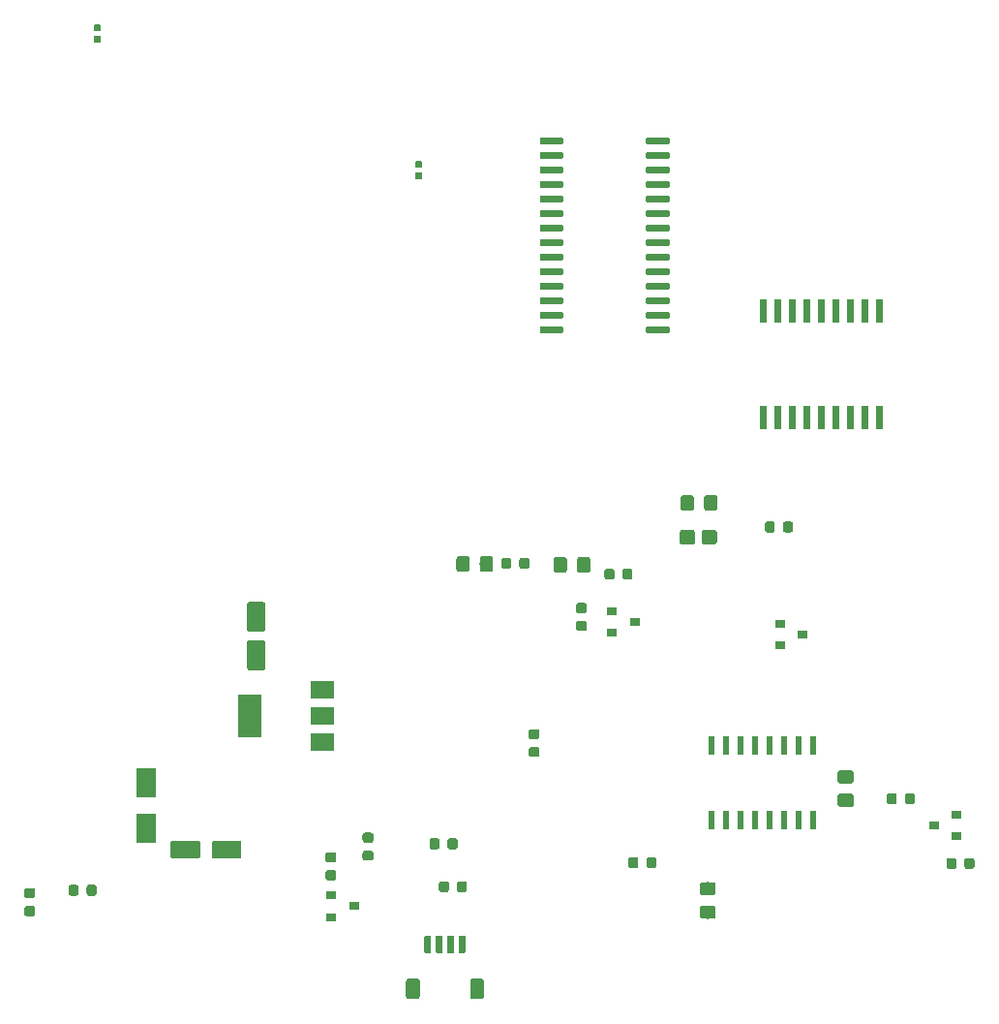
<source format=gtp>
%TF.GenerationSoftware,KiCad,Pcbnew,(5.1.4)-1*%
%TF.CreationDate,2023-07-02T11:44:51-04:00*%
%TF.ProjectId,CameraTriggerSensorNodeOnly,43616d65-7261-4547-9269-676765725365,rev?*%
%TF.SameCoordinates,Original*%
%TF.FileFunction,Paste,Top*%
%TF.FilePolarity,Positive*%
%FSLAX46Y46*%
G04 Gerber Fmt 4.6, Leading zero omitted, Abs format (unit mm)*
G04 Created by KiCad (PCBNEW (5.1.4)-1) date 2023-07-02 11:44:51*
%MOMM*%
%LPD*%
G04 APERTURE LIST*
%ADD10R,0.900000X0.800000*%
%ADD11C,0.100000*%
%ADD12C,0.875000*%
%ADD13C,1.150000*%
%ADD14C,1.300000*%
%ADD15C,0.550000*%
%ADD16C,1.600000*%
%ADD17C,0.600000*%
%ADD18C,1.200000*%
%ADD19R,1.800000X2.500000*%
%ADD20C,0.590000*%
%ADD21R,2.000000X3.800000*%
%ADD22R,2.000000X1.500000*%
G04 APERTURE END LIST*
D10*
X-17065500Y-79692500D03*
X-15065500Y-78742500D03*
X-15065500Y-80642500D03*
D11*
G36*
X-20486309Y-76869053D02*
G01*
X-20465074Y-76872203D01*
X-20444250Y-76877419D01*
X-20424038Y-76884651D01*
X-20404632Y-76893830D01*
X-20386219Y-76904866D01*
X-20368976Y-76917654D01*
X-20353070Y-76932070D01*
X-20338654Y-76947976D01*
X-20325866Y-76965219D01*
X-20314830Y-76983632D01*
X-20305651Y-77003038D01*
X-20298419Y-77023250D01*
X-20293203Y-77044074D01*
X-20290053Y-77065309D01*
X-20289000Y-77086750D01*
X-20289000Y-77599250D01*
X-20290053Y-77620691D01*
X-20293203Y-77641926D01*
X-20298419Y-77662750D01*
X-20305651Y-77682962D01*
X-20314830Y-77702368D01*
X-20325866Y-77720781D01*
X-20338654Y-77738024D01*
X-20353070Y-77753930D01*
X-20368976Y-77768346D01*
X-20386219Y-77781134D01*
X-20404632Y-77792170D01*
X-20424038Y-77801349D01*
X-20444250Y-77808581D01*
X-20465074Y-77813797D01*
X-20486309Y-77816947D01*
X-20507750Y-77818000D01*
X-20945250Y-77818000D01*
X-20966691Y-77816947D01*
X-20987926Y-77813797D01*
X-21008750Y-77808581D01*
X-21028962Y-77801349D01*
X-21048368Y-77792170D01*
X-21066781Y-77781134D01*
X-21084024Y-77768346D01*
X-21099930Y-77753930D01*
X-21114346Y-77738024D01*
X-21127134Y-77720781D01*
X-21138170Y-77702368D01*
X-21147349Y-77682962D01*
X-21154581Y-77662750D01*
X-21159797Y-77641926D01*
X-21162947Y-77620691D01*
X-21164000Y-77599250D01*
X-21164000Y-77086750D01*
X-21162947Y-77065309D01*
X-21159797Y-77044074D01*
X-21154581Y-77023250D01*
X-21147349Y-77003038D01*
X-21138170Y-76983632D01*
X-21127134Y-76965219D01*
X-21114346Y-76947976D01*
X-21099930Y-76932070D01*
X-21084024Y-76917654D01*
X-21066781Y-76904866D01*
X-21048368Y-76893830D01*
X-21028962Y-76884651D01*
X-21008750Y-76877419D01*
X-20987926Y-76872203D01*
X-20966691Y-76869053D01*
X-20945250Y-76868000D01*
X-20507750Y-76868000D01*
X-20486309Y-76869053D01*
X-20486309Y-76869053D01*
G37*
D12*
X-20726500Y-77343000D03*
D11*
G36*
X-18911309Y-76869053D02*
G01*
X-18890074Y-76872203D01*
X-18869250Y-76877419D01*
X-18849038Y-76884651D01*
X-18829632Y-76893830D01*
X-18811219Y-76904866D01*
X-18793976Y-76917654D01*
X-18778070Y-76932070D01*
X-18763654Y-76947976D01*
X-18750866Y-76965219D01*
X-18739830Y-76983632D01*
X-18730651Y-77003038D01*
X-18723419Y-77023250D01*
X-18718203Y-77044074D01*
X-18715053Y-77065309D01*
X-18714000Y-77086750D01*
X-18714000Y-77599250D01*
X-18715053Y-77620691D01*
X-18718203Y-77641926D01*
X-18723419Y-77662750D01*
X-18730651Y-77682962D01*
X-18739830Y-77702368D01*
X-18750866Y-77720781D01*
X-18763654Y-77738024D01*
X-18778070Y-77753930D01*
X-18793976Y-77768346D01*
X-18811219Y-77781134D01*
X-18829632Y-77792170D01*
X-18849038Y-77801349D01*
X-18869250Y-77808581D01*
X-18890074Y-77813797D01*
X-18911309Y-77816947D01*
X-18932750Y-77818000D01*
X-19370250Y-77818000D01*
X-19391691Y-77816947D01*
X-19412926Y-77813797D01*
X-19433750Y-77808581D01*
X-19453962Y-77801349D01*
X-19473368Y-77792170D01*
X-19491781Y-77781134D01*
X-19509024Y-77768346D01*
X-19524930Y-77753930D01*
X-19539346Y-77738024D01*
X-19552134Y-77720781D01*
X-19563170Y-77702368D01*
X-19572349Y-77682962D01*
X-19579581Y-77662750D01*
X-19584797Y-77641926D01*
X-19587947Y-77620691D01*
X-19589000Y-77599250D01*
X-19589000Y-77086750D01*
X-19587947Y-77065309D01*
X-19584797Y-77044074D01*
X-19579581Y-77023250D01*
X-19572349Y-77003038D01*
X-19563170Y-76983632D01*
X-19552134Y-76965219D01*
X-19539346Y-76947976D01*
X-19524930Y-76932070D01*
X-19509024Y-76917654D01*
X-19491781Y-76904866D01*
X-19473368Y-76893830D01*
X-19453962Y-76884651D01*
X-19433750Y-76877419D01*
X-19412926Y-76872203D01*
X-19391691Y-76869053D01*
X-19370250Y-76868000D01*
X-18932750Y-76868000D01*
X-18911309Y-76869053D01*
X-18911309Y-76869053D01*
G37*
D12*
X-19151500Y-77343000D03*
D11*
G36*
X-13704309Y-82520553D02*
G01*
X-13683074Y-82523703D01*
X-13662250Y-82528919D01*
X-13642038Y-82536151D01*
X-13622632Y-82545330D01*
X-13604219Y-82556366D01*
X-13586976Y-82569154D01*
X-13571070Y-82583570D01*
X-13556654Y-82599476D01*
X-13543866Y-82616719D01*
X-13532830Y-82635132D01*
X-13523651Y-82654538D01*
X-13516419Y-82674750D01*
X-13511203Y-82695574D01*
X-13508053Y-82716809D01*
X-13507000Y-82738250D01*
X-13507000Y-83250750D01*
X-13508053Y-83272191D01*
X-13511203Y-83293426D01*
X-13516419Y-83314250D01*
X-13523651Y-83334462D01*
X-13532830Y-83353868D01*
X-13543866Y-83372281D01*
X-13556654Y-83389524D01*
X-13571070Y-83405430D01*
X-13586976Y-83419846D01*
X-13604219Y-83432634D01*
X-13622632Y-83443670D01*
X-13642038Y-83452849D01*
X-13662250Y-83460081D01*
X-13683074Y-83465297D01*
X-13704309Y-83468447D01*
X-13725750Y-83469500D01*
X-14163250Y-83469500D01*
X-14184691Y-83468447D01*
X-14205926Y-83465297D01*
X-14226750Y-83460081D01*
X-14246962Y-83452849D01*
X-14266368Y-83443670D01*
X-14284781Y-83432634D01*
X-14302024Y-83419846D01*
X-14317930Y-83405430D01*
X-14332346Y-83389524D01*
X-14345134Y-83372281D01*
X-14356170Y-83353868D01*
X-14365349Y-83334462D01*
X-14372581Y-83314250D01*
X-14377797Y-83293426D01*
X-14380947Y-83272191D01*
X-14382000Y-83250750D01*
X-14382000Y-82738250D01*
X-14380947Y-82716809D01*
X-14377797Y-82695574D01*
X-14372581Y-82674750D01*
X-14365349Y-82654538D01*
X-14356170Y-82635132D01*
X-14345134Y-82616719D01*
X-14332346Y-82599476D01*
X-14317930Y-82583570D01*
X-14302024Y-82569154D01*
X-14284781Y-82556366D01*
X-14266368Y-82545330D01*
X-14246962Y-82536151D01*
X-14226750Y-82528919D01*
X-14205926Y-82523703D01*
X-14184691Y-82520553D01*
X-14163250Y-82519500D01*
X-13725750Y-82519500D01*
X-13704309Y-82520553D01*
X-13704309Y-82520553D01*
G37*
D12*
X-13944500Y-82994500D03*
D11*
G36*
X-15279309Y-82520553D02*
G01*
X-15258074Y-82523703D01*
X-15237250Y-82528919D01*
X-15217038Y-82536151D01*
X-15197632Y-82545330D01*
X-15179219Y-82556366D01*
X-15161976Y-82569154D01*
X-15146070Y-82583570D01*
X-15131654Y-82599476D01*
X-15118866Y-82616719D01*
X-15107830Y-82635132D01*
X-15098651Y-82654538D01*
X-15091419Y-82674750D01*
X-15086203Y-82695574D01*
X-15083053Y-82716809D01*
X-15082000Y-82738250D01*
X-15082000Y-83250750D01*
X-15083053Y-83272191D01*
X-15086203Y-83293426D01*
X-15091419Y-83314250D01*
X-15098651Y-83334462D01*
X-15107830Y-83353868D01*
X-15118866Y-83372281D01*
X-15131654Y-83389524D01*
X-15146070Y-83405430D01*
X-15161976Y-83419846D01*
X-15179219Y-83432634D01*
X-15197632Y-83443670D01*
X-15217038Y-83452849D01*
X-15237250Y-83460081D01*
X-15258074Y-83465297D01*
X-15279309Y-83468447D01*
X-15300750Y-83469500D01*
X-15738250Y-83469500D01*
X-15759691Y-83468447D01*
X-15780926Y-83465297D01*
X-15801750Y-83460081D01*
X-15821962Y-83452849D01*
X-15841368Y-83443670D01*
X-15859781Y-83432634D01*
X-15877024Y-83419846D01*
X-15892930Y-83405430D01*
X-15907346Y-83389524D01*
X-15920134Y-83372281D01*
X-15931170Y-83353868D01*
X-15940349Y-83334462D01*
X-15947581Y-83314250D01*
X-15952797Y-83293426D01*
X-15955947Y-83272191D01*
X-15957000Y-83250750D01*
X-15957000Y-82738250D01*
X-15955947Y-82716809D01*
X-15952797Y-82695574D01*
X-15947581Y-82674750D01*
X-15940349Y-82654538D01*
X-15931170Y-82635132D01*
X-15920134Y-82616719D01*
X-15907346Y-82599476D01*
X-15892930Y-82583570D01*
X-15877024Y-82569154D01*
X-15859781Y-82556366D01*
X-15841368Y-82545330D01*
X-15821962Y-82536151D01*
X-15801750Y-82528919D01*
X-15780926Y-82523703D01*
X-15759691Y-82520553D01*
X-15738250Y-82519500D01*
X-15300750Y-82519500D01*
X-15279309Y-82520553D01*
X-15279309Y-82520553D01*
G37*
D12*
X-15519500Y-82994500D03*
D11*
G36*
X-57888995Y-56133704D02*
G01*
X-57864727Y-56137304D01*
X-57840928Y-56143265D01*
X-57817829Y-56151530D01*
X-57795650Y-56162020D01*
X-57774607Y-56174632D01*
X-57754901Y-56189247D01*
X-57736723Y-56205723D01*
X-57720247Y-56223901D01*
X-57705632Y-56243607D01*
X-57693020Y-56264650D01*
X-57682530Y-56286829D01*
X-57674265Y-56309928D01*
X-57668304Y-56333727D01*
X-57664704Y-56357995D01*
X-57663500Y-56382499D01*
X-57663500Y-57282501D01*
X-57664704Y-57307005D01*
X-57668304Y-57331273D01*
X-57674265Y-57355072D01*
X-57682530Y-57378171D01*
X-57693020Y-57400350D01*
X-57705632Y-57421393D01*
X-57720247Y-57441099D01*
X-57736723Y-57459277D01*
X-57754901Y-57475753D01*
X-57774607Y-57490368D01*
X-57795650Y-57502980D01*
X-57817829Y-57513470D01*
X-57840928Y-57521735D01*
X-57864727Y-57527696D01*
X-57888995Y-57531296D01*
X-57913499Y-57532500D01*
X-58563501Y-57532500D01*
X-58588005Y-57531296D01*
X-58612273Y-57527696D01*
X-58636072Y-57521735D01*
X-58659171Y-57513470D01*
X-58681350Y-57502980D01*
X-58702393Y-57490368D01*
X-58722099Y-57475753D01*
X-58740277Y-57459277D01*
X-58756753Y-57441099D01*
X-58771368Y-57421393D01*
X-58783980Y-57400350D01*
X-58794470Y-57378171D01*
X-58802735Y-57355072D01*
X-58808696Y-57331273D01*
X-58812296Y-57307005D01*
X-58813500Y-57282501D01*
X-58813500Y-56382499D01*
X-58812296Y-56357995D01*
X-58808696Y-56333727D01*
X-58802735Y-56309928D01*
X-58794470Y-56286829D01*
X-58783980Y-56264650D01*
X-58771368Y-56243607D01*
X-58756753Y-56223901D01*
X-58740277Y-56205723D01*
X-58722099Y-56189247D01*
X-58702393Y-56174632D01*
X-58681350Y-56162020D01*
X-58659171Y-56151530D01*
X-58636072Y-56143265D01*
X-58612273Y-56137304D01*
X-58588005Y-56133704D01*
X-58563501Y-56132500D01*
X-57913499Y-56132500D01*
X-57888995Y-56133704D01*
X-57888995Y-56133704D01*
G37*
D13*
X-58238500Y-56832500D03*
D11*
G36*
X-55838995Y-56133704D02*
G01*
X-55814727Y-56137304D01*
X-55790928Y-56143265D01*
X-55767829Y-56151530D01*
X-55745650Y-56162020D01*
X-55724607Y-56174632D01*
X-55704901Y-56189247D01*
X-55686723Y-56205723D01*
X-55670247Y-56223901D01*
X-55655632Y-56243607D01*
X-55643020Y-56264650D01*
X-55632530Y-56286829D01*
X-55624265Y-56309928D01*
X-55618304Y-56333727D01*
X-55614704Y-56357995D01*
X-55613500Y-56382499D01*
X-55613500Y-57282501D01*
X-55614704Y-57307005D01*
X-55618304Y-57331273D01*
X-55624265Y-57355072D01*
X-55632530Y-57378171D01*
X-55643020Y-57400350D01*
X-55655632Y-57421393D01*
X-55670247Y-57441099D01*
X-55686723Y-57459277D01*
X-55704901Y-57475753D01*
X-55724607Y-57490368D01*
X-55745650Y-57502980D01*
X-55767829Y-57513470D01*
X-55790928Y-57521735D01*
X-55814727Y-57527696D01*
X-55838995Y-57531296D01*
X-55863499Y-57532500D01*
X-56513501Y-57532500D01*
X-56538005Y-57531296D01*
X-56562273Y-57527696D01*
X-56586072Y-57521735D01*
X-56609171Y-57513470D01*
X-56631350Y-57502980D01*
X-56652393Y-57490368D01*
X-56672099Y-57475753D01*
X-56690277Y-57459277D01*
X-56706753Y-57441099D01*
X-56721368Y-57421393D01*
X-56733980Y-57400350D01*
X-56744470Y-57378171D01*
X-56752735Y-57355072D01*
X-56758696Y-57331273D01*
X-56762296Y-57307005D01*
X-56763500Y-57282501D01*
X-56763500Y-56382499D01*
X-56762296Y-56357995D01*
X-56758696Y-56333727D01*
X-56752735Y-56309928D01*
X-56744470Y-56286829D01*
X-56733980Y-56264650D01*
X-56721368Y-56243607D01*
X-56706753Y-56223901D01*
X-56690277Y-56205723D01*
X-56672099Y-56189247D01*
X-56652393Y-56174632D01*
X-56631350Y-56162020D01*
X-56609171Y-56151530D01*
X-56586072Y-56143265D01*
X-56562273Y-56137304D01*
X-56538005Y-56133704D01*
X-56513501Y-56132500D01*
X-55863499Y-56132500D01*
X-55838995Y-56133704D01*
X-55838995Y-56133704D01*
G37*
D13*
X-56188500Y-56832500D03*
D11*
G36*
X-38267495Y-50799704D02*
G01*
X-38243227Y-50803304D01*
X-38219428Y-50809265D01*
X-38196329Y-50817530D01*
X-38174150Y-50828020D01*
X-38153107Y-50840632D01*
X-38133401Y-50855247D01*
X-38115223Y-50871723D01*
X-38098747Y-50889901D01*
X-38084132Y-50909607D01*
X-38071520Y-50930650D01*
X-38061030Y-50952829D01*
X-38052765Y-50975928D01*
X-38046804Y-50999727D01*
X-38043204Y-51023995D01*
X-38042000Y-51048499D01*
X-38042000Y-51948501D01*
X-38043204Y-51973005D01*
X-38046804Y-51997273D01*
X-38052765Y-52021072D01*
X-38061030Y-52044171D01*
X-38071520Y-52066350D01*
X-38084132Y-52087393D01*
X-38098747Y-52107099D01*
X-38115223Y-52125277D01*
X-38133401Y-52141753D01*
X-38153107Y-52156368D01*
X-38174150Y-52168980D01*
X-38196329Y-52179470D01*
X-38219428Y-52187735D01*
X-38243227Y-52193696D01*
X-38267495Y-52197296D01*
X-38291999Y-52198500D01*
X-38942001Y-52198500D01*
X-38966505Y-52197296D01*
X-38990773Y-52193696D01*
X-39014572Y-52187735D01*
X-39037671Y-52179470D01*
X-39059850Y-52168980D01*
X-39080893Y-52156368D01*
X-39100599Y-52141753D01*
X-39118777Y-52125277D01*
X-39135253Y-52107099D01*
X-39149868Y-52087393D01*
X-39162480Y-52066350D01*
X-39172970Y-52044171D01*
X-39181235Y-52021072D01*
X-39187196Y-51997273D01*
X-39190796Y-51973005D01*
X-39192000Y-51948501D01*
X-39192000Y-51048499D01*
X-39190796Y-51023995D01*
X-39187196Y-50999727D01*
X-39181235Y-50975928D01*
X-39172970Y-50952829D01*
X-39162480Y-50930650D01*
X-39149868Y-50909607D01*
X-39135253Y-50889901D01*
X-39118777Y-50871723D01*
X-39100599Y-50855247D01*
X-39080893Y-50840632D01*
X-39059850Y-50828020D01*
X-39037671Y-50817530D01*
X-39014572Y-50809265D01*
X-38990773Y-50803304D01*
X-38966505Y-50799704D01*
X-38942001Y-50798500D01*
X-38291999Y-50798500D01*
X-38267495Y-50799704D01*
X-38267495Y-50799704D01*
G37*
D13*
X-38617000Y-51498500D03*
D11*
G36*
X-36217495Y-50799704D02*
G01*
X-36193227Y-50803304D01*
X-36169428Y-50809265D01*
X-36146329Y-50817530D01*
X-36124150Y-50828020D01*
X-36103107Y-50840632D01*
X-36083401Y-50855247D01*
X-36065223Y-50871723D01*
X-36048747Y-50889901D01*
X-36034132Y-50909607D01*
X-36021520Y-50930650D01*
X-36011030Y-50952829D01*
X-36002765Y-50975928D01*
X-35996804Y-50999727D01*
X-35993204Y-51023995D01*
X-35992000Y-51048499D01*
X-35992000Y-51948501D01*
X-35993204Y-51973005D01*
X-35996804Y-51997273D01*
X-36002765Y-52021072D01*
X-36011030Y-52044171D01*
X-36021520Y-52066350D01*
X-36034132Y-52087393D01*
X-36048747Y-52107099D01*
X-36065223Y-52125277D01*
X-36083401Y-52141753D01*
X-36103107Y-52156368D01*
X-36124150Y-52168980D01*
X-36146329Y-52179470D01*
X-36169428Y-52187735D01*
X-36193227Y-52193696D01*
X-36217495Y-52197296D01*
X-36241999Y-52198500D01*
X-36892001Y-52198500D01*
X-36916505Y-52197296D01*
X-36940773Y-52193696D01*
X-36964572Y-52187735D01*
X-36987671Y-52179470D01*
X-37009850Y-52168980D01*
X-37030893Y-52156368D01*
X-37050599Y-52141753D01*
X-37068777Y-52125277D01*
X-37085253Y-52107099D01*
X-37099868Y-52087393D01*
X-37112480Y-52066350D01*
X-37122970Y-52044171D01*
X-37131235Y-52021072D01*
X-37137196Y-51997273D01*
X-37140796Y-51973005D01*
X-37142000Y-51948501D01*
X-37142000Y-51048499D01*
X-37140796Y-51023995D01*
X-37137196Y-50999727D01*
X-37131235Y-50975928D01*
X-37122970Y-50952829D01*
X-37112480Y-50930650D01*
X-37099868Y-50909607D01*
X-37085253Y-50889901D01*
X-37068777Y-50871723D01*
X-37050599Y-50855247D01*
X-37030893Y-50840632D01*
X-37009850Y-50828020D01*
X-36987671Y-50817530D01*
X-36964572Y-50809265D01*
X-36940773Y-50803304D01*
X-36916505Y-50799704D01*
X-36892001Y-50798500D01*
X-36241999Y-50798500D01*
X-36217495Y-50799704D01*
X-36217495Y-50799704D01*
G37*
D13*
X-36567000Y-51498500D03*
D11*
G36*
X-38180996Y-53834204D02*
G01*
X-38156727Y-53837804D01*
X-38132929Y-53843765D01*
X-38109829Y-53852030D01*
X-38087651Y-53862520D01*
X-38066607Y-53875133D01*
X-38046902Y-53889747D01*
X-38028723Y-53906223D01*
X-38012247Y-53924402D01*
X-37997633Y-53944107D01*
X-37985020Y-53965151D01*
X-37974530Y-53987329D01*
X-37966265Y-54010429D01*
X-37960304Y-54034227D01*
X-37956704Y-54058496D01*
X-37955500Y-54083000D01*
X-37955500Y-54883000D01*
X-37956704Y-54907504D01*
X-37960304Y-54931773D01*
X-37966265Y-54955571D01*
X-37974530Y-54978671D01*
X-37985020Y-55000849D01*
X-37997633Y-55021893D01*
X-38012247Y-55041598D01*
X-38028723Y-55059777D01*
X-38046902Y-55076253D01*
X-38066607Y-55090867D01*
X-38087651Y-55103480D01*
X-38109829Y-55113970D01*
X-38132929Y-55122235D01*
X-38156727Y-55128196D01*
X-38180996Y-55131796D01*
X-38205500Y-55133000D01*
X-39030500Y-55133000D01*
X-39055004Y-55131796D01*
X-39079273Y-55128196D01*
X-39103071Y-55122235D01*
X-39126171Y-55113970D01*
X-39148349Y-55103480D01*
X-39169393Y-55090867D01*
X-39189098Y-55076253D01*
X-39207277Y-55059777D01*
X-39223753Y-55041598D01*
X-39238367Y-55021893D01*
X-39250980Y-55000849D01*
X-39261470Y-54978671D01*
X-39269735Y-54955571D01*
X-39275696Y-54931773D01*
X-39279296Y-54907504D01*
X-39280500Y-54883000D01*
X-39280500Y-54083000D01*
X-39279296Y-54058496D01*
X-39275696Y-54034227D01*
X-39269735Y-54010429D01*
X-39261470Y-53987329D01*
X-39250980Y-53965151D01*
X-39238367Y-53944107D01*
X-39223753Y-53924402D01*
X-39207277Y-53906223D01*
X-39189098Y-53889747D01*
X-39169393Y-53875133D01*
X-39148349Y-53862520D01*
X-39126171Y-53852030D01*
X-39103071Y-53843765D01*
X-39079273Y-53837804D01*
X-39055004Y-53834204D01*
X-39030500Y-53833000D01*
X-38205500Y-53833000D01*
X-38180996Y-53834204D01*
X-38180996Y-53834204D01*
G37*
D14*
X-38618000Y-54483000D03*
D11*
G36*
X-36255996Y-53834204D02*
G01*
X-36231727Y-53837804D01*
X-36207929Y-53843765D01*
X-36184829Y-53852030D01*
X-36162651Y-53862520D01*
X-36141607Y-53875133D01*
X-36121902Y-53889747D01*
X-36103723Y-53906223D01*
X-36087247Y-53924402D01*
X-36072633Y-53944107D01*
X-36060020Y-53965151D01*
X-36049530Y-53987329D01*
X-36041265Y-54010429D01*
X-36035304Y-54034227D01*
X-36031704Y-54058496D01*
X-36030500Y-54083000D01*
X-36030500Y-54883000D01*
X-36031704Y-54907504D01*
X-36035304Y-54931773D01*
X-36041265Y-54955571D01*
X-36049530Y-54978671D01*
X-36060020Y-55000849D01*
X-36072633Y-55021893D01*
X-36087247Y-55041598D01*
X-36103723Y-55059777D01*
X-36121902Y-55076253D01*
X-36141607Y-55090867D01*
X-36162651Y-55103480D01*
X-36184829Y-55113970D01*
X-36207929Y-55122235D01*
X-36231727Y-55128196D01*
X-36255996Y-55131796D01*
X-36280500Y-55133000D01*
X-37105500Y-55133000D01*
X-37130004Y-55131796D01*
X-37154273Y-55128196D01*
X-37178071Y-55122235D01*
X-37201171Y-55113970D01*
X-37223349Y-55103480D01*
X-37244393Y-55090867D01*
X-37264098Y-55076253D01*
X-37282277Y-55059777D01*
X-37298753Y-55041598D01*
X-37313367Y-55021893D01*
X-37325980Y-55000849D01*
X-37336470Y-54978671D01*
X-37344735Y-54955571D01*
X-37350696Y-54931773D01*
X-37354296Y-54907504D01*
X-37355500Y-54883000D01*
X-37355500Y-54083000D01*
X-37354296Y-54058496D01*
X-37350696Y-54034227D01*
X-37344735Y-54010429D01*
X-37336470Y-53987329D01*
X-37325980Y-53965151D01*
X-37313367Y-53944107D01*
X-37298753Y-53924402D01*
X-37282277Y-53906223D01*
X-37264098Y-53889747D01*
X-37244393Y-53875133D01*
X-37223349Y-53862520D01*
X-37201171Y-53852030D01*
X-37178071Y-53843765D01*
X-37154273Y-53837804D01*
X-37130004Y-53834204D01*
X-37105500Y-53833000D01*
X-36280500Y-53833000D01*
X-36255996Y-53834204D01*
X-36255996Y-53834204D01*
G37*
D14*
X-36693000Y-54483000D03*
D11*
G36*
X-49379995Y-56197204D02*
G01*
X-49355727Y-56200804D01*
X-49331928Y-56206765D01*
X-49308829Y-56215030D01*
X-49286650Y-56225520D01*
X-49265607Y-56238132D01*
X-49245901Y-56252747D01*
X-49227723Y-56269223D01*
X-49211247Y-56287401D01*
X-49196632Y-56307107D01*
X-49184020Y-56328150D01*
X-49173530Y-56350329D01*
X-49165265Y-56373428D01*
X-49159304Y-56397227D01*
X-49155704Y-56421495D01*
X-49154500Y-56445999D01*
X-49154500Y-57346001D01*
X-49155704Y-57370505D01*
X-49159304Y-57394773D01*
X-49165265Y-57418572D01*
X-49173530Y-57441671D01*
X-49184020Y-57463850D01*
X-49196632Y-57484893D01*
X-49211247Y-57504599D01*
X-49227723Y-57522777D01*
X-49245901Y-57539253D01*
X-49265607Y-57553868D01*
X-49286650Y-57566480D01*
X-49308829Y-57576970D01*
X-49331928Y-57585235D01*
X-49355727Y-57591196D01*
X-49379995Y-57594796D01*
X-49404499Y-57596000D01*
X-50054501Y-57596000D01*
X-50079005Y-57594796D01*
X-50103273Y-57591196D01*
X-50127072Y-57585235D01*
X-50150171Y-57576970D01*
X-50172350Y-57566480D01*
X-50193393Y-57553868D01*
X-50213099Y-57539253D01*
X-50231277Y-57522777D01*
X-50247753Y-57504599D01*
X-50262368Y-57484893D01*
X-50274980Y-57463850D01*
X-50285470Y-57441671D01*
X-50293735Y-57418572D01*
X-50299696Y-57394773D01*
X-50303296Y-57370505D01*
X-50304500Y-57346001D01*
X-50304500Y-56445999D01*
X-50303296Y-56421495D01*
X-50299696Y-56397227D01*
X-50293735Y-56373428D01*
X-50285470Y-56350329D01*
X-50274980Y-56328150D01*
X-50262368Y-56307107D01*
X-50247753Y-56287401D01*
X-50231277Y-56269223D01*
X-50213099Y-56252747D01*
X-50193393Y-56238132D01*
X-50172350Y-56225520D01*
X-50150171Y-56215030D01*
X-50127072Y-56206765D01*
X-50103273Y-56200804D01*
X-50079005Y-56197204D01*
X-50054501Y-56196000D01*
X-49404499Y-56196000D01*
X-49379995Y-56197204D01*
X-49379995Y-56197204D01*
G37*
D13*
X-49729500Y-56896000D03*
D11*
G36*
X-47329995Y-56197204D02*
G01*
X-47305727Y-56200804D01*
X-47281928Y-56206765D01*
X-47258829Y-56215030D01*
X-47236650Y-56225520D01*
X-47215607Y-56238132D01*
X-47195901Y-56252747D01*
X-47177723Y-56269223D01*
X-47161247Y-56287401D01*
X-47146632Y-56307107D01*
X-47134020Y-56328150D01*
X-47123530Y-56350329D01*
X-47115265Y-56373428D01*
X-47109304Y-56397227D01*
X-47105704Y-56421495D01*
X-47104500Y-56445999D01*
X-47104500Y-57346001D01*
X-47105704Y-57370505D01*
X-47109304Y-57394773D01*
X-47115265Y-57418572D01*
X-47123530Y-57441671D01*
X-47134020Y-57463850D01*
X-47146632Y-57484893D01*
X-47161247Y-57504599D01*
X-47177723Y-57522777D01*
X-47195901Y-57539253D01*
X-47215607Y-57553868D01*
X-47236650Y-57566480D01*
X-47258829Y-57576970D01*
X-47281928Y-57585235D01*
X-47305727Y-57591196D01*
X-47329995Y-57594796D01*
X-47354499Y-57596000D01*
X-48004501Y-57596000D01*
X-48029005Y-57594796D01*
X-48053273Y-57591196D01*
X-48077072Y-57585235D01*
X-48100171Y-57576970D01*
X-48122350Y-57566480D01*
X-48143393Y-57553868D01*
X-48163099Y-57539253D01*
X-48181277Y-57522777D01*
X-48197753Y-57504599D01*
X-48212368Y-57484893D01*
X-48224980Y-57463850D01*
X-48235470Y-57441671D01*
X-48243735Y-57418572D01*
X-48249696Y-57394773D01*
X-48253296Y-57370505D01*
X-48254500Y-57346001D01*
X-48254500Y-56445999D01*
X-48253296Y-56421495D01*
X-48249696Y-56397227D01*
X-48243735Y-56373428D01*
X-48235470Y-56350329D01*
X-48224980Y-56328150D01*
X-48212368Y-56307107D01*
X-48197753Y-56287401D01*
X-48181277Y-56269223D01*
X-48163099Y-56252747D01*
X-48143393Y-56238132D01*
X-48122350Y-56225520D01*
X-48100171Y-56215030D01*
X-48077072Y-56206765D01*
X-48053273Y-56200804D01*
X-48029005Y-56197204D01*
X-48004501Y-56196000D01*
X-47354499Y-56196000D01*
X-47329995Y-56197204D01*
X-47329995Y-56197204D01*
G37*
D13*
X-47679500Y-56896000D03*
D11*
G36*
X-27471523Y-78396662D02*
G01*
X-27458175Y-78398642D01*
X-27445086Y-78401921D01*
X-27432381Y-78406467D01*
X-27420183Y-78412236D01*
X-27408609Y-78419173D01*
X-27397771Y-78427211D01*
X-27387773Y-78436273D01*
X-27378711Y-78446271D01*
X-27370673Y-78457109D01*
X-27363736Y-78468683D01*
X-27357967Y-78480881D01*
X-27353421Y-78493586D01*
X-27350142Y-78506675D01*
X-27348162Y-78520023D01*
X-27347500Y-78533500D01*
X-27347500Y-79858500D01*
X-27348162Y-79871977D01*
X-27350142Y-79885325D01*
X-27353421Y-79898414D01*
X-27357967Y-79911119D01*
X-27363736Y-79923317D01*
X-27370673Y-79934891D01*
X-27378711Y-79945729D01*
X-27387773Y-79955727D01*
X-27397771Y-79964789D01*
X-27408609Y-79972827D01*
X-27420183Y-79979764D01*
X-27432381Y-79985533D01*
X-27445086Y-79990079D01*
X-27458175Y-79993358D01*
X-27471523Y-79995338D01*
X-27485000Y-79996000D01*
X-27760000Y-79996000D01*
X-27773477Y-79995338D01*
X-27786825Y-79993358D01*
X-27799914Y-79990079D01*
X-27812619Y-79985533D01*
X-27824817Y-79979764D01*
X-27836391Y-79972827D01*
X-27847229Y-79964789D01*
X-27857227Y-79955727D01*
X-27866289Y-79945729D01*
X-27874327Y-79934891D01*
X-27881264Y-79923317D01*
X-27887033Y-79911119D01*
X-27891579Y-79898414D01*
X-27894858Y-79885325D01*
X-27896838Y-79871977D01*
X-27897500Y-79858500D01*
X-27897500Y-78533500D01*
X-27896838Y-78520023D01*
X-27894858Y-78506675D01*
X-27891579Y-78493586D01*
X-27887033Y-78480881D01*
X-27881264Y-78468683D01*
X-27874327Y-78457109D01*
X-27866289Y-78446271D01*
X-27857227Y-78436273D01*
X-27847229Y-78427211D01*
X-27836391Y-78419173D01*
X-27824817Y-78412236D01*
X-27812619Y-78406467D01*
X-27799914Y-78401921D01*
X-27786825Y-78398642D01*
X-27773477Y-78396662D01*
X-27760000Y-78396000D01*
X-27485000Y-78396000D01*
X-27471523Y-78396662D01*
X-27471523Y-78396662D01*
G37*
D15*
X-27622500Y-79196000D03*
D11*
G36*
X-28741523Y-78396662D02*
G01*
X-28728175Y-78398642D01*
X-28715086Y-78401921D01*
X-28702381Y-78406467D01*
X-28690183Y-78412236D01*
X-28678609Y-78419173D01*
X-28667771Y-78427211D01*
X-28657773Y-78436273D01*
X-28648711Y-78446271D01*
X-28640673Y-78457109D01*
X-28633736Y-78468683D01*
X-28627967Y-78480881D01*
X-28623421Y-78493586D01*
X-28620142Y-78506675D01*
X-28618162Y-78520023D01*
X-28617500Y-78533500D01*
X-28617500Y-79858500D01*
X-28618162Y-79871977D01*
X-28620142Y-79885325D01*
X-28623421Y-79898414D01*
X-28627967Y-79911119D01*
X-28633736Y-79923317D01*
X-28640673Y-79934891D01*
X-28648711Y-79945729D01*
X-28657773Y-79955727D01*
X-28667771Y-79964789D01*
X-28678609Y-79972827D01*
X-28690183Y-79979764D01*
X-28702381Y-79985533D01*
X-28715086Y-79990079D01*
X-28728175Y-79993358D01*
X-28741523Y-79995338D01*
X-28755000Y-79996000D01*
X-29030000Y-79996000D01*
X-29043477Y-79995338D01*
X-29056825Y-79993358D01*
X-29069914Y-79990079D01*
X-29082619Y-79985533D01*
X-29094817Y-79979764D01*
X-29106391Y-79972827D01*
X-29117229Y-79964789D01*
X-29127227Y-79955727D01*
X-29136289Y-79945729D01*
X-29144327Y-79934891D01*
X-29151264Y-79923317D01*
X-29157033Y-79911119D01*
X-29161579Y-79898414D01*
X-29164858Y-79885325D01*
X-29166838Y-79871977D01*
X-29167500Y-79858500D01*
X-29167500Y-78533500D01*
X-29166838Y-78520023D01*
X-29164858Y-78506675D01*
X-29161579Y-78493586D01*
X-29157033Y-78480881D01*
X-29151264Y-78468683D01*
X-29144327Y-78457109D01*
X-29136289Y-78446271D01*
X-29127227Y-78436273D01*
X-29117229Y-78427211D01*
X-29106391Y-78419173D01*
X-29094817Y-78412236D01*
X-29082619Y-78406467D01*
X-29069914Y-78401921D01*
X-29056825Y-78398642D01*
X-29043477Y-78396662D01*
X-29030000Y-78396000D01*
X-28755000Y-78396000D01*
X-28741523Y-78396662D01*
X-28741523Y-78396662D01*
G37*
D15*
X-28892500Y-79196000D03*
D11*
G36*
X-30011523Y-78396662D02*
G01*
X-29998175Y-78398642D01*
X-29985086Y-78401921D01*
X-29972381Y-78406467D01*
X-29960183Y-78412236D01*
X-29948609Y-78419173D01*
X-29937771Y-78427211D01*
X-29927773Y-78436273D01*
X-29918711Y-78446271D01*
X-29910673Y-78457109D01*
X-29903736Y-78468683D01*
X-29897967Y-78480881D01*
X-29893421Y-78493586D01*
X-29890142Y-78506675D01*
X-29888162Y-78520023D01*
X-29887500Y-78533500D01*
X-29887500Y-79858500D01*
X-29888162Y-79871977D01*
X-29890142Y-79885325D01*
X-29893421Y-79898414D01*
X-29897967Y-79911119D01*
X-29903736Y-79923317D01*
X-29910673Y-79934891D01*
X-29918711Y-79945729D01*
X-29927773Y-79955727D01*
X-29937771Y-79964789D01*
X-29948609Y-79972827D01*
X-29960183Y-79979764D01*
X-29972381Y-79985533D01*
X-29985086Y-79990079D01*
X-29998175Y-79993358D01*
X-30011523Y-79995338D01*
X-30025000Y-79996000D01*
X-30300000Y-79996000D01*
X-30313477Y-79995338D01*
X-30326825Y-79993358D01*
X-30339914Y-79990079D01*
X-30352619Y-79985533D01*
X-30364817Y-79979764D01*
X-30376391Y-79972827D01*
X-30387229Y-79964789D01*
X-30397227Y-79955727D01*
X-30406289Y-79945729D01*
X-30414327Y-79934891D01*
X-30421264Y-79923317D01*
X-30427033Y-79911119D01*
X-30431579Y-79898414D01*
X-30434858Y-79885325D01*
X-30436838Y-79871977D01*
X-30437500Y-79858500D01*
X-30437500Y-78533500D01*
X-30436838Y-78520023D01*
X-30434858Y-78506675D01*
X-30431579Y-78493586D01*
X-30427033Y-78480881D01*
X-30421264Y-78468683D01*
X-30414327Y-78457109D01*
X-30406289Y-78446271D01*
X-30397227Y-78436273D01*
X-30387229Y-78427211D01*
X-30376391Y-78419173D01*
X-30364817Y-78412236D01*
X-30352619Y-78406467D01*
X-30339914Y-78401921D01*
X-30326825Y-78398642D01*
X-30313477Y-78396662D01*
X-30300000Y-78396000D01*
X-30025000Y-78396000D01*
X-30011523Y-78396662D01*
X-30011523Y-78396662D01*
G37*
D15*
X-30162500Y-79196000D03*
D11*
G36*
X-31281523Y-78396662D02*
G01*
X-31268175Y-78398642D01*
X-31255086Y-78401921D01*
X-31242381Y-78406467D01*
X-31230183Y-78412236D01*
X-31218609Y-78419173D01*
X-31207771Y-78427211D01*
X-31197773Y-78436273D01*
X-31188711Y-78446271D01*
X-31180673Y-78457109D01*
X-31173736Y-78468683D01*
X-31167967Y-78480881D01*
X-31163421Y-78493586D01*
X-31160142Y-78506675D01*
X-31158162Y-78520023D01*
X-31157500Y-78533500D01*
X-31157500Y-79858500D01*
X-31158162Y-79871977D01*
X-31160142Y-79885325D01*
X-31163421Y-79898414D01*
X-31167967Y-79911119D01*
X-31173736Y-79923317D01*
X-31180673Y-79934891D01*
X-31188711Y-79945729D01*
X-31197773Y-79955727D01*
X-31207771Y-79964789D01*
X-31218609Y-79972827D01*
X-31230183Y-79979764D01*
X-31242381Y-79985533D01*
X-31255086Y-79990079D01*
X-31268175Y-79993358D01*
X-31281523Y-79995338D01*
X-31295000Y-79996000D01*
X-31570000Y-79996000D01*
X-31583477Y-79995338D01*
X-31596825Y-79993358D01*
X-31609914Y-79990079D01*
X-31622619Y-79985533D01*
X-31634817Y-79979764D01*
X-31646391Y-79972827D01*
X-31657229Y-79964789D01*
X-31667227Y-79955727D01*
X-31676289Y-79945729D01*
X-31684327Y-79934891D01*
X-31691264Y-79923317D01*
X-31697033Y-79911119D01*
X-31701579Y-79898414D01*
X-31704858Y-79885325D01*
X-31706838Y-79871977D01*
X-31707500Y-79858500D01*
X-31707500Y-78533500D01*
X-31706838Y-78520023D01*
X-31704858Y-78506675D01*
X-31701579Y-78493586D01*
X-31697033Y-78480881D01*
X-31691264Y-78468683D01*
X-31684327Y-78457109D01*
X-31676289Y-78446271D01*
X-31667227Y-78436273D01*
X-31657229Y-78427211D01*
X-31646391Y-78419173D01*
X-31634817Y-78412236D01*
X-31622619Y-78406467D01*
X-31609914Y-78401921D01*
X-31596825Y-78398642D01*
X-31583477Y-78396662D01*
X-31570000Y-78396000D01*
X-31295000Y-78396000D01*
X-31281523Y-78396662D01*
X-31281523Y-78396662D01*
G37*
D15*
X-31432500Y-79196000D03*
D11*
G36*
X-32551523Y-78396662D02*
G01*
X-32538175Y-78398642D01*
X-32525086Y-78401921D01*
X-32512381Y-78406467D01*
X-32500183Y-78412236D01*
X-32488609Y-78419173D01*
X-32477771Y-78427211D01*
X-32467773Y-78436273D01*
X-32458711Y-78446271D01*
X-32450673Y-78457109D01*
X-32443736Y-78468683D01*
X-32437967Y-78480881D01*
X-32433421Y-78493586D01*
X-32430142Y-78506675D01*
X-32428162Y-78520023D01*
X-32427500Y-78533500D01*
X-32427500Y-79858500D01*
X-32428162Y-79871977D01*
X-32430142Y-79885325D01*
X-32433421Y-79898414D01*
X-32437967Y-79911119D01*
X-32443736Y-79923317D01*
X-32450673Y-79934891D01*
X-32458711Y-79945729D01*
X-32467773Y-79955727D01*
X-32477771Y-79964789D01*
X-32488609Y-79972827D01*
X-32500183Y-79979764D01*
X-32512381Y-79985533D01*
X-32525086Y-79990079D01*
X-32538175Y-79993358D01*
X-32551523Y-79995338D01*
X-32565000Y-79996000D01*
X-32840000Y-79996000D01*
X-32853477Y-79995338D01*
X-32866825Y-79993358D01*
X-32879914Y-79990079D01*
X-32892619Y-79985533D01*
X-32904817Y-79979764D01*
X-32916391Y-79972827D01*
X-32927229Y-79964789D01*
X-32937227Y-79955727D01*
X-32946289Y-79945729D01*
X-32954327Y-79934891D01*
X-32961264Y-79923317D01*
X-32967033Y-79911119D01*
X-32971579Y-79898414D01*
X-32974858Y-79885325D01*
X-32976838Y-79871977D01*
X-32977500Y-79858500D01*
X-32977500Y-78533500D01*
X-32976838Y-78520023D01*
X-32974858Y-78506675D01*
X-32971579Y-78493586D01*
X-32967033Y-78480881D01*
X-32961264Y-78468683D01*
X-32954327Y-78457109D01*
X-32946289Y-78446271D01*
X-32937227Y-78436273D01*
X-32927229Y-78427211D01*
X-32916391Y-78419173D01*
X-32904817Y-78412236D01*
X-32892619Y-78406467D01*
X-32879914Y-78401921D01*
X-32866825Y-78398642D01*
X-32853477Y-78396662D01*
X-32840000Y-78396000D01*
X-32565000Y-78396000D01*
X-32551523Y-78396662D01*
X-32551523Y-78396662D01*
G37*
D15*
X-32702500Y-79196000D03*
D11*
G36*
X-33821523Y-78396662D02*
G01*
X-33808175Y-78398642D01*
X-33795086Y-78401921D01*
X-33782381Y-78406467D01*
X-33770183Y-78412236D01*
X-33758609Y-78419173D01*
X-33747771Y-78427211D01*
X-33737773Y-78436273D01*
X-33728711Y-78446271D01*
X-33720673Y-78457109D01*
X-33713736Y-78468683D01*
X-33707967Y-78480881D01*
X-33703421Y-78493586D01*
X-33700142Y-78506675D01*
X-33698162Y-78520023D01*
X-33697500Y-78533500D01*
X-33697500Y-79858500D01*
X-33698162Y-79871977D01*
X-33700142Y-79885325D01*
X-33703421Y-79898414D01*
X-33707967Y-79911119D01*
X-33713736Y-79923317D01*
X-33720673Y-79934891D01*
X-33728711Y-79945729D01*
X-33737773Y-79955727D01*
X-33747771Y-79964789D01*
X-33758609Y-79972827D01*
X-33770183Y-79979764D01*
X-33782381Y-79985533D01*
X-33795086Y-79990079D01*
X-33808175Y-79993358D01*
X-33821523Y-79995338D01*
X-33835000Y-79996000D01*
X-34110000Y-79996000D01*
X-34123477Y-79995338D01*
X-34136825Y-79993358D01*
X-34149914Y-79990079D01*
X-34162619Y-79985533D01*
X-34174817Y-79979764D01*
X-34186391Y-79972827D01*
X-34197229Y-79964789D01*
X-34207227Y-79955727D01*
X-34216289Y-79945729D01*
X-34224327Y-79934891D01*
X-34231264Y-79923317D01*
X-34237033Y-79911119D01*
X-34241579Y-79898414D01*
X-34244858Y-79885325D01*
X-34246838Y-79871977D01*
X-34247500Y-79858500D01*
X-34247500Y-78533500D01*
X-34246838Y-78520023D01*
X-34244858Y-78506675D01*
X-34241579Y-78493586D01*
X-34237033Y-78480881D01*
X-34231264Y-78468683D01*
X-34224327Y-78457109D01*
X-34216289Y-78446271D01*
X-34207227Y-78436273D01*
X-34197229Y-78427211D01*
X-34186391Y-78419173D01*
X-34174817Y-78412236D01*
X-34162619Y-78406467D01*
X-34149914Y-78401921D01*
X-34136825Y-78398642D01*
X-34123477Y-78396662D01*
X-34110000Y-78396000D01*
X-33835000Y-78396000D01*
X-33821523Y-78396662D01*
X-33821523Y-78396662D01*
G37*
D15*
X-33972500Y-79196000D03*
D11*
G36*
X-35091523Y-78396662D02*
G01*
X-35078175Y-78398642D01*
X-35065086Y-78401921D01*
X-35052381Y-78406467D01*
X-35040183Y-78412236D01*
X-35028609Y-78419173D01*
X-35017771Y-78427211D01*
X-35007773Y-78436273D01*
X-34998711Y-78446271D01*
X-34990673Y-78457109D01*
X-34983736Y-78468683D01*
X-34977967Y-78480881D01*
X-34973421Y-78493586D01*
X-34970142Y-78506675D01*
X-34968162Y-78520023D01*
X-34967500Y-78533500D01*
X-34967500Y-79858500D01*
X-34968162Y-79871977D01*
X-34970142Y-79885325D01*
X-34973421Y-79898414D01*
X-34977967Y-79911119D01*
X-34983736Y-79923317D01*
X-34990673Y-79934891D01*
X-34998711Y-79945729D01*
X-35007773Y-79955727D01*
X-35017771Y-79964789D01*
X-35028609Y-79972827D01*
X-35040183Y-79979764D01*
X-35052381Y-79985533D01*
X-35065086Y-79990079D01*
X-35078175Y-79993358D01*
X-35091523Y-79995338D01*
X-35105000Y-79996000D01*
X-35380000Y-79996000D01*
X-35393477Y-79995338D01*
X-35406825Y-79993358D01*
X-35419914Y-79990079D01*
X-35432619Y-79985533D01*
X-35444817Y-79979764D01*
X-35456391Y-79972827D01*
X-35467229Y-79964789D01*
X-35477227Y-79955727D01*
X-35486289Y-79945729D01*
X-35494327Y-79934891D01*
X-35501264Y-79923317D01*
X-35507033Y-79911119D01*
X-35511579Y-79898414D01*
X-35514858Y-79885325D01*
X-35516838Y-79871977D01*
X-35517500Y-79858500D01*
X-35517500Y-78533500D01*
X-35516838Y-78520023D01*
X-35514858Y-78506675D01*
X-35511579Y-78493586D01*
X-35507033Y-78480881D01*
X-35501264Y-78468683D01*
X-35494327Y-78457109D01*
X-35486289Y-78446271D01*
X-35477227Y-78436273D01*
X-35467229Y-78427211D01*
X-35456391Y-78419173D01*
X-35444817Y-78412236D01*
X-35432619Y-78406467D01*
X-35419914Y-78401921D01*
X-35406825Y-78398642D01*
X-35393477Y-78396662D01*
X-35380000Y-78396000D01*
X-35105000Y-78396000D01*
X-35091523Y-78396662D01*
X-35091523Y-78396662D01*
G37*
D15*
X-35242500Y-79196000D03*
D11*
G36*
X-36361523Y-78396662D02*
G01*
X-36348175Y-78398642D01*
X-36335086Y-78401921D01*
X-36322381Y-78406467D01*
X-36310183Y-78412236D01*
X-36298609Y-78419173D01*
X-36287771Y-78427211D01*
X-36277773Y-78436273D01*
X-36268711Y-78446271D01*
X-36260673Y-78457109D01*
X-36253736Y-78468683D01*
X-36247967Y-78480881D01*
X-36243421Y-78493586D01*
X-36240142Y-78506675D01*
X-36238162Y-78520023D01*
X-36237500Y-78533500D01*
X-36237500Y-79858500D01*
X-36238162Y-79871977D01*
X-36240142Y-79885325D01*
X-36243421Y-79898414D01*
X-36247967Y-79911119D01*
X-36253736Y-79923317D01*
X-36260673Y-79934891D01*
X-36268711Y-79945729D01*
X-36277773Y-79955727D01*
X-36287771Y-79964789D01*
X-36298609Y-79972827D01*
X-36310183Y-79979764D01*
X-36322381Y-79985533D01*
X-36335086Y-79990079D01*
X-36348175Y-79993358D01*
X-36361523Y-79995338D01*
X-36375000Y-79996000D01*
X-36650000Y-79996000D01*
X-36663477Y-79995338D01*
X-36676825Y-79993358D01*
X-36689914Y-79990079D01*
X-36702619Y-79985533D01*
X-36714817Y-79979764D01*
X-36726391Y-79972827D01*
X-36737229Y-79964789D01*
X-36747227Y-79955727D01*
X-36756289Y-79945729D01*
X-36764327Y-79934891D01*
X-36771264Y-79923317D01*
X-36777033Y-79911119D01*
X-36781579Y-79898414D01*
X-36784858Y-79885325D01*
X-36786838Y-79871977D01*
X-36787500Y-79858500D01*
X-36787500Y-78533500D01*
X-36786838Y-78520023D01*
X-36784858Y-78506675D01*
X-36781579Y-78493586D01*
X-36777033Y-78480881D01*
X-36771264Y-78468683D01*
X-36764327Y-78457109D01*
X-36756289Y-78446271D01*
X-36747227Y-78436273D01*
X-36737229Y-78427211D01*
X-36726391Y-78419173D01*
X-36714817Y-78412236D01*
X-36702619Y-78406467D01*
X-36689914Y-78401921D01*
X-36676825Y-78398642D01*
X-36663477Y-78396662D01*
X-36650000Y-78396000D01*
X-36375000Y-78396000D01*
X-36361523Y-78396662D01*
X-36361523Y-78396662D01*
G37*
D15*
X-36512500Y-79196000D03*
D11*
G36*
X-36361523Y-71896662D02*
G01*
X-36348175Y-71898642D01*
X-36335086Y-71901921D01*
X-36322381Y-71906467D01*
X-36310183Y-71912236D01*
X-36298609Y-71919173D01*
X-36287771Y-71927211D01*
X-36277773Y-71936273D01*
X-36268711Y-71946271D01*
X-36260673Y-71957109D01*
X-36253736Y-71968683D01*
X-36247967Y-71980881D01*
X-36243421Y-71993586D01*
X-36240142Y-72006675D01*
X-36238162Y-72020023D01*
X-36237500Y-72033500D01*
X-36237500Y-73358500D01*
X-36238162Y-73371977D01*
X-36240142Y-73385325D01*
X-36243421Y-73398414D01*
X-36247967Y-73411119D01*
X-36253736Y-73423317D01*
X-36260673Y-73434891D01*
X-36268711Y-73445729D01*
X-36277773Y-73455727D01*
X-36287771Y-73464789D01*
X-36298609Y-73472827D01*
X-36310183Y-73479764D01*
X-36322381Y-73485533D01*
X-36335086Y-73490079D01*
X-36348175Y-73493358D01*
X-36361523Y-73495338D01*
X-36375000Y-73496000D01*
X-36650000Y-73496000D01*
X-36663477Y-73495338D01*
X-36676825Y-73493358D01*
X-36689914Y-73490079D01*
X-36702619Y-73485533D01*
X-36714817Y-73479764D01*
X-36726391Y-73472827D01*
X-36737229Y-73464789D01*
X-36747227Y-73455727D01*
X-36756289Y-73445729D01*
X-36764327Y-73434891D01*
X-36771264Y-73423317D01*
X-36777033Y-73411119D01*
X-36781579Y-73398414D01*
X-36784858Y-73385325D01*
X-36786838Y-73371977D01*
X-36787500Y-73358500D01*
X-36787500Y-72033500D01*
X-36786838Y-72020023D01*
X-36784858Y-72006675D01*
X-36781579Y-71993586D01*
X-36777033Y-71980881D01*
X-36771264Y-71968683D01*
X-36764327Y-71957109D01*
X-36756289Y-71946271D01*
X-36747227Y-71936273D01*
X-36737229Y-71927211D01*
X-36726391Y-71919173D01*
X-36714817Y-71912236D01*
X-36702619Y-71906467D01*
X-36689914Y-71901921D01*
X-36676825Y-71898642D01*
X-36663477Y-71896662D01*
X-36650000Y-71896000D01*
X-36375000Y-71896000D01*
X-36361523Y-71896662D01*
X-36361523Y-71896662D01*
G37*
D15*
X-36512500Y-72696000D03*
D11*
G36*
X-35091523Y-71896662D02*
G01*
X-35078175Y-71898642D01*
X-35065086Y-71901921D01*
X-35052381Y-71906467D01*
X-35040183Y-71912236D01*
X-35028609Y-71919173D01*
X-35017771Y-71927211D01*
X-35007773Y-71936273D01*
X-34998711Y-71946271D01*
X-34990673Y-71957109D01*
X-34983736Y-71968683D01*
X-34977967Y-71980881D01*
X-34973421Y-71993586D01*
X-34970142Y-72006675D01*
X-34968162Y-72020023D01*
X-34967500Y-72033500D01*
X-34967500Y-73358500D01*
X-34968162Y-73371977D01*
X-34970142Y-73385325D01*
X-34973421Y-73398414D01*
X-34977967Y-73411119D01*
X-34983736Y-73423317D01*
X-34990673Y-73434891D01*
X-34998711Y-73445729D01*
X-35007773Y-73455727D01*
X-35017771Y-73464789D01*
X-35028609Y-73472827D01*
X-35040183Y-73479764D01*
X-35052381Y-73485533D01*
X-35065086Y-73490079D01*
X-35078175Y-73493358D01*
X-35091523Y-73495338D01*
X-35105000Y-73496000D01*
X-35380000Y-73496000D01*
X-35393477Y-73495338D01*
X-35406825Y-73493358D01*
X-35419914Y-73490079D01*
X-35432619Y-73485533D01*
X-35444817Y-73479764D01*
X-35456391Y-73472827D01*
X-35467229Y-73464789D01*
X-35477227Y-73455727D01*
X-35486289Y-73445729D01*
X-35494327Y-73434891D01*
X-35501264Y-73423317D01*
X-35507033Y-73411119D01*
X-35511579Y-73398414D01*
X-35514858Y-73385325D01*
X-35516838Y-73371977D01*
X-35517500Y-73358500D01*
X-35517500Y-72033500D01*
X-35516838Y-72020023D01*
X-35514858Y-72006675D01*
X-35511579Y-71993586D01*
X-35507033Y-71980881D01*
X-35501264Y-71968683D01*
X-35494327Y-71957109D01*
X-35486289Y-71946271D01*
X-35477227Y-71936273D01*
X-35467229Y-71927211D01*
X-35456391Y-71919173D01*
X-35444817Y-71912236D01*
X-35432619Y-71906467D01*
X-35419914Y-71901921D01*
X-35406825Y-71898642D01*
X-35393477Y-71896662D01*
X-35380000Y-71896000D01*
X-35105000Y-71896000D01*
X-35091523Y-71896662D01*
X-35091523Y-71896662D01*
G37*
D15*
X-35242500Y-72696000D03*
D11*
G36*
X-33821523Y-71896662D02*
G01*
X-33808175Y-71898642D01*
X-33795086Y-71901921D01*
X-33782381Y-71906467D01*
X-33770183Y-71912236D01*
X-33758609Y-71919173D01*
X-33747771Y-71927211D01*
X-33737773Y-71936273D01*
X-33728711Y-71946271D01*
X-33720673Y-71957109D01*
X-33713736Y-71968683D01*
X-33707967Y-71980881D01*
X-33703421Y-71993586D01*
X-33700142Y-72006675D01*
X-33698162Y-72020023D01*
X-33697500Y-72033500D01*
X-33697500Y-73358500D01*
X-33698162Y-73371977D01*
X-33700142Y-73385325D01*
X-33703421Y-73398414D01*
X-33707967Y-73411119D01*
X-33713736Y-73423317D01*
X-33720673Y-73434891D01*
X-33728711Y-73445729D01*
X-33737773Y-73455727D01*
X-33747771Y-73464789D01*
X-33758609Y-73472827D01*
X-33770183Y-73479764D01*
X-33782381Y-73485533D01*
X-33795086Y-73490079D01*
X-33808175Y-73493358D01*
X-33821523Y-73495338D01*
X-33835000Y-73496000D01*
X-34110000Y-73496000D01*
X-34123477Y-73495338D01*
X-34136825Y-73493358D01*
X-34149914Y-73490079D01*
X-34162619Y-73485533D01*
X-34174817Y-73479764D01*
X-34186391Y-73472827D01*
X-34197229Y-73464789D01*
X-34207227Y-73455727D01*
X-34216289Y-73445729D01*
X-34224327Y-73434891D01*
X-34231264Y-73423317D01*
X-34237033Y-73411119D01*
X-34241579Y-73398414D01*
X-34244858Y-73385325D01*
X-34246838Y-73371977D01*
X-34247500Y-73358500D01*
X-34247500Y-72033500D01*
X-34246838Y-72020023D01*
X-34244858Y-72006675D01*
X-34241579Y-71993586D01*
X-34237033Y-71980881D01*
X-34231264Y-71968683D01*
X-34224327Y-71957109D01*
X-34216289Y-71946271D01*
X-34207227Y-71936273D01*
X-34197229Y-71927211D01*
X-34186391Y-71919173D01*
X-34174817Y-71912236D01*
X-34162619Y-71906467D01*
X-34149914Y-71901921D01*
X-34136825Y-71898642D01*
X-34123477Y-71896662D01*
X-34110000Y-71896000D01*
X-33835000Y-71896000D01*
X-33821523Y-71896662D01*
X-33821523Y-71896662D01*
G37*
D15*
X-33972500Y-72696000D03*
D11*
G36*
X-32551523Y-71896662D02*
G01*
X-32538175Y-71898642D01*
X-32525086Y-71901921D01*
X-32512381Y-71906467D01*
X-32500183Y-71912236D01*
X-32488609Y-71919173D01*
X-32477771Y-71927211D01*
X-32467773Y-71936273D01*
X-32458711Y-71946271D01*
X-32450673Y-71957109D01*
X-32443736Y-71968683D01*
X-32437967Y-71980881D01*
X-32433421Y-71993586D01*
X-32430142Y-72006675D01*
X-32428162Y-72020023D01*
X-32427500Y-72033500D01*
X-32427500Y-73358500D01*
X-32428162Y-73371977D01*
X-32430142Y-73385325D01*
X-32433421Y-73398414D01*
X-32437967Y-73411119D01*
X-32443736Y-73423317D01*
X-32450673Y-73434891D01*
X-32458711Y-73445729D01*
X-32467773Y-73455727D01*
X-32477771Y-73464789D01*
X-32488609Y-73472827D01*
X-32500183Y-73479764D01*
X-32512381Y-73485533D01*
X-32525086Y-73490079D01*
X-32538175Y-73493358D01*
X-32551523Y-73495338D01*
X-32565000Y-73496000D01*
X-32840000Y-73496000D01*
X-32853477Y-73495338D01*
X-32866825Y-73493358D01*
X-32879914Y-73490079D01*
X-32892619Y-73485533D01*
X-32904817Y-73479764D01*
X-32916391Y-73472827D01*
X-32927229Y-73464789D01*
X-32937227Y-73455727D01*
X-32946289Y-73445729D01*
X-32954327Y-73434891D01*
X-32961264Y-73423317D01*
X-32967033Y-73411119D01*
X-32971579Y-73398414D01*
X-32974858Y-73385325D01*
X-32976838Y-73371977D01*
X-32977500Y-73358500D01*
X-32977500Y-72033500D01*
X-32976838Y-72020023D01*
X-32974858Y-72006675D01*
X-32971579Y-71993586D01*
X-32967033Y-71980881D01*
X-32961264Y-71968683D01*
X-32954327Y-71957109D01*
X-32946289Y-71946271D01*
X-32937227Y-71936273D01*
X-32927229Y-71927211D01*
X-32916391Y-71919173D01*
X-32904817Y-71912236D01*
X-32892619Y-71906467D01*
X-32879914Y-71901921D01*
X-32866825Y-71898642D01*
X-32853477Y-71896662D01*
X-32840000Y-71896000D01*
X-32565000Y-71896000D01*
X-32551523Y-71896662D01*
X-32551523Y-71896662D01*
G37*
D15*
X-32702500Y-72696000D03*
D11*
G36*
X-31281523Y-71896662D02*
G01*
X-31268175Y-71898642D01*
X-31255086Y-71901921D01*
X-31242381Y-71906467D01*
X-31230183Y-71912236D01*
X-31218609Y-71919173D01*
X-31207771Y-71927211D01*
X-31197773Y-71936273D01*
X-31188711Y-71946271D01*
X-31180673Y-71957109D01*
X-31173736Y-71968683D01*
X-31167967Y-71980881D01*
X-31163421Y-71993586D01*
X-31160142Y-72006675D01*
X-31158162Y-72020023D01*
X-31157500Y-72033500D01*
X-31157500Y-73358500D01*
X-31158162Y-73371977D01*
X-31160142Y-73385325D01*
X-31163421Y-73398414D01*
X-31167967Y-73411119D01*
X-31173736Y-73423317D01*
X-31180673Y-73434891D01*
X-31188711Y-73445729D01*
X-31197773Y-73455727D01*
X-31207771Y-73464789D01*
X-31218609Y-73472827D01*
X-31230183Y-73479764D01*
X-31242381Y-73485533D01*
X-31255086Y-73490079D01*
X-31268175Y-73493358D01*
X-31281523Y-73495338D01*
X-31295000Y-73496000D01*
X-31570000Y-73496000D01*
X-31583477Y-73495338D01*
X-31596825Y-73493358D01*
X-31609914Y-73490079D01*
X-31622619Y-73485533D01*
X-31634817Y-73479764D01*
X-31646391Y-73472827D01*
X-31657229Y-73464789D01*
X-31667227Y-73455727D01*
X-31676289Y-73445729D01*
X-31684327Y-73434891D01*
X-31691264Y-73423317D01*
X-31697033Y-73411119D01*
X-31701579Y-73398414D01*
X-31704858Y-73385325D01*
X-31706838Y-73371977D01*
X-31707500Y-73358500D01*
X-31707500Y-72033500D01*
X-31706838Y-72020023D01*
X-31704858Y-72006675D01*
X-31701579Y-71993586D01*
X-31697033Y-71980881D01*
X-31691264Y-71968683D01*
X-31684327Y-71957109D01*
X-31676289Y-71946271D01*
X-31667227Y-71936273D01*
X-31657229Y-71927211D01*
X-31646391Y-71919173D01*
X-31634817Y-71912236D01*
X-31622619Y-71906467D01*
X-31609914Y-71901921D01*
X-31596825Y-71898642D01*
X-31583477Y-71896662D01*
X-31570000Y-71896000D01*
X-31295000Y-71896000D01*
X-31281523Y-71896662D01*
X-31281523Y-71896662D01*
G37*
D15*
X-31432500Y-72696000D03*
D11*
G36*
X-30011523Y-71896662D02*
G01*
X-29998175Y-71898642D01*
X-29985086Y-71901921D01*
X-29972381Y-71906467D01*
X-29960183Y-71912236D01*
X-29948609Y-71919173D01*
X-29937771Y-71927211D01*
X-29927773Y-71936273D01*
X-29918711Y-71946271D01*
X-29910673Y-71957109D01*
X-29903736Y-71968683D01*
X-29897967Y-71980881D01*
X-29893421Y-71993586D01*
X-29890142Y-72006675D01*
X-29888162Y-72020023D01*
X-29887500Y-72033500D01*
X-29887500Y-73358500D01*
X-29888162Y-73371977D01*
X-29890142Y-73385325D01*
X-29893421Y-73398414D01*
X-29897967Y-73411119D01*
X-29903736Y-73423317D01*
X-29910673Y-73434891D01*
X-29918711Y-73445729D01*
X-29927773Y-73455727D01*
X-29937771Y-73464789D01*
X-29948609Y-73472827D01*
X-29960183Y-73479764D01*
X-29972381Y-73485533D01*
X-29985086Y-73490079D01*
X-29998175Y-73493358D01*
X-30011523Y-73495338D01*
X-30025000Y-73496000D01*
X-30300000Y-73496000D01*
X-30313477Y-73495338D01*
X-30326825Y-73493358D01*
X-30339914Y-73490079D01*
X-30352619Y-73485533D01*
X-30364817Y-73479764D01*
X-30376391Y-73472827D01*
X-30387229Y-73464789D01*
X-30397227Y-73455727D01*
X-30406289Y-73445729D01*
X-30414327Y-73434891D01*
X-30421264Y-73423317D01*
X-30427033Y-73411119D01*
X-30431579Y-73398414D01*
X-30434858Y-73385325D01*
X-30436838Y-73371977D01*
X-30437500Y-73358500D01*
X-30437500Y-72033500D01*
X-30436838Y-72020023D01*
X-30434858Y-72006675D01*
X-30431579Y-71993586D01*
X-30427033Y-71980881D01*
X-30421264Y-71968683D01*
X-30414327Y-71957109D01*
X-30406289Y-71946271D01*
X-30397227Y-71936273D01*
X-30387229Y-71927211D01*
X-30376391Y-71919173D01*
X-30364817Y-71912236D01*
X-30352619Y-71906467D01*
X-30339914Y-71901921D01*
X-30326825Y-71898642D01*
X-30313477Y-71896662D01*
X-30300000Y-71896000D01*
X-30025000Y-71896000D01*
X-30011523Y-71896662D01*
X-30011523Y-71896662D01*
G37*
D15*
X-30162500Y-72696000D03*
D11*
G36*
X-28741523Y-71896662D02*
G01*
X-28728175Y-71898642D01*
X-28715086Y-71901921D01*
X-28702381Y-71906467D01*
X-28690183Y-71912236D01*
X-28678609Y-71919173D01*
X-28667771Y-71927211D01*
X-28657773Y-71936273D01*
X-28648711Y-71946271D01*
X-28640673Y-71957109D01*
X-28633736Y-71968683D01*
X-28627967Y-71980881D01*
X-28623421Y-71993586D01*
X-28620142Y-72006675D01*
X-28618162Y-72020023D01*
X-28617500Y-72033500D01*
X-28617500Y-73358500D01*
X-28618162Y-73371977D01*
X-28620142Y-73385325D01*
X-28623421Y-73398414D01*
X-28627967Y-73411119D01*
X-28633736Y-73423317D01*
X-28640673Y-73434891D01*
X-28648711Y-73445729D01*
X-28657773Y-73455727D01*
X-28667771Y-73464789D01*
X-28678609Y-73472827D01*
X-28690183Y-73479764D01*
X-28702381Y-73485533D01*
X-28715086Y-73490079D01*
X-28728175Y-73493358D01*
X-28741523Y-73495338D01*
X-28755000Y-73496000D01*
X-29030000Y-73496000D01*
X-29043477Y-73495338D01*
X-29056825Y-73493358D01*
X-29069914Y-73490079D01*
X-29082619Y-73485533D01*
X-29094817Y-73479764D01*
X-29106391Y-73472827D01*
X-29117229Y-73464789D01*
X-29127227Y-73455727D01*
X-29136289Y-73445729D01*
X-29144327Y-73434891D01*
X-29151264Y-73423317D01*
X-29157033Y-73411119D01*
X-29161579Y-73398414D01*
X-29164858Y-73385325D01*
X-29166838Y-73371977D01*
X-29167500Y-73358500D01*
X-29167500Y-72033500D01*
X-29166838Y-72020023D01*
X-29164858Y-72006675D01*
X-29161579Y-71993586D01*
X-29157033Y-71980881D01*
X-29151264Y-71968683D01*
X-29144327Y-71957109D01*
X-29136289Y-71946271D01*
X-29127227Y-71936273D01*
X-29117229Y-71927211D01*
X-29106391Y-71919173D01*
X-29094817Y-71912236D01*
X-29082619Y-71906467D01*
X-29069914Y-71901921D01*
X-29056825Y-71898642D01*
X-29043477Y-71896662D01*
X-29030000Y-71896000D01*
X-28755000Y-71896000D01*
X-28741523Y-71896662D01*
X-28741523Y-71896662D01*
G37*
D15*
X-28892500Y-72696000D03*
D11*
G36*
X-27471523Y-71896662D02*
G01*
X-27458175Y-71898642D01*
X-27445086Y-71901921D01*
X-27432381Y-71906467D01*
X-27420183Y-71912236D01*
X-27408609Y-71919173D01*
X-27397771Y-71927211D01*
X-27387773Y-71936273D01*
X-27378711Y-71946271D01*
X-27370673Y-71957109D01*
X-27363736Y-71968683D01*
X-27357967Y-71980881D01*
X-27353421Y-71993586D01*
X-27350142Y-72006675D01*
X-27348162Y-72020023D01*
X-27347500Y-72033500D01*
X-27347500Y-73358500D01*
X-27348162Y-73371977D01*
X-27350142Y-73385325D01*
X-27353421Y-73398414D01*
X-27357967Y-73411119D01*
X-27363736Y-73423317D01*
X-27370673Y-73434891D01*
X-27378711Y-73445729D01*
X-27387773Y-73455727D01*
X-27397771Y-73464789D01*
X-27408609Y-73472827D01*
X-27420183Y-73479764D01*
X-27432381Y-73485533D01*
X-27445086Y-73490079D01*
X-27458175Y-73493358D01*
X-27471523Y-73495338D01*
X-27485000Y-73496000D01*
X-27760000Y-73496000D01*
X-27773477Y-73495338D01*
X-27786825Y-73493358D01*
X-27799914Y-73490079D01*
X-27812619Y-73485533D01*
X-27824817Y-73479764D01*
X-27836391Y-73472827D01*
X-27847229Y-73464789D01*
X-27857227Y-73455727D01*
X-27866289Y-73445729D01*
X-27874327Y-73434891D01*
X-27881264Y-73423317D01*
X-27887033Y-73411119D01*
X-27891579Y-73398414D01*
X-27894858Y-73385325D01*
X-27896838Y-73371977D01*
X-27897500Y-73358500D01*
X-27897500Y-72033500D01*
X-27896838Y-72020023D01*
X-27894858Y-72006675D01*
X-27891579Y-71993586D01*
X-27887033Y-71980881D01*
X-27881264Y-71968683D01*
X-27874327Y-71957109D01*
X-27866289Y-71946271D01*
X-27857227Y-71936273D01*
X-27847229Y-71927211D01*
X-27836391Y-71919173D01*
X-27824817Y-71912236D01*
X-27812619Y-71906467D01*
X-27799914Y-71901921D01*
X-27786825Y-71898642D01*
X-27773477Y-71896662D01*
X-27760000Y-71896000D01*
X-27485000Y-71896000D01*
X-27471523Y-71896662D01*
X-27471523Y-71896662D01*
G37*
D15*
X-27622500Y-72696000D03*
D11*
G36*
X-77833996Y-80989204D02*
G01*
X-77809727Y-80992804D01*
X-77785929Y-80998765D01*
X-77762829Y-81007030D01*
X-77740651Y-81017520D01*
X-77719607Y-81030133D01*
X-77699902Y-81044747D01*
X-77681723Y-81061223D01*
X-77665247Y-81079402D01*
X-77650633Y-81099107D01*
X-77638020Y-81120151D01*
X-77627530Y-81142329D01*
X-77619265Y-81165429D01*
X-77613304Y-81189227D01*
X-77609704Y-81213496D01*
X-77608500Y-81238000D01*
X-77608500Y-82338000D01*
X-77609704Y-82362504D01*
X-77613304Y-82386773D01*
X-77619265Y-82410571D01*
X-77627530Y-82433671D01*
X-77638020Y-82455849D01*
X-77650633Y-82476893D01*
X-77665247Y-82496598D01*
X-77681723Y-82514777D01*
X-77699902Y-82531253D01*
X-77719607Y-82545867D01*
X-77740651Y-82558480D01*
X-77762829Y-82568970D01*
X-77785929Y-82577235D01*
X-77809727Y-82583196D01*
X-77833996Y-82586796D01*
X-77858500Y-82588000D01*
X-79958500Y-82588000D01*
X-79983004Y-82586796D01*
X-80007273Y-82583196D01*
X-80031071Y-82577235D01*
X-80054171Y-82568970D01*
X-80076349Y-82558480D01*
X-80097393Y-82545867D01*
X-80117098Y-82531253D01*
X-80135277Y-82514777D01*
X-80151753Y-82496598D01*
X-80166367Y-82476893D01*
X-80178980Y-82455849D01*
X-80189470Y-82433671D01*
X-80197735Y-82410571D01*
X-80203696Y-82386773D01*
X-80207296Y-82362504D01*
X-80208500Y-82338000D01*
X-80208500Y-81238000D01*
X-80207296Y-81213496D01*
X-80203696Y-81189227D01*
X-80197735Y-81165429D01*
X-80189470Y-81142329D01*
X-80178980Y-81120151D01*
X-80166367Y-81099107D01*
X-80151753Y-81079402D01*
X-80135277Y-81061223D01*
X-80117098Y-81044747D01*
X-80097393Y-81030133D01*
X-80076349Y-81017520D01*
X-80054171Y-81007030D01*
X-80031071Y-80998765D01*
X-80007273Y-80992804D01*
X-79983004Y-80989204D01*
X-79958500Y-80988000D01*
X-77858500Y-80988000D01*
X-77833996Y-80989204D01*
X-77833996Y-80989204D01*
G37*
D16*
X-78908500Y-81788000D03*
D11*
G36*
X-81433996Y-80989204D02*
G01*
X-81409727Y-80992804D01*
X-81385929Y-80998765D01*
X-81362829Y-81007030D01*
X-81340651Y-81017520D01*
X-81319607Y-81030133D01*
X-81299902Y-81044747D01*
X-81281723Y-81061223D01*
X-81265247Y-81079402D01*
X-81250633Y-81099107D01*
X-81238020Y-81120151D01*
X-81227530Y-81142329D01*
X-81219265Y-81165429D01*
X-81213304Y-81189227D01*
X-81209704Y-81213496D01*
X-81208500Y-81238000D01*
X-81208500Y-82338000D01*
X-81209704Y-82362504D01*
X-81213304Y-82386773D01*
X-81219265Y-82410571D01*
X-81227530Y-82433671D01*
X-81238020Y-82455849D01*
X-81250633Y-82476893D01*
X-81265247Y-82496598D01*
X-81281723Y-82514777D01*
X-81299902Y-82531253D01*
X-81319607Y-82545867D01*
X-81340651Y-82558480D01*
X-81362829Y-82568970D01*
X-81385929Y-82577235D01*
X-81409727Y-82583196D01*
X-81433996Y-82586796D01*
X-81458500Y-82588000D01*
X-83558500Y-82588000D01*
X-83583004Y-82586796D01*
X-83607273Y-82583196D01*
X-83631071Y-82577235D01*
X-83654171Y-82568970D01*
X-83676349Y-82558480D01*
X-83697393Y-82545867D01*
X-83717098Y-82531253D01*
X-83735277Y-82514777D01*
X-83751753Y-82496598D01*
X-83766367Y-82476893D01*
X-83778980Y-82455849D01*
X-83789470Y-82433671D01*
X-83797735Y-82410571D01*
X-83803696Y-82386773D01*
X-83807296Y-82362504D01*
X-83808500Y-82338000D01*
X-83808500Y-81238000D01*
X-83807296Y-81213496D01*
X-83803696Y-81189227D01*
X-83797735Y-81165429D01*
X-83789470Y-81142329D01*
X-83778980Y-81120151D01*
X-83766367Y-81099107D01*
X-83751753Y-81079402D01*
X-83735277Y-81061223D01*
X-83717098Y-81044747D01*
X-83697393Y-81030133D01*
X-83676349Y-81017520D01*
X-83654171Y-81007030D01*
X-83631071Y-80998765D01*
X-83607273Y-80992804D01*
X-83583004Y-80989204D01*
X-83558500Y-80988000D01*
X-81458500Y-80988000D01*
X-81433996Y-80989204D01*
X-81433996Y-80989204D01*
G37*
D16*
X-82508500Y-81788000D03*
D11*
G36*
X-40307297Y-19576222D02*
G01*
X-40292736Y-19578382D01*
X-40278457Y-19581959D01*
X-40264597Y-19586918D01*
X-40251290Y-19593212D01*
X-40238664Y-19600780D01*
X-40226841Y-19609548D01*
X-40215934Y-19619434D01*
X-40206048Y-19630341D01*
X-40197280Y-19642164D01*
X-40189712Y-19654790D01*
X-40183418Y-19668097D01*
X-40178459Y-19681957D01*
X-40174882Y-19696236D01*
X-40172722Y-19710797D01*
X-40172000Y-19725500D01*
X-40172000Y-20025500D01*
X-40172722Y-20040203D01*
X-40174882Y-20054764D01*
X-40178459Y-20069043D01*
X-40183418Y-20082903D01*
X-40189712Y-20096210D01*
X-40197280Y-20108836D01*
X-40206048Y-20120659D01*
X-40215934Y-20131566D01*
X-40226841Y-20141452D01*
X-40238664Y-20150220D01*
X-40251290Y-20157788D01*
X-40264597Y-20164082D01*
X-40278457Y-20169041D01*
X-40292736Y-20172618D01*
X-40307297Y-20174778D01*
X-40322000Y-20175500D01*
X-42072000Y-20175500D01*
X-42086703Y-20174778D01*
X-42101264Y-20172618D01*
X-42115543Y-20169041D01*
X-42129403Y-20164082D01*
X-42142710Y-20157788D01*
X-42155336Y-20150220D01*
X-42167159Y-20141452D01*
X-42178066Y-20131566D01*
X-42187952Y-20120659D01*
X-42196720Y-20108836D01*
X-42204288Y-20096210D01*
X-42210582Y-20082903D01*
X-42215541Y-20069043D01*
X-42219118Y-20054764D01*
X-42221278Y-20040203D01*
X-42222000Y-20025500D01*
X-42222000Y-19725500D01*
X-42221278Y-19710797D01*
X-42219118Y-19696236D01*
X-42215541Y-19681957D01*
X-42210582Y-19668097D01*
X-42204288Y-19654790D01*
X-42196720Y-19642164D01*
X-42187952Y-19630341D01*
X-42178066Y-19619434D01*
X-42167159Y-19609548D01*
X-42155336Y-19600780D01*
X-42142710Y-19593212D01*
X-42129403Y-19586918D01*
X-42115543Y-19581959D01*
X-42101264Y-19578382D01*
X-42086703Y-19576222D01*
X-42072000Y-19575500D01*
X-40322000Y-19575500D01*
X-40307297Y-19576222D01*
X-40307297Y-19576222D01*
G37*
D17*
X-41197000Y-19875500D03*
D11*
G36*
X-40307297Y-20846222D02*
G01*
X-40292736Y-20848382D01*
X-40278457Y-20851959D01*
X-40264597Y-20856918D01*
X-40251290Y-20863212D01*
X-40238664Y-20870780D01*
X-40226841Y-20879548D01*
X-40215934Y-20889434D01*
X-40206048Y-20900341D01*
X-40197280Y-20912164D01*
X-40189712Y-20924790D01*
X-40183418Y-20938097D01*
X-40178459Y-20951957D01*
X-40174882Y-20966236D01*
X-40172722Y-20980797D01*
X-40172000Y-20995500D01*
X-40172000Y-21295500D01*
X-40172722Y-21310203D01*
X-40174882Y-21324764D01*
X-40178459Y-21339043D01*
X-40183418Y-21352903D01*
X-40189712Y-21366210D01*
X-40197280Y-21378836D01*
X-40206048Y-21390659D01*
X-40215934Y-21401566D01*
X-40226841Y-21411452D01*
X-40238664Y-21420220D01*
X-40251290Y-21427788D01*
X-40264597Y-21434082D01*
X-40278457Y-21439041D01*
X-40292736Y-21442618D01*
X-40307297Y-21444778D01*
X-40322000Y-21445500D01*
X-42072000Y-21445500D01*
X-42086703Y-21444778D01*
X-42101264Y-21442618D01*
X-42115543Y-21439041D01*
X-42129403Y-21434082D01*
X-42142710Y-21427788D01*
X-42155336Y-21420220D01*
X-42167159Y-21411452D01*
X-42178066Y-21401566D01*
X-42187952Y-21390659D01*
X-42196720Y-21378836D01*
X-42204288Y-21366210D01*
X-42210582Y-21352903D01*
X-42215541Y-21339043D01*
X-42219118Y-21324764D01*
X-42221278Y-21310203D01*
X-42222000Y-21295500D01*
X-42222000Y-20995500D01*
X-42221278Y-20980797D01*
X-42219118Y-20966236D01*
X-42215541Y-20951957D01*
X-42210582Y-20938097D01*
X-42204288Y-20924790D01*
X-42196720Y-20912164D01*
X-42187952Y-20900341D01*
X-42178066Y-20889434D01*
X-42167159Y-20879548D01*
X-42155336Y-20870780D01*
X-42142710Y-20863212D01*
X-42129403Y-20856918D01*
X-42115543Y-20851959D01*
X-42101264Y-20848382D01*
X-42086703Y-20846222D01*
X-42072000Y-20845500D01*
X-40322000Y-20845500D01*
X-40307297Y-20846222D01*
X-40307297Y-20846222D01*
G37*
D17*
X-41197000Y-21145500D03*
D11*
G36*
X-40307297Y-22116222D02*
G01*
X-40292736Y-22118382D01*
X-40278457Y-22121959D01*
X-40264597Y-22126918D01*
X-40251290Y-22133212D01*
X-40238664Y-22140780D01*
X-40226841Y-22149548D01*
X-40215934Y-22159434D01*
X-40206048Y-22170341D01*
X-40197280Y-22182164D01*
X-40189712Y-22194790D01*
X-40183418Y-22208097D01*
X-40178459Y-22221957D01*
X-40174882Y-22236236D01*
X-40172722Y-22250797D01*
X-40172000Y-22265500D01*
X-40172000Y-22565500D01*
X-40172722Y-22580203D01*
X-40174882Y-22594764D01*
X-40178459Y-22609043D01*
X-40183418Y-22622903D01*
X-40189712Y-22636210D01*
X-40197280Y-22648836D01*
X-40206048Y-22660659D01*
X-40215934Y-22671566D01*
X-40226841Y-22681452D01*
X-40238664Y-22690220D01*
X-40251290Y-22697788D01*
X-40264597Y-22704082D01*
X-40278457Y-22709041D01*
X-40292736Y-22712618D01*
X-40307297Y-22714778D01*
X-40322000Y-22715500D01*
X-42072000Y-22715500D01*
X-42086703Y-22714778D01*
X-42101264Y-22712618D01*
X-42115543Y-22709041D01*
X-42129403Y-22704082D01*
X-42142710Y-22697788D01*
X-42155336Y-22690220D01*
X-42167159Y-22681452D01*
X-42178066Y-22671566D01*
X-42187952Y-22660659D01*
X-42196720Y-22648836D01*
X-42204288Y-22636210D01*
X-42210582Y-22622903D01*
X-42215541Y-22609043D01*
X-42219118Y-22594764D01*
X-42221278Y-22580203D01*
X-42222000Y-22565500D01*
X-42222000Y-22265500D01*
X-42221278Y-22250797D01*
X-42219118Y-22236236D01*
X-42215541Y-22221957D01*
X-42210582Y-22208097D01*
X-42204288Y-22194790D01*
X-42196720Y-22182164D01*
X-42187952Y-22170341D01*
X-42178066Y-22159434D01*
X-42167159Y-22149548D01*
X-42155336Y-22140780D01*
X-42142710Y-22133212D01*
X-42129403Y-22126918D01*
X-42115543Y-22121959D01*
X-42101264Y-22118382D01*
X-42086703Y-22116222D01*
X-42072000Y-22115500D01*
X-40322000Y-22115500D01*
X-40307297Y-22116222D01*
X-40307297Y-22116222D01*
G37*
D17*
X-41197000Y-22415500D03*
D11*
G36*
X-40307297Y-23386222D02*
G01*
X-40292736Y-23388382D01*
X-40278457Y-23391959D01*
X-40264597Y-23396918D01*
X-40251290Y-23403212D01*
X-40238664Y-23410780D01*
X-40226841Y-23419548D01*
X-40215934Y-23429434D01*
X-40206048Y-23440341D01*
X-40197280Y-23452164D01*
X-40189712Y-23464790D01*
X-40183418Y-23478097D01*
X-40178459Y-23491957D01*
X-40174882Y-23506236D01*
X-40172722Y-23520797D01*
X-40172000Y-23535500D01*
X-40172000Y-23835500D01*
X-40172722Y-23850203D01*
X-40174882Y-23864764D01*
X-40178459Y-23879043D01*
X-40183418Y-23892903D01*
X-40189712Y-23906210D01*
X-40197280Y-23918836D01*
X-40206048Y-23930659D01*
X-40215934Y-23941566D01*
X-40226841Y-23951452D01*
X-40238664Y-23960220D01*
X-40251290Y-23967788D01*
X-40264597Y-23974082D01*
X-40278457Y-23979041D01*
X-40292736Y-23982618D01*
X-40307297Y-23984778D01*
X-40322000Y-23985500D01*
X-42072000Y-23985500D01*
X-42086703Y-23984778D01*
X-42101264Y-23982618D01*
X-42115543Y-23979041D01*
X-42129403Y-23974082D01*
X-42142710Y-23967788D01*
X-42155336Y-23960220D01*
X-42167159Y-23951452D01*
X-42178066Y-23941566D01*
X-42187952Y-23930659D01*
X-42196720Y-23918836D01*
X-42204288Y-23906210D01*
X-42210582Y-23892903D01*
X-42215541Y-23879043D01*
X-42219118Y-23864764D01*
X-42221278Y-23850203D01*
X-42222000Y-23835500D01*
X-42222000Y-23535500D01*
X-42221278Y-23520797D01*
X-42219118Y-23506236D01*
X-42215541Y-23491957D01*
X-42210582Y-23478097D01*
X-42204288Y-23464790D01*
X-42196720Y-23452164D01*
X-42187952Y-23440341D01*
X-42178066Y-23429434D01*
X-42167159Y-23419548D01*
X-42155336Y-23410780D01*
X-42142710Y-23403212D01*
X-42129403Y-23396918D01*
X-42115543Y-23391959D01*
X-42101264Y-23388382D01*
X-42086703Y-23386222D01*
X-42072000Y-23385500D01*
X-40322000Y-23385500D01*
X-40307297Y-23386222D01*
X-40307297Y-23386222D01*
G37*
D17*
X-41197000Y-23685500D03*
D11*
G36*
X-40307297Y-24656222D02*
G01*
X-40292736Y-24658382D01*
X-40278457Y-24661959D01*
X-40264597Y-24666918D01*
X-40251290Y-24673212D01*
X-40238664Y-24680780D01*
X-40226841Y-24689548D01*
X-40215934Y-24699434D01*
X-40206048Y-24710341D01*
X-40197280Y-24722164D01*
X-40189712Y-24734790D01*
X-40183418Y-24748097D01*
X-40178459Y-24761957D01*
X-40174882Y-24776236D01*
X-40172722Y-24790797D01*
X-40172000Y-24805500D01*
X-40172000Y-25105500D01*
X-40172722Y-25120203D01*
X-40174882Y-25134764D01*
X-40178459Y-25149043D01*
X-40183418Y-25162903D01*
X-40189712Y-25176210D01*
X-40197280Y-25188836D01*
X-40206048Y-25200659D01*
X-40215934Y-25211566D01*
X-40226841Y-25221452D01*
X-40238664Y-25230220D01*
X-40251290Y-25237788D01*
X-40264597Y-25244082D01*
X-40278457Y-25249041D01*
X-40292736Y-25252618D01*
X-40307297Y-25254778D01*
X-40322000Y-25255500D01*
X-42072000Y-25255500D01*
X-42086703Y-25254778D01*
X-42101264Y-25252618D01*
X-42115543Y-25249041D01*
X-42129403Y-25244082D01*
X-42142710Y-25237788D01*
X-42155336Y-25230220D01*
X-42167159Y-25221452D01*
X-42178066Y-25211566D01*
X-42187952Y-25200659D01*
X-42196720Y-25188836D01*
X-42204288Y-25176210D01*
X-42210582Y-25162903D01*
X-42215541Y-25149043D01*
X-42219118Y-25134764D01*
X-42221278Y-25120203D01*
X-42222000Y-25105500D01*
X-42222000Y-24805500D01*
X-42221278Y-24790797D01*
X-42219118Y-24776236D01*
X-42215541Y-24761957D01*
X-42210582Y-24748097D01*
X-42204288Y-24734790D01*
X-42196720Y-24722164D01*
X-42187952Y-24710341D01*
X-42178066Y-24699434D01*
X-42167159Y-24689548D01*
X-42155336Y-24680780D01*
X-42142710Y-24673212D01*
X-42129403Y-24666918D01*
X-42115543Y-24661959D01*
X-42101264Y-24658382D01*
X-42086703Y-24656222D01*
X-42072000Y-24655500D01*
X-40322000Y-24655500D01*
X-40307297Y-24656222D01*
X-40307297Y-24656222D01*
G37*
D17*
X-41197000Y-24955500D03*
D11*
G36*
X-40307297Y-25926222D02*
G01*
X-40292736Y-25928382D01*
X-40278457Y-25931959D01*
X-40264597Y-25936918D01*
X-40251290Y-25943212D01*
X-40238664Y-25950780D01*
X-40226841Y-25959548D01*
X-40215934Y-25969434D01*
X-40206048Y-25980341D01*
X-40197280Y-25992164D01*
X-40189712Y-26004790D01*
X-40183418Y-26018097D01*
X-40178459Y-26031957D01*
X-40174882Y-26046236D01*
X-40172722Y-26060797D01*
X-40172000Y-26075500D01*
X-40172000Y-26375500D01*
X-40172722Y-26390203D01*
X-40174882Y-26404764D01*
X-40178459Y-26419043D01*
X-40183418Y-26432903D01*
X-40189712Y-26446210D01*
X-40197280Y-26458836D01*
X-40206048Y-26470659D01*
X-40215934Y-26481566D01*
X-40226841Y-26491452D01*
X-40238664Y-26500220D01*
X-40251290Y-26507788D01*
X-40264597Y-26514082D01*
X-40278457Y-26519041D01*
X-40292736Y-26522618D01*
X-40307297Y-26524778D01*
X-40322000Y-26525500D01*
X-42072000Y-26525500D01*
X-42086703Y-26524778D01*
X-42101264Y-26522618D01*
X-42115543Y-26519041D01*
X-42129403Y-26514082D01*
X-42142710Y-26507788D01*
X-42155336Y-26500220D01*
X-42167159Y-26491452D01*
X-42178066Y-26481566D01*
X-42187952Y-26470659D01*
X-42196720Y-26458836D01*
X-42204288Y-26446210D01*
X-42210582Y-26432903D01*
X-42215541Y-26419043D01*
X-42219118Y-26404764D01*
X-42221278Y-26390203D01*
X-42222000Y-26375500D01*
X-42222000Y-26075500D01*
X-42221278Y-26060797D01*
X-42219118Y-26046236D01*
X-42215541Y-26031957D01*
X-42210582Y-26018097D01*
X-42204288Y-26004790D01*
X-42196720Y-25992164D01*
X-42187952Y-25980341D01*
X-42178066Y-25969434D01*
X-42167159Y-25959548D01*
X-42155336Y-25950780D01*
X-42142710Y-25943212D01*
X-42129403Y-25936918D01*
X-42115543Y-25931959D01*
X-42101264Y-25928382D01*
X-42086703Y-25926222D01*
X-42072000Y-25925500D01*
X-40322000Y-25925500D01*
X-40307297Y-25926222D01*
X-40307297Y-25926222D01*
G37*
D17*
X-41197000Y-26225500D03*
D11*
G36*
X-40307297Y-27196222D02*
G01*
X-40292736Y-27198382D01*
X-40278457Y-27201959D01*
X-40264597Y-27206918D01*
X-40251290Y-27213212D01*
X-40238664Y-27220780D01*
X-40226841Y-27229548D01*
X-40215934Y-27239434D01*
X-40206048Y-27250341D01*
X-40197280Y-27262164D01*
X-40189712Y-27274790D01*
X-40183418Y-27288097D01*
X-40178459Y-27301957D01*
X-40174882Y-27316236D01*
X-40172722Y-27330797D01*
X-40172000Y-27345500D01*
X-40172000Y-27645500D01*
X-40172722Y-27660203D01*
X-40174882Y-27674764D01*
X-40178459Y-27689043D01*
X-40183418Y-27702903D01*
X-40189712Y-27716210D01*
X-40197280Y-27728836D01*
X-40206048Y-27740659D01*
X-40215934Y-27751566D01*
X-40226841Y-27761452D01*
X-40238664Y-27770220D01*
X-40251290Y-27777788D01*
X-40264597Y-27784082D01*
X-40278457Y-27789041D01*
X-40292736Y-27792618D01*
X-40307297Y-27794778D01*
X-40322000Y-27795500D01*
X-42072000Y-27795500D01*
X-42086703Y-27794778D01*
X-42101264Y-27792618D01*
X-42115543Y-27789041D01*
X-42129403Y-27784082D01*
X-42142710Y-27777788D01*
X-42155336Y-27770220D01*
X-42167159Y-27761452D01*
X-42178066Y-27751566D01*
X-42187952Y-27740659D01*
X-42196720Y-27728836D01*
X-42204288Y-27716210D01*
X-42210582Y-27702903D01*
X-42215541Y-27689043D01*
X-42219118Y-27674764D01*
X-42221278Y-27660203D01*
X-42222000Y-27645500D01*
X-42222000Y-27345500D01*
X-42221278Y-27330797D01*
X-42219118Y-27316236D01*
X-42215541Y-27301957D01*
X-42210582Y-27288097D01*
X-42204288Y-27274790D01*
X-42196720Y-27262164D01*
X-42187952Y-27250341D01*
X-42178066Y-27239434D01*
X-42167159Y-27229548D01*
X-42155336Y-27220780D01*
X-42142710Y-27213212D01*
X-42129403Y-27206918D01*
X-42115543Y-27201959D01*
X-42101264Y-27198382D01*
X-42086703Y-27196222D01*
X-42072000Y-27195500D01*
X-40322000Y-27195500D01*
X-40307297Y-27196222D01*
X-40307297Y-27196222D01*
G37*
D17*
X-41197000Y-27495500D03*
D11*
G36*
X-40307297Y-28466222D02*
G01*
X-40292736Y-28468382D01*
X-40278457Y-28471959D01*
X-40264597Y-28476918D01*
X-40251290Y-28483212D01*
X-40238664Y-28490780D01*
X-40226841Y-28499548D01*
X-40215934Y-28509434D01*
X-40206048Y-28520341D01*
X-40197280Y-28532164D01*
X-40189712Y-28544790D01*
X-40183418Y-28558097D01*
X-40178459Y-28571957D01*
X-40174882Y-28586236D01*
X-40172722Y-28600797D01*
X-40172000Y-28615500D01*
X-40172000Y-28915500D01*
X-40172722Y-28930203D01*
X-40174882Y-28944764D01*
X-40178459Y-28959043D01*
X-40183418Y-28972903D01*
X-40189712Y-28986210D01*
X-40197280Y-28998836D01*
X-40206048Y-29010659D01*
X-40215934Y-29021566D01*
X-40226841Y-29031452D01*
X-40238664Y-29040220D01*
X-40251290Y-29047788D01*
X-40264597Y-29054082D01*
X-40278457Y-29059041D01*
X-40292736Y-29062618D01*
X-40307297Y-29064778D01*
X-40322000Y-29065500D01*
X-42072000Y-29065500D01*
X-42086703Y-29064778D01*
X-42101264Y-29062618D01*
X-42115543Y-29059041D01*
X-42129403Y-29054082D01*
X-42142710Y-29047788D01*
X-42155336Y-29040220D01*
X-42167159Y-29031452D01*
X-42178066Y-29021566D01*
X-42187952Y-29010659D01*
X-42196720Y-28998836D01*
X-42204288Y-28986210D01*
X-42210582Y-28972903D01*
X-42215541Y-28959043D01*
X-42219118Y-28944764D01*
X-42221278Y-28930203D01*
X-42222000Y-28915500D01*
X-42222000Y-28615500D01*
X-42221278Y-28600797D01*
X-42219118Y-28586236D01*
X-42215541Y-28571957D01*
X-42210582Y-28558097D01*
X-42204288Y-28544790D01*
X-42196720Y-28532164D01*
X-42187952Y-28520341D01*
X-42178066Y-28509434D01*
X-42167159Y-28499548D01*
X-42155336Y-28490780D01*
X-42142710Y-28483212D01*
X-42129403Y-28476918D01*
X-42115543Y-28471959D01*
X-42101264Y-28468382D01*
X-42086703Y-28466222D01*
X-42072000Y-28465500D01*
X-40322000Y-28465500D01*
X-40307297Y-28466222D01*
X-40307297Y-28466222D01*
G37*
D17*
X-41197000Y-28765500D03*
D11*
G36*
X-40307297Y-29736222D02*
G01*
X-40292736Y-29738382D01*
X-40278457Y-29741959D01*
X-40264597Y-29746918D01*
X-40251290Y-29753212D01*
X-40238664Y-29760780D01*
X-40226841Y-29769548D01*
X-40215934Y-29779434D01*
X-40206048Y-29790341D01*
X-40197280Y-29802164D01*
X-40189712Y-29814790D01*
X-40183418Y-29828097D01*
X-40178459Y-29841957D01*
X-40174882Y-29856236D01*
X-40172722Y-29870797D01*
X-40172000Y-29885500D01*
X-40172000Y-30185500D01*
X-40172722Y-30200203D01*
X-40174882Y-30214764D01*
X-40178459Y-30229043D01*
X-40183418Y-30242903D01*
X-40189712Y-30256210D01*
X-40197280Y-30268836D01*
X-40206048Y-30280659D01*
X-40215934Y-30291566D01*
X-40226841Y-30301452D01*
X-40238664Y-30310220D01*
X-40251290Y-30317788D01*
X-40264597Y-30324082D01*
X-40278457Y-30329041D01*
X-40292736Y-30332618D01*
X-40307297Y-30334778D01*
X-40322000Y-30335500D01*
X-42072000Y-30335500D01*
X-42086703Y-30334778D01*
X-42101264Y-30332618D01*
X-42115543Y-30329041D01*
X-42129403Y-30324082D01*
X-42142710Y-30317788D01*
X-42155336Y-30310220D01*
X-42167159Y-30301452D01*
X-42178066Y-30291566D01*
X-42187952Y-30280659D01*
X-42196720Y-30268836D01*
X-42204288Y-30256210D01*
X-42210582Y-30242903D01*
X-42215541Y-30229043D01*
X-42219118Y-30214764D01*
X-42221278Y-30200203D01*
X-42222000Y-30185500D01*
X-42222000Y-29885500D01*
X-42221278Y-29870797D01*
X-42219118Y-29856236D01*
X-42215541Y-29841957D01*
X-42210582Y-29828097D01*
X-42204288Y-29814790D01*
X-42196720Y-29802164D01*
X-42187952Y-29790341D01*
X-42178066Y-29779434D01*
X-42167159Y-29769548D01*
X-42155336Y-29760780D01*
X-42142710Y-29753212D01*
X-42129403Y-29746918D01*
X-42115543Y-29741959D01*
X-42101264Y-29738382D01*
X-42086703Y-29736222D01*
X-42072000Y-29735500D01*
X-40322000Y-29735500D01*
X-40307297Y-29736222D01*
X-40307297Y-29736222D01*
G37*
D17*
X-41197000Y-30035500D03*
D11*
G36*
X-40307297Y-31006222D02*
G01*
X-40292736Y-31008382D01*
X-40278457Y-31011959D01*
X-40264597Y-31016918D01*
X-40251290Y-31023212D01*
X-40238664Y-31030780D01*
X-40226841Y-31039548D01*
X-40215934Y-31049434D01*
X-40206048Y-31060341D01*
X-40197280Y-31072164D01*
X-40189712Y-31084790D01*
X-40183418Y-31098097D01*
X-40178459Y-31111957D01*
X-40174882Y-31126236D01*
X-40172722Y-31140797D01*
X-40172000Y-31155500D01*
X-40172000Y-31455500D01*
X-40172722Y-31470203D01*
X-40174882Y-31484764D01*
X-40178459Y-31499043D01*
X-40183418Y-31512903D01*
X-40189712Y-31526210D01*
X-40197280Y-31538836D01*
X-40206048Y-31550659D01*
X-40215934Y-31561566D01*
X-40226841Y-31571452D01*
X-40238664Y-31580220D01*
X-40251290Y-31587788D01*
X-40264597Y-31594082D01*
X-40278457Y-31599041D01*
X-40292736Y-31602618D01*
X-40307297Y-31604778D01*
X-40322000Y-31605500D01*
X-42072000Y-31605500D01*
X-42086703Y-31604778D01*
X-42101264Y-31602618D01*
X-42115543Y-31599041D01*
X-42129403Y-31594082D01*
X-42142710Y-31587788D01*
X-42155336Y-31580220D01*
X-42167159Y-31571452D01*
X-42178066Y-31561566D01*
X-42187952Y-31550659D01*
X-42196720Y-31538836D01*
X-42204288Y-31526210D01*
X-42210582Y-31512903D01*
X-42215541Y-31499043D01*
X-42219118Y-31484764D01*
X-42221278Y-31470203D01*
X-42222000Y-31455500D01*
X-42222000Y-31155500D01*
X-42221278Y-31140797D01*
X-42219118Y-31126236D01*
X-42215541Y-31111957D01*
X-42210582Y-31098097D01*
X-42204288Y-31084790D01*
X-42196720Y-31072164D01*
X-42187952Y-31060341D01*
X-42178066Y-31049434D01*
X-42167159Y-31039548D01*
X-42155336Y-31030780D01*
X-42142710Y-31023212D01*
X-42129403Y-31016918D01*
X-42115543Y-31011959D01*
X-42101264Y-31008382D01*
X-42086703Y-31006222D01*
X-42072000Y-31005500D01*
X-40322000Y-31005500D01*
X-40307297Y-31006222D01*
X-40307297Y-31006222D01*
G37*
D17*
X-41197000Y-31305500D03*
D11*
G36*
X-40307297Y-32276222D02*
G01*
X-40292736Y-32278382D01*
X-40278457Y-32281959D01*
X-40264597Y-32286918D01*
X-40251290Y-32293212D01*
X-40238664Y-32300780D01*
X-40226841Y-32309548D01*
X-40215934Y-32319434D01*
X-40206048Y-32330341D01*
X-40197280Y-32342164D01*
X-40189712Y-32354790D01*
X-40183418Y-32368097D01*
X-40178459Y-32381957D01*
X-40174882Y-32396236D01*
X-40172722Y-32410797D01*
X-40172000Y-32425500D01*
X-40172000Y-32725500D01*
X-40172722Y-32740203D01*
X-40174882Y-32754764D01*
X-40178459Y-32769043D01*
X-40183418Y-32782903D01*
X-40189712Y-32796210D01*
X-40197280Y-32808836D01*
X-40206048Y-32820659D01*
X-40215934Y-32831566D01*
X-40226841Y-32841452D01*
X-40238664Y-32850220D01*
X-40251290Y-32857788D01*
X-40264597Y-32864082D01*
X-40278457Y-32869041D01*
X-40292736Y-32872618D01*
X-40307297Y-32874778D01*
X-40322000Y-32875500D01*
X-42072000Y-32875500D01*
X-42086703Y-32874778D01*
X-42101264Y-32872618D01*
X-42115543Y-32869041D01*
X-42129403Y-32864082D01*
X-42142710Y-32857788D01*
X-42155336Y-32850220D01*
X-42167159Y-32841452D01*
X-42178066Y-32831566D01*
X-42187952Y-32820659D01*
X-42196720Y-32808836D01*
X-42204288Y-32796210D01*
X-42210582Y-32782903D01*
X-42215541Y-32769043D01*
X-42219118Y-32754764D01*
X-42221278Y-32740203D01*
X-42222000Y-32725500D01*
X-42222000Y-32425500D01*
X-42221278Y-32410797D01*
X-42219118Y-32396236D01*
X-42215541Y-32381957D01*
X-42210582Y-32368097D01*
X-42204288Y-32354790D01*
X-42196720Y-32342164D01*
X-42187952Y-32330341D01*
X-42178066Y-32319434D01*
X-42167159Y-32309548D01*
X-42155336Y-32300780D01*
X-42142710Y-32293212D01*
X-42129403Y-32286918D01*
X-42115543Y-32281959D01*
X-42101264Y-32278382D01*
X-42086703Y-32276222D01*
X-42072000Y-32275500D01*
X-40322000Y-32275500D01*
X-40307297Y-32276222D01*
X-40307297Y-32276222D01*
G37*
D17*
X-41197000Y-32575500D03*
D11*
G36*
X-40307297Y-33546222D02*
G01*
X-40292736Y-33548382D01*
X-40278457Y-33551959D01*
X-40264597Y-33556918D01*
X-40251290Y-33563212D01*
X-40238664Y-33570780D01*
X-40226841Y-33579548D01*
X-40215934Y-33589434D01*
X-40206048Y-33600341D01*
X-40197280Y-33612164D01*
X-40189712Y-33624790D01*
X-40183418Y-33638097D01*
X-40178459Y-33651957D01*
X-40174882Y-33666236D01*
X-40172722Y-33680797D01*
X-40172000Y-33695500D01*
X-40172000Y-33995500D01*
X-40172722Y-34010203D01*
X-40174882Y-34024764D01*
X-40178459Y-34039043D01*
X-40183418Y-34052903D01*
X-40189712Y-34066210D01*
X-40197280Y-34078836D01*
X-40206048Y-34090659D01*
X-40215934Y-34101566D01*
X-40226841Y-34111452D01*
X-40238664Y-34120220D01*
X-40251290Y-34127788D01*
X-40264597Y-34134082D01*
X-40278457Y-34139041D01*
X-40292736Y-34142618D01*
X-40307297Y-34144778D01*
X-40322000Y-34145500D01*
X-42072000Y-34145500D01*
X-42086703Y-34144778D01*
X-42101264Y-34142618D01*
X-42115543Y-34139041D01*
X-42129403Y-34134082D01*
X-42142710Y-34127788D01*
X-42155336Y-34120220D01*
X-42167159Y-34111452D01*
X-42178066Y-34101566D01*
X-42187952Y-34090659D01*
X-42196720Y-34078836D01*
X-42204288Y-34066210D01*
X-42210582Y-34052903D01*
X-42215541Y-34039043D01*
X-42219118Y-34024764D01*
X-42221278Y-34010203D01*
X-42222000Y-33995500D01*
X-42222000Y-33695500D01*
X-42221278Y-33680797D01*
X-42219118Y-33666236D01*
X-42215541Y-33651957D01*
X-42210582Y-33638097D01*
X-42204288Y-33624790D01*
X-42196720Y-33612164D01*
X-42187952Y-33600341D01*
X-42178066Y-33589434D01*
X-42167159Y-33579548D01*
X-42155336Y-33570780D01*
X-42142710Y-33563212D01*
X-42129403Y-33556918D01*
X-42115543Y-33551959D01*
X-42101264Y-33548382D01*
X-42086703Y-33546222D01*
X-42072000Y-33545500D01*
X-40322000Y-33545500D01*
X-40307297Y-33546222D01*
X-40307297Y-33546222D01*
G37*
D17*
X-41197000Y-33845500D03*
D11*
G36*
X-40307297Y-34816222D02*
G01*
X-40292736Y-34818382D01*
X-40278457Y-34821959D01*
X-40264597Y-34826918D01*
X-40251290Y-34833212D01*
X-40238664Y-34840780D01*
X-40226841Y-34849548D01*
X-40215934Y-34859434D01*
X-40206048Y-34870341D01*
X-40197280Y-34882164D01*
X-40189712Y-34894790D01*
X-40183418Y-34908097D01*
X-40178459Y-34921957D01*
X-40174882Y-34936236D01*
X-40172722Y-34950797D01*
X-40172000Y-34965500D01*
X-40172000Y-35265500D01*
X-40172722Y-35280203D01*
X-40174882Y-35294764D01*
X-40178459Y-35309043D01*
X-40183418Y-35322903D01*
X-40189712Y-35336210D01*
X-40197280Y-35348836D01*
X-40206048Y-35360659D01*
X-40215934Y-35371566D01*
X-40226841Y-35381452D01*
X-40238664Y-35390220D01*
X-40251290Y-35397788D01*
X-40264597Y-35404082D01*
X-40278457Y-35409041D01*
X-40292736Y-35412618D01*
X-40307297Y-35414778D01*
X-40322000Y-35415500D01*
X-42072000Y-35415500D01*
X-42086703Y-35414778D01*
X-42101264Y-35412618D01*
X-42115543Y-35409041D01*
X-42129403Y-35404082D01*
X-42142710Y-35397788D01*
X-42155336Y-35390220D01*
X-42167159Y-35381452D01*
X-42178066Y-35371566D01*
X-42187952Y-35360659D01*
X-42196720Y-35348836D01*
X-42204288Y-35336210D01*
X-42210582Y-35322903D01*
X-42215541Y-35309043D01*
X-42219118Y-35294764D01*
X-42221278Y-35280203D01*
X-42222000Y-35265500D01*
X-42222000Y-34965500D01*
X-42221278Y-34950797D01*
X-42219118Y-34936236D01*
X-42215541Y-34921957D01*
X-42210582Y-34908097D01*
X-42204288Y-34894790D01*
X-42196720Y-34882164D01*
X-42187952Y-34870341D01*
X-42178066Y-34859434D01*
X-42167159Y-34849548D01*
X-42155336Y-34840780D01*
X-42142710Y-34833212D01*
X-42129403Y-34826918D01*
X-42115543Y-34821959D01*
X-42101264Y-34818382D01*
X-42086703Y-34816222D01*
X-42072000Y-34815500D01*
X-40322000Y-34815500D01*
X-40307297Y-34816222D01*
X-40307297Y-34816222D01*
G37*
D17*
X-41197000Y-35115500D03*
D11*
G36*
X-40307297Y-36086222D02*
G01*
X-40292736Y-36088382D01*
X-40278457Y-36091959D01*
X-40264597Y-36096918D01*
X-40251290Y-36103212D01*
X-40238664Y-36110780D01*
X-40226841Y-36119548D01*
X-40215934Y-36129434D01*
X-40206048Y-36140341D01*
X-40197280Y-36152164D01*
X-40189712Y-36164790D01*
X-40183418Y-36178097D01*
X-40178459Y-36191957D01*
X-40174882Y-36206236D01*
X-40172722Y-36220797D01*
X-40172000Y-36235500D01*
X-40172000Y-36535500D01*
X-40172722Y-36550203D01*
X-40174882Y-36564764D01*
X-40178459Y-36579043D01*
X-40183418Y-36592903D01*
X-40189712Y-36606210D01*
X-40197280Y-36618836D01*
X-40206048Y-36630659D01*
X-40215934Y-36641566D01*
X-40226841Y-36651452D01*
X-40238664Y-36660220D01*
X-40251290Y-36667788D01*
X-40264597Y-36674082D01*
X-40278457Y-36679041D01*
X-40292736Y-36682618D01*
X-40307297Y-36684778D01*
X-40322000Y-36685500D01*
X-42072000Y-36685500D01*
X-42086703Y-36684778D01*
X-42101264Y-36682618D01*
X-42115543Y-36679041D01*
X-42129403Y-36674082D01*
X-42142710Y-36667788D01*
X-42155336Y-36660220D01*
X-42167159Y-36651452D01*
X-42178066Y-36641566D01*
X-42187952Y-36630659D01*
X-42196720Y-36618836D01*
X-42204288Y-36606210D01*
X-42210582Y-36592903D01*
X-42215541Y-36579043D01*
X-42219118Y-36564764D01*
X-42221278Y-36550203D01*
X-42222000Y-36535500D01*
X-42222000Y-36235500D01*
X-42221278Y-36220797D01*
X-42219118Y-36206236D01*
X-42215541Y-36191957D01*
X-42210582Y-36178097D01*
X-42204288Y-36164790D01*
X-42196720Y-36152164D01*
X-42187952Y-36140341D01*
X-42178066Y-36129434D01*
X-42167159Y-36119548D01*
X-42155336Y-36110780D01*
X-42142710Y-36103212D01*
X-42129403Y-36096918D01*
X-42115543Y-36091959D01*
X-42101264Y-36088382D01*
X-42086703Y-36086222D01*
X-42072000Y-36085500D01*
X-40322000Y-36085500D01*
X-40307297Y-36086222D01*
X-40307297Y-36086222D01*
G37*
D17*
X-41197000Y-36385500D03*
D11*
G36*
X-49607297Y-36086222D02*
G01*
X-49592736Y-36088382D01*
X-49578457Y-36091959D01*
X-49564597Y-36096918D01*
X-49551290Y-36103212D01*
X-49538664Y-36110780D01*
X-49526841Y-36119548D01*
X-49515934Y-36129434D01*
X-49506048Y-36140341D01*
X-49497280Y-36152164D01*
X-49489712Y-36164790D01*
X-49483418Y-36178097D01*
X-49478459Y-36191957D01*
X-49474882Y-36206236D01*
X-49472722Y-36220797D01*
X-49472000Y-36235500D01*
X-49472000Y-36535500D01*
X-49472722Y-36550203D01*
X-49474882Y-36564764D01*
X-49478459Y-36579043D01*
X-49483418Y-36592903D01*
X-49489712Y-36606210D01*
X-49497280Y-36618836D01*
X-49506048Y-36630659D01*
X-49515934Y-36641566D01*
X-49526841Y-36651452D01*
X-49538664Y-36660220D01*
X-49551290Y-36667788D01*
X-49564597Y-36674082D01*
X-49578457Y-36679041D01*
X-49592736Y-36682618D01*
X-49607297Y-36684778D01*
X-49622000Y-36685500D01*
X-51372000Y-36685500D01*
X-51386703Y-36684778D01*
X-51401264Y-36682618D01*
X-51415543Y-36679041D01*
X-51429403Y-36674082D01*
X-51442710Y-36667788D01*
X-51455336Y-36660220D01*
X-51467159Y-36651452D01*
X-51478066Y-36641566D01*
X-51487952Y-36630659D01*
X-51496720Y-36618836D01*
X-51504288Y-36606210D01*
X-51510582Y-36592903D01*
X-51515541Y-36579043D01*
X-51519118Y-36564764D01*
X-51521278Y-36550203D01*
X-51522000Y-36535500D01*
X-51522000Y-36235500D01*
X-51521278Y-36220797D01*
X-51519118Y-36206236D01*
X-51515541Y-36191957D01*
X-51510582Y-36178097D01*
X-51504288Y-36164790D01*
X-51496720Y-36152164D01*
X-51487952Y-36140341D01*
X-51478066Y-36129434D01*
X-51467159Y-36119548D01*
X-51455336Y-36110780D01*
X-51442710Y-36103212D01*
X-51429403Y-36096918D01*
X-51415543Y-36091959D01*
X-51401264Y-36088382D01*
X-51386703Y-36086222D01*
X-51372000Y-36085500D01*
X-49622000Y-36085500D01*
X-49607297Y-36086222D01*
X-49607297Y-36086222D01*
G37*
D17*
X-50497000Y-36385500D03*
D11*
G36*
X-49607297Y-34816222D02*
G01*
X-49592736Y-34818382D01*
X-49578457Y-34821959D01*
X-49564597Y-34826918D01*
X-49551290Y-34833212D01*
X-49538664Y-34840780D01*
X-49526841Y-34849548D01*
X-49515934Y-34859434D01*
X-49506048Y-34870341D01*
X-49497280Y-34882164D01*
X-49489712Y-34894790D01*
X-49483418Y-34908097D01*
X-49478459Y-34921957D01*
X-49474882Y-34936236D01*
X-49472722Y-34950797D01*
X-49472000Y-34965500D01*
X-49472000Y-35265500D01*
X-49472722Y-35280203D01*
X-49474882Y-35294764D01*
X-49478459Y-35309043D01*
X-49483418Y-35322903D01*
X-49489712Y-35336210D01*
X-49497280Y-35348836D01*
X-49506048Y-35360659D01*
X-49515934Y-35371566D01*
X-49526841Y-35381452D01*
X-49538664Y-35390220D01*
X-49551290Y-35397788D01*
X-49564597Y-35404082D01*
X-49578457Y-35409041D01*
X-49592736Y-35412618D01*
X-49607297Y-35414778D01*
X-49622000Y-35415500D01*
X-51372000Y-35415500D01*
X-51386703Y-35414778D01*
X-51401264Y-35412618D01*
X-51415543Y-35409041D01*
X-51429403Y-35404082D01*
X-51442710Y-35397788D01*
X-51455336Y-35390220D01*
X-51467159Y-35381452D01*
X-51478066Y-35371566D01*
X-51487952Y-35360659D01*
X-51496720Y-35348836D01*
X-51504288Y-35336210D01*
X-51510582Y-35322903D01*
X-51515541Y-35309043D01*
X-51519118Y-35294764D01*
X-51521278Y-35280203D01*
X-51522000Y-35265500D01*
X-51522000Y-34965500D01*
X-51521278Y-34950797D01*
X-51519118Y-34936236D01*
X-51515541Y-34921957D01*
X-51510582Y-34908097D01*
X-51504288Y-34894790D01*
X-51496720Y-34882164D01*
X-51487952Y-34870341D01*
X-51478066Y-34859434D01*
X-51467159Y-34849548D01*
X-51455336Y-34840780D01*
X-51442710Y-34833212D01*
X-51429403Y-34826918D01*
X-51415543Y-34821959D01*
X-51401264Y-34818382D01*
X-51386703Y-34816222D01*
X-51372000Y-34815500D01*
X-49622000Y-34815500D01*
X-49607297Y-34816222D01*
X-49607297Y-34816222D01*
G37*
D17*
X-50497000Y-35115500D03*
D11*
G36*
X-49607297Y-33546222D02*
G01*
X-49592736Y-33548382D01*
X-49578457Y-33551959D01*
X-49564597Y-33556918D01*
X-49551290Y-33563212D01*
X-49538664Y-33570780D01*
X-49526841Y-33579548D01*
X-49515934Y-33589434D01*
X-49506048Y-33600341D01*
X-49497280Y-33612164D01*
X-49489712Y-33624790D01*
X-49483418Y-33638097D01*
X-49478459Y-33651957D01*
X-49474882Y-33666236D01*
X-49472722Y-33680797D01*
X-49472000Y-33695500D01*
X-49472000Y-33995500D01*
X-49472722Y-34010203D01*
X-49474882Y-34024764D01*
X-49478459Y-34039043D01*
X-49483418Y-34052903D01*
X-49489712Y-34066210D01*
X-49497280Y-34078836D01*
X-49506048Y-34090659D01*
X-49515934Y-34101566D01*
X-49526841Y-34111452D01*
X-49538664Y-34120220D01*
X-49551290Y-34127788D01*
X-49564597Y-34134082D01*
X-49578457Y-34139041D01*
X-49592736Y-34142618D01*
X-49607297Y-34144778D01*
X-49622000Y-34145500D01*
X-51372000Y-34145500D01*
X-51386703Y-34144778D01*
X-51401264Y-34142618D01*
X-51415543Y-34139041D01*
X-51429403Y-34134082D01*
X-51442710Y-34127788D01*
X-51455336Y-34120220D01*
X-51467159Y-34111452D01*
X-51478066Y-34101566D01*
X-51487952Y-34090659D01*
X-51496720Y-34078836D01*
X-51504288Y-34066210D01*
X-51510582Y-34052903D01*
X-51515541Y-34039043D01*
X-51519118Y-34024764D01*
X-51521278Y-34010203D01*
X-51522000Y-33995500D01*
X-51522000Y-33695500D01*
X-51521278Y-33680797D01*
X-51519118Y-33666236D01*
X-51515541Y-33651957D01*
X-51510582Y-33638097D01*
X-51504288Y-33624790D01*
X-51496720Y-33612164D01*
X-51487952Y-33600341D01*
X-51478066Y-33589434D01*
X-51467159Y-33579548D01*
X-51455336Y-33570780D01*
X-51442710Y-33563212D01*
X-51429403Y-33556918D01*
X-51415543Y-33551959D01*
X-51401264Y-33548382D01*
X-51386703Y-33546222D01*
X-51372000Y-33545500D01*
X-49622000Y-33545500D01*
X-49607297Y-33546222D01*
X-49607297Y-33546222D01*
G37*
D17*
X-50497000Y-33845500D03*
D11*
G36*
X-49607297Y-32276222D02*
G01*
X-49592736Y-32278382D01*
X-49578457Y-32281959D01*
X-49564597Y-32286918D01*
X-49551290Y-32293212D01*
X-49538664Y-32300780D01*
X-49526841Y-32309548D01*
X-49515934Y-32319434D01*
X-49506048Y-32330341D01*
X-49497280Y-32342164D01*
X-49489712Y-32354790D01*
X-49483418Y-32368097D01*
X-49478459Y-32381957D01*
X-49474882Y-32396236D01*
X-49472722Y-32410797D01*
X-49472000Y-32425500D01*
X-49472000Y-32725500D01*
X-49472722Y-32740203D01*
X-49474882Y-32754764D01*
X-49478459Y-32769043D01*
X-49483418Y-32782903D01*
X-49489712Y-32796210D01*
X-49497280Y-32808836D01*
X-49506048Y-32820659D01*
X-49515934Y-32831566D01*
X-49526841Y-32841452D01*
X-49538664Y-32850220D01*
X-49551290Y-32857788D01*
X-49564597Y-32864082D01*
X-49578457Y-32869041D01*
X-49592736Y-32872618D01*
X-49607297Y-32874778D01*
X-49622000Y-32875500D01*
X-51372000Y-32875500D01*
X-51386703Y-32874778D01*
X-51401264Y-32872618D01*
X-51415543Y-32869041D01*
X-51429403Y-32864082D01*
X-51442710Y-32857788D01*
X-51455336Y-32850220D01*
X-51467159Y-32841452D01*
X-51478066Y-32831566D01*
X-51487952Y-32820659D01*
X-51496720Y-32808836D01*
X-51504288Y-32796210D01*
X-51510582Y-32782903D01*
X-51515541Y-32769043D01*
X-51519118Y-32754764D01*
X-51521278Y-32740203D01*
X-51522000Y-32725500D01*
X-51522000Y-32425500D01*
X-51521278Y-32410797D01*
X-51519118Y-32396236D01*
X-51515541Y-32381957D01*
X-51510582Y-32368097D01*
X-51504288Y-32354790D01*
X-51496720Y-32342164D01*
X-51487952Y-32330341D01*
X-51478066Y-32319434D01*
X-51467159Y-32309548D01*
X-51455336Y-32300780D01*
X-51442710Y-32293212D01*
X-51429403Y-32286918D01*
X-51415543Y-32281959D01*
X-51401264Y-32278382D01*
X-51386703Y-32276222D01*
X-51372000Y-32275500D01*
X-49622000Y-32275500D01*
X-49607297Y-32276222D01*
X-49607297Y-32276222D01*
G37*
D17*
X-50497000Y-32575500D03*
D11*
G36*
X-49607297Y-31006222D02*
G01*
X-49592736Y-31008382D01*
X-49578457Y-31011959D01*
X-49564597Y-31016918D01*
X-49551290Y-31023212D01*
X-49538664Y-31030780D01*
X-49526841Y-31039548D01*
X-49515934Y-31049434D01*
X-49506048Y-31060341D01*
X-49497280Y-31072164D01*
X-49489712Y-31084790D01*
X-49483418Y-31098097D01*
X-49478459Y-31111957D01*
X-49474882Y-31126236D01*
X-49472722Y-31140797D01*
X-49472000Y-31155500D01*
X-49472000Y-31455500D01*
X-49472722Y-31470203D01*
X-49474882Y-31484764D01*
X-49478459Y-31499043D01*
X-49483418Y-31512903D01*
X-49489712Y-31526210D01*
X-49497280Y-31538836D01*
X-49506048Y-31550659D01*
X-49515934Y-31561566D01*
X-49526841Y-31571452D01*
X-49538664Y-31580220D01*
X-49551290Y-31587788D01*
X-49564597Y-31594082D01*
X-49578457Y-31599041D01*
X-49592736Y-31602618D01*
X-49607297Y-31604778D01*
X-49622000Y-31605500D01*
X-51372000Y-31605500D01*
X-51386703Y-31604778D01*
X-51401264Y-31602618D01*
X-51415543Y-31599041D01*
X-51429403Y-31594082D01*
X-51442710Y-31587788D01*
X-51455336Y-31580220D01*
X-51467159Y-31571452D01*
X-51478066Y-31561566D01*
X-51487952Y-31550659D01*
X-51496720Y-31538836D01*
X-51504288Y-31526210D01*
X-51510582Y-31512903D01*
X-51515541Y-31499043D01*
X-51519118Y-31484764D01*
X-51521278Y-31470203D01*
X-51522000Y-31455500D01*
X-51522000Y-31155500D01*
X-51521278Y-31140797D01*
X-51519118Y-31126236D01*
X-51515541Y-31111957D01*
X-51510582Y-31098097D01*
X-51504288Y-31084790D01*
X-51496720Y-31072164D01*
X-51487952Y-31060341D01*
X-51478066Y-31049434D01*
X-51467159Y-31039548D01*
X-51455336Y-31030780D01*
X-51442710Y-31023212D01*
X-51429403Y-31016918D01*
X-51415543Y-31011959D01*
X-51401264Y-31008382D01*
X-51386703Y-31006222D01*
X-51372000Y-31005500D01*
X-49622000Y-31005500D01*
X-49607297Y-31006222D01*
X-49607297Y-31006222D01*
G37*
D17*
X-50497000Y-31305500D03*
D11*
G36*
X-49607297Y-29736222D02*
G01*
X-49592736Y-29738382D01*
X-49578457Y-29741959D01*
X-49564597Y-29746918D01*
X-49551290Y-29753212D01*
X-49538664Y-29760780D01*
X-49526841Y-29769548D01*
X-49515934Y-29779434D01*
X-49506048Y-29790341D01*
X-49497280Y-29802164D01*
X-49489712Y-29814790D01*
X-49483418Y-29828097D01*
X-49478459Y-29841957D01*
X-49474882Y-29856236D01*
X-49472722Y-29870797D01*
X-49472000Y-29885500D01*
X-49472000Y-30185500D01*
X-49472722Y-30200203D01*
X-49474882Y-30214764D01*
X-49478459Y-30229043D01*
X-49483418Y-30242903D01*
X-49489712Y-30256210D01*
X-49497280Y-30268836D01*
X-49506048Y-30280659D01*
X-49515934Y-30291566D01*
X-49526841Y-30301452D01*
X-49538664Y-30310220D01*
X-49551290Y-30317788D01*
X-49564597Y-30324082D01*
X-49578457Y-30329041D01*
X-49592736Y-30332618D01*
X-49607297Y-30334778D01*
X-49622000Y-30335500D01*
X-51372000Y-30335500D01*
X-51386703Y-30334778D01*
X-51401264Y-30332618D01*
X-51415543Y-30329041D01*
X-51429403Y-30324082D01*
X-51442710Y-30317788D01*
X-51455336Y-30310220D01*
X-51467159Y-30301452D01*
X-51478066Y-30291566D01*
X-51487952Y-30280659D01*
X-51496720Y-30268836D01*
X-51504288Y-30256210D01*
X-51510582Y-30242903D01*
X-51515541Y-30229043D01*
X-51519118Y-30214764D01*
X-51521278Y-30200203D01*
X-51522000Y-30185500D01*
X-51522000Y-29885500D01*
X-51521278Y-29870797D01*
X-51519118Y-29856236D01*
X-51515541Y-29841957D01*
X-51510582Y-29828097D01*
X-51504288Y-29814790D01*
X-51496720Y-29802164D01*
X-51487952Y-29790341D01*
X-51478066Y-29779434D01*
X-51467159Y-29769548D01*
X-51455336Y-29760780D01*
X-51442710Y-29753212D01*
X-51429403Y-29746918D01*
X-51415543Y-29741959D01*
X-51401264Y-29738382D01*
X-51386703Y-29736222D01*
X-51372000Y-29735500D01*
X-49622000Y-29735500D01*
X-49607297Y-29736222D01*
X-49607297Y-29736222D01*
G37*
D17*
X-50497000Y-30035500D03*
D11*
G36*
X-49607297Y-28466222D02*
G01*
X-49592736Y-28468382D01*
X-49578457Y-28471959D01*
X-49564597Y-28476918D01*
X-49551290Y-28483212D01*
X-49538664Y-28490780D01*
X-49526841Y-28499548D01*
X-49515934Y-28509434D01*
X-49506048Y-28520341D01*
X-49497280Y-28532164D01*
X-49489712Y-28544790D01*
X-49483418Y-28558097D01*
X-49478459Y-28571957D01*
X-49474882Y-28586236D01*
X-49472722Y-28600797D01*
X-49472000Y-28615500D01*
X-49472000Y-28915500D01*
X-49472722Y-28930203D01*
X-49474882Y-28944764D01*
X-49478459Y-28959043D01*
X-49483418Y-28972903D01*
X-49489712Y-28986210D01*
X-49497280Y-28998836D01*
X-49506048Y-29010659D01*
X-49515934Y-29021566D01*
X-49526841Y-29031452D01*
X-49538664Y-29040220D01*
X-49551290Y-29047788D01*
X-49564597Y-29054082D01*
X-49578457Y-29059041D01*
X-49592736Y-29062618D01*
X-49607297Y-29064778D01*
X-49622000Y-29065500D01*
X-51372000Y-29065500D01*
X-51386703Y-29064778D01*
X-51401264Y-29062618D01*
X-51415543Y-29059041D01*
X-51429403Y-29054082D01*
X-51442710Y-29047788D01*
X-51455336Y-29040220D01*
X-51467159Y-29031452D01*
X-51478066Y-29021566D01*
X-51487952Y-29010659D01*
X-51496720Y-28998836D01*
X-51504288Y-28986210D01*
X-51510582Y-28972903D01*
X-51515541Y-28959043D01*
X-51519118Y-28944764D01*
X-51521278Y-28930203D01*
X-51522000Y-28915500D01*
X-51522000Y-28615500D01*
X-51521278Y-28600797D01*
X-51519118Y-28586236D01*
X-51515541Y-28571957D01*
X-51510582Y-28558097D01*
X-51504288Y-28544790D01*
X-51496720Y-28532164D01*
X-51487952Y-28520341D01*
X-51478066Y-28509434D01*
X-51467159Y-28499548D01*
X-51455336Y-28490780D01*
X-51442710Y-28483212D01*
X-51429403Y-28476918D01*
X-51415543Y-28471959D01*
X-51401264Y-28468382D01*
X-51386703Y-28466222D01*
X-51372000Y-28465500D01*
X-49622000Y-28465500D01*
X-49607297Y-28466222D01*
X-49607297Y-28466222D01*
G37*
D17*
X-50497000Y-28765500D03*
D11*
G36*
X-49607297Y-27196222D02*
G01*
X-49592736Y-27198382D01*
X-49578457Y-27201959D01*
X-49564597Y-27206918D01*
X-49551290Y-27213212D01*
X-49538664Y-27220780D01*
X-49526841Y-27229548D01*
X-49515934Y-27239434D01*
X-49506048Y-27250341D01*
X-49497280Y-27262164D01*
X-49489712Y-27274790D01*
X-49483418Y-27288097D01*
X-49478459Y-27301957D01*
X-49474882Y-27316236D01*
X-49472722Y-27330797D01*
X-49472000Y-27345500D01*
X-49472000Y-27645500D01*
X-49472722Y-27660203D01*
X-49474882Y-27674764D01*
X-49478459Y-27689043D01*
X-49483418Y-27702903D01*
X-49489712Y-27716210D01*
X-49497280Y-27728836D01*
X-49506048Y-27740659D01*
X-49515934Y-27751566D01*
X-49526841Y-27761452D01*
X-49538664Y-27770220D01*
X-49551290Y-27777788D01*
X-49564597Y-27784082D01*
X-49578457Y-27789041D01*
X-49592736Y-27792618D01*
X-49607297Y-27794778D01*
X-49622000Y-27795500D01*
X-51372000Y-27795500D01*
X-51386703Y-27794778D01*
X-51401264Y-27792618D01*
X-51415543Y-27789041D01*
X-51429403Y-27784082D01*
X-51442710Y-27777788D01*
X-51455336Y-27770220D01*
X-51467159Y-27761452D01*
X-51478066Y-27751566D01*
X-51487952Y-27740659D01*
X-51496720Y-27728836D01*
X-51504288Y-27716210D01*
X-51510582Y-27702903D01*
X-51515541Y-27689043D01*
X-51519118Y-27674764D01*
X-51521278Y-27660203D01*
X-51522000Y-27645500D01*
X-51522000Y-27345500D01*
X-51521278Y-27330797D01*
X-51519118Y-27316236D01*
X-51515541Y-27301957D01*
X-51510582Y-27288097D01*
X-51504288Y-27274790D01*
X-51496720Y-27262164D01*
X-51487952Y-27250341D01*
X-51478066Y-27239434D01*
X-51467159Y-27229548D01*
X-51455336Y-27220780D01*
X-51442710Y-27213212D01*
X-51429403Y-27206918D01*
X-51415543Y-27201959D01*
X-51401264Y-27198382D01*
X-51386703Y-27196222D01*
X-51372000Y-27195500D01*
X-49622000Y-27195500D01*
X-49607297Y-27196222D01*
X-49607297Y-27196222D01*
G37*
D17*
X-50497000Y-27495500D03*
D11*
G36*
X-49607297Y-25926222D02*
G01*
X-49592736Y-25928382D01*
X-49578457Y-25931959D01*
X-49564597Y-25936918D01*
X-49551290Y-25943212D01*
X-49538664Y-25950780D01*
X-49526841Y-25959548D01*
X-49515934Y-25969434D01*
X-49506048Y-25980341D01*
X-49497280Y-25992164D01*
X-49489712Y-26004790D01*
X-49483418Y-26018097D01*
X-49478459Y-26031957D01*
X-49474882Y-26046236D01*
X-49472722Y-26060797D01*
X-49472000Y-26075500D01*
X-49472000Y-26375500D01*
X-49472722Y-26390203D01*
X-49474882Y-26404764D01*
X-49478459Y-26419043D01*
X-49483418Y-26432903D01*
X-49489712Y-26446210D01*
X-49497280Y-26458836D01*
X-49506048Y-26470659D01*
X-49515934Y-26481566D01*
X-49526841Y-26491452D01*
X-49538664Y-26500220D01*
X-49551290Y-26507788D01*
X-49564597Y-26514082D01*
X-49578457Y-26519041D01*
X-49592736Y-26522618D01*
X-49607297Y-26524778D01*
X-49622000Y-26525500D01*
X-51372000Y-26525500D01*
X-51386703Y-26524778D01*
X-51401264Y-26522618D01*
X-51415543Y-26519041D01*
X-51429403Y-26514082D01*
X-51442710Y-26507788D01*
X-51455336Y-26500220D01*
X-51467159Y-26491452D01*
X-51478066Y-26481566D01*
X-51487952Y-26470659D01*
X-51496720Y-26458836D01*
X-51504288Y-26446210D01*
X-51510582Y-26432903D01*
X-51515541Y-26419043D01*
X-51519118Y-26404764D01*
X-51521278Y-26390203D01*
X-51522000Y-26375500D01*
X-51522000Y-26075500D01*
X-51521278Y-26060797D01*
X-51519118Y-26046236D01*
X-51515541Y-26031957D01*
X-51510582Y-26018097D01*
X-51504288Y-26004790D01*
X-51496720Y-25992164D01*
X-51487952Y-25980341D01*
X-51478066Y-25969434D01*
X-51467159Y-25959548D01*
X-51455336Y-25950780D01*
X-51442710Y-25943212D01*
X-51429403Y-25936918D01*
X-51415543Y-25931959D01*
X-51401264Y-25928382D01*
X-51386703Y-25926222D01*
X-51372000Y-25925500D01*
X-49622000Y-25925500D01*
X-49607297Y-25926222D01*
X-49607297Y-25926222D01*
G37*
D17*
X-50497000Y-26225500D03*
D11*
G36*
X-49607297Y-24656222D02*
G01*
X-49592736Y-24658382D01*
X-49578457Y-24661959D01*
X-49564597Y-24666918D01*
X-49551290Y-24673212D01*
X-49538664Y-24680780D01*
X-49526841Y-24689548D01*
X-49515934Y-24699434D01*
X-49506048Y-24710341D01*
X-49497280Y-24722164D01*
X-49489712Y-24734790D01*
X-49483418Y-24748097D01*
X-49478459Y-24761957D01*
X-49474882Y-24776236D01*
X-49472722Y-24790797D01*
X-49472000Y-24805500D01*
X-49472000Y-25105500D01*
X-49472722Y-25120203D01*
X-49474882Y-25134764D01*
X-49478459Y-25149043D01*
X-49483418Y-25162903D01*
X-49489712Y-25176210D01*
X-49497280Y-25188836D01*
X-49506048Y-25200659D01*
X-49515934Y-25211566D01*
X-49526841Y-25221452D01*
X-49538664Y-25230220D01*
X-49551290Y-25237788D01*
X-49564597Y-25244082D01*
X-49578457Y-25249041D01*
X-49592736Y-25252618D01*
X-49607297Y-25254778D01*
X-49622000Y-25255500D01*
X-51372000Y-25255500D01*
X-51386703Y-25254778D01*
X-51401264Y-25252618D01*
X-51415543Y-25249041D01*
X-51429403Y-25244082D01*
X-51442710Y-25237788D01*
X-51455336Y-25230220D01*
X-51467159Y-25221452D01*
X-51478066Y-25211566D01*
X-51487952Y-25200659D01*
X-51496720Y-25188836D01*
X-51504288Y-25176210D01*
X-51510582Y-25162903D01*
X-51515541Y-25149043D01*
X-51519118Y-25134764D01*
X-51521278Y-25120203D01*
X-51522000Y-25105500D01*
X-51522000Y-24805500D01*
X-51521278Y-24790797D01*
X-51519118Y-24776236D01*
X-51515541Y-24761957D01*
X-51510582Y-24748097D01*
X-51504288Y-24734790D01*
X-51496720Y-24722164D01*
X-51487952Y-24710341D01*
X-51478066Y-24699434D01*
X-51467159Y-24689548D01*
X-51455336Y-24680780D01*
X-51442710Y-24673212D01*
X-51429403Y-24666918D01*
X-51415543Y-24661959D01*
X-51401264Y-24658382D01*
X-51386703Y-24656222D01*
X-51372000Y-24655500D01*
X-49622000Y-24655500D01*
X-49607297Y-24656222D01*
X-49607297Y-24656222D01*
G37*
D17*
X-50497000Y-24955500D03*
D11*
G36*
X-49607297Y-23386222D02*
G01*
X-49592736Y-23388382D01*
X-49578457Y-23391959D01*
X-49564597Y-23396918D01*
X-49551290Y-23403212D01*
X-49538664Y-23410780D01*
X-49526841Y-23419548D01*
X-49515934Y-23429434D01*
X-49506048Y-23440341D01*
X-49497280Y-23452164D01*
X-49489712Y-23464790D01*
X-49483418Y-23478097D01*
X-49478459Y-23491957D01*
X-49474882Y-23506236D01*
X-49472722Y-23520797D01*
X-49472000Y-23535500D01*
X-49472000Y-23835500D01*
X-49472722Y-23850203D01*
X-49474882Y-23864764D01*
X-49478459Y-23879043D01*
X-49483418Y-23892903D01*
X-49489712Y-23906210D01*
X-49497280Y-23918836D01*
X-49506048Y-23930659D01*
X-49515934Y-23941566D01*
X-49526841Y-23951452D01*
X-49538664Y-23960220D01*
X-49551290Y-23967788D01*
X-49564597Y-23974082D01*
X-49578457Y-23979041D01*
X-49592736Y-23982618D01*
X-49607297Y-23984778D01*
X-49622000Y-23985500D01*
X-51372000Y-23985500D01*
X-51386703Y-23984778D01*
X-51401264Y-23982618D01*
X-51415543Y-23979041D01*
X-51429403Y-23974082D01*
X-51442710Y-23967788D01*
X-51455336Y-23960220D01*
X-51467159Y-23951452D01*
X-51478066Y-23941566D01*
X-51487952Y-23930659D01*
X-51496720Y-23918836D01*
X-51504288Y-23906210D01*
X-51510582Y-23892903D01*
X-51515541Y-23879043D01*
X-51519118Y-23864764D01*
X-51521278Y-23850203D01*
X-51522000Y-23835500D01*
X-51522000Y-23535500D01*
X-51521278Y-23520797D01*
X-51519118Y-23506236D01*
X-51515541Y-23491957D01*
X-51510582Y-23478097D01*
X-51504288Y-23464790D01*
X-51496720Y-23452164D01*
X-51487952Y-23440341D01*
X-51478066Y-23429434D01*
X-51467159Y-23419548D01*
X-51455336Y-23410780D01*
X-51442710Y-23403212D01*
X-51429403Y-23396918D01*
X-51415543Y-23391959D01*
X-51401264Y-23388382D01*
X-51386703Y-23386222D01*
X-51372000Y-23385500D01*
X-49622000Y-23385500D01*
X-49607297Y-23386222D01*
X-49607297Y-23386222D01*
G37*
D17*
X-50497000Y-23685500D03*
D11*
G36*
X-49607297Y-22116222D02*
G01*
X-49592736Y-22118382D01*
X-49578457Y-22121959D01*
X-49564597Y-22126918D01*
X-49551290Y-22133212D01*
X-49538664Y-22140780D01*
X-49526841Y-22149548D01*
X-49515934Y-22159434D01*
X-49506048Y-22170341D01*
X-49497280Y-22182164D01*
X-49489712Y-22194790D01*
X-49483418Y-22208097D01*
X-49478459Y-22221957D01*
X-49474882Y-22236236D01*
X-49472722Y-22250797D01*
X-49472000Y-22265500D01*
X-49472000Y-22565500D01*
X-49472722Y-22580203D01*
X-49474882Y-22594764D01*
X-49478459Y-22609043D01*
X-49483418Y-22622903D01*
X-49489712Y-22636210D01*
X-49497280Y-22648836D01*
X-49506048Y-22660659D01*
X-49515934Y-22671566D01*
X-49526841Y-22681452D01*
X-49538664Y-22690220D01*
X-49551290Y-22697788D01*
X-49564597Y-22704082D01*
X-49578457Y-22709041D01*
X-49592736Y-22712618D01*
X-49607297Y-22714778D01*
X-49622000Y-22715500D01*
X-51372000Y-22715500D01*
X-51386703Y-22714778D01*
X-51401264Y-22712618D01*
X-51415543Y-22709041D01*
X-51429403Y-22704082D01*
X-51442710Y-22697788D01*
X-51455336Y-22690220D01*
X-51467159Y-22681452D01*
X-51478066Y-22671566D01*
X-51487952Y-22660659D01*
X-51496720Y-22648836D01*
X-51504288Y-22636210D01*
X-51510582Y-22622903D01*
X-51515541Y-22609043D01*
X-51519118Y-22594764D01*
X-51521278Y-22580203D01*
X-51522000Y-22565500D01*
X-51522000Y-22265500D01*
X-51521278Y-22250797D01*
X-51519118Y-22236236D01*
X-51515541Y-22221957D01*
X-51510582Y-22208097D01*
X-51504288Y-22194790D01*
X-51496720Y-22182164D01*
X-51487952Y-22170341D01*
X-51478066Y-22159434D01*
X-51467159Y-22149548D01*
X-51455336Y-22140780D01*
X-51442710Y-22133212D01*
X-51429403Y-22126918D01*
X-51415543Y-22121959D01*
X-51401264Y-22118382D01*
X-51386703Y-22116222D01*
X-51372000Y-22115500D01*
X-49622000Y-22115500D01*
X-49607297Y-22116222D01*
X-49607297Y-22116222D01*
G37*
D17*
X-50497000Y-22415500D03*
D11*
G36*
X-49607297Y-20846222D02*
G01*
X-49592736Y-20848382D01*
X-49578457Y-20851959D01*
X-49564597Y-20856918D01*
X-49551290Y-20863212D01*
X-49538664Y-20870780D01*
X-49526841Y-20879548D01*
X-49515934Y-20889434D01*
X-49506048Y-20900341D01*
X-49497280Y-20912164D01*
X-49489712Y-20924790D01*
X-49483418Y-20938097D01*
X-49478459Y-20951957D01*
X-49474882Y-20966236D01*
X-49472722Y-20980797D01*
X-49472000Y-20995500D01*
X-49472000Y-21295500D01*
X-49472722Y-21310203D01*
X-49474882Y-21324764D01*
X-49478459Y-21339043D01*
X-49483418Y-21352903D01*
X-49489712Y-21366210D01*
X-49497280Y-21378836D01*
X-49506048Y-21390659D01*
X-49515934Y-21401566D01*
X-49526841Y-21411452D01*
X-49538664Y-21420220D01*
X-49551290Y-21427788D01*
X-49564597Y-21434082D01*
X-49578457Y-21439041D01*
X-49592736Y-21442618D01*
X-49607297Y-21444778D01*
X-49622000Y-21445500D01*
X-51372000Y-21445500D01*
X-51386703Y-21444778D01*
X-51401264Y-21442618D01*
X-51415543Y-21439041D01*
X-51429403Y-21434082D01*
X-51442710Y-21427788D01*
X-51455336Y-21420220D01*
X-51467159Y-21411452D01*
X-51478066Y-21401566D01*
X-51487952Y-21390659D01*
X-51496720Y-21378836D01*
X-51504288Y-21366210D01*
X-51510582Y-21352903D01*
X-51515541Y-21339043D01*
X-51519118Y-21324764D01*
X-51521278Y-21310203D01*
X-51522000Y-21295500D01*
X-51522000Y-20995500D01*
X-51521278Y-20980797D01*
X-51519118Y-20966236D01*
X-51515541Y-20951957D01*
X-51510582Y-20938097D01*
X-51504288Y-20924790D01*
X-51496720Y-20912164D01*
X-51487952Y-20900341D01*
X-51478066Y-20889434D01*
X-51467159Y-20879548D01*
X-51455336Y-20870780D01*
X-51442710Y-20863212D01*
X-51429403Y-20856918D01*
X-51415543Y-20851959D01*
X-51401264Y-20848382D01*
X-51386703Y-20846222D01*
X-51372000Y-20845500D01*
X-49622000Y-20845500D01*
X-49607297Y-20846222D01*
X-49607297Y-20846222D01*
G37*
D17*
X-50497000Y-21145500D03*
D11*
G36*
X-49607297Y-19576222D02*
G01*
X-49592736Y-19578382D01*
X-49578457Y-19581959D01*
X-49564597Y-19586918D01*
X-49551290Y-19593212D01*
X-49538664Y-19600780D01*
X-49526841Y-19609548D01*
X-49515934Y-19619434D01*
X-49506048Y-19630341D01*
X-49497280Y-19642164D01*
X-49489712Y-19654790D01*
X-49483418Y-19668097D01*
X-49478459Y-19681957D01*
X-49474882Y-19696236D01*
X-49472722Y-19710797D01*
X-49472000Y-19725500D01*
X-49472000Y-20025500D01*
X-49472722Y-20040203D01*
X-49474882Y-20054764D01*
X-49478459Y-20069043D01*
X-49483418Y-20082903D01*
X-49489712Y-20096210D01*
X-49497280Y-20108836D01*
X-49506048Y-20120659D01*
X-49515934Y-20131566D01*
X-49526841Y-20141452D01*
X-49538664Y-20150220D01*
X-49551290Y-20157788D01*
X-49564597Y-20164082D01*
X-49578457Y-20169041D01*
X-49592736Y-20172618D01*
X-49607297Y-20174778D01*
X-49622000Y-20175500D01*
X-51372000Y-20175500D01*
X-51386703Y-20174778D01*
X-51401264Y-20172618D01*
X-51415543Y-20169041D01*
X-51429403Y-20164082D01*
X-51442710Y-20157788D01*
X-51455336Y-20150220D01*
X-51467159Y-20141452D01*
X-51478066Y-20131566D01*
X-51487952Y-20120659D01*
X-51496720Y-20108836D01*
X-51504288Y-20096210D01*
X-51510582Y-20082903D01*
X-51515541Y-20069043D01*
X-51519118Y-20054764D01*
X-51521278Y-20040203D01*
X-51522000Y-20025500D01*
X-51522000Y-19725500D01*
X-51521278Y-19710797D01*
X-51519118Y-19696236D01*
X-51515541Y-19681957D01*
X-51510582Y-19668097D01*
X-51504288Y-19654790D01*
X-51496720Y-19642164D01*
X-51487952Y-19630341D01*
X-51478066Y-19619434D01*
X-51467159Y-19609548D01*
X-51455336Y-19600780D01*
X-51442710Y-19593212D01*
X-51429403Y-19586918D01*
X-51415543Y-19581959D01*
X-51401264Y-19578382D01*
X-51386703Y-19576222D01*
X-51372000Y-19575500D01*
X-49622000Y-19575500D01*
X-49607297Y-19576222D01*
X-49607297Y-19576222D01*
G37*
D17*
X-50497000Y-19875500D03*
D11*
G36*
X-54204809Y-56295053D02*
G01*
X-54183574Y-56298203D01*
X-54162750Y-56303419D01*
X-54142538Y-56310651D01*
X-54123132Y-56319830D01*
X-54104719Y-56330866D01*
X-54087476Y-56343654D01*
X-54071570Y-56358070D01*
X-54057154Y-56373976D01*
X-54044366Y-56391219D01*
X-54033330Y-56409632D01*
X-54024151Y-56429038D01*
X-54016919Y-56449250D01*
X-54011703Y-56470074D01*
X-54008553Y-56491309D01*
X-54007500Y-56512750D01*
X-54007500Y-57025250D01*
X-54008553Y-57046691D01*
X-54011703Y-57067926D01*
X-54016919Y-57088750D01*
X-54024151Y-57108962D01*
X-54033330Y-57128368D01*
X-54044366Y-57146781D01*
X-54057154Y-57164024D01*
X-54071570Y-57179930D01*
X-54087476Y-57194346D01*
X-54104719Y-57207134D01*
X-54123132Y-57218170D01*
X-54142538Y-57227349D01*
X-54162750Y-57234581D01*
X-54183574Y-57239797D01*
X-54204809Y-57242947D01*
X-54226250Y-57244000D01*
X-54663750Y-57244000D01*
X-54685191Y-57242947D01*
X-54706426Y-57239797D01*
X-54727250Y-57234581D01*
X-54747462Y-57227349D01*
X-54766868Y-57218170D01*
X-54785281Y-57207134D01*
X-54802524Y-57194346D01*
X-54818430Y-57179930D01*
X-54832846Y-57164024D01*
X-54845634Y-57146781D01*
X-54856670Y-57128368D01*
X-54865849Y-57108962D01*
X-54873081Y-57088750D01*
X-54878297Y-57067926D01*
X-54881447Y-57046691D01*
X-54882500Y-57025250D01*
X-54882500Y-56512750D01*
X-54881447Y-56491309D01*
X-54878297Y-56470074D01*
X-54873081Y-56449250D01*
X-54865849Y-56429038D01*
X-54856670Y-56409632D01*
X-54845634Y-56391219D01*
X-54832846Y-56373976D01*
X-54818430Y-56358070D01*
X-54802524Y-56343654D01*
X-54785281Y-56330866D01*
X-54766868Y-56319830D01*
X-54747462Y-56310651D01*
X-54727250Y-56303419D01*
X-54706426Y-56298203D01*
X-54685191Y-56295053D01*
X-54663750Y-56294000D01*
X-54226250Y-56294000D01*
X-54204809Y-56295053D01*
X-54204809Y-56295053D01*
G37*
D12*
X-54445000Y-56769000D03*
D11*
G36*
X-52629809Y-56295053D02*
G01*
X-52608574Y-56298203D01*
X-52587750Y-56303419D01*
X-52567538Y-56310651D01*
X-52548132Y-56319830D01*
X-52529719Y-56330866D01*
X-52512476Y-56343654D01*
X-52496570Y-56358070D01*
X-52482154Y-56373976D01*
X-52469366Y-56391219D01*
X-52458330Y-56409632D01*
X-52449151Y-56429038D01*
X-52441919Y-56449250D01*
X-52436703Y-56470074D01*
X-52433553Y-56491309D01*
X-52432500Y-56512750D01*
X-52432500Y-57025250D01*
X-52433553Y-57046691D01*
X-52436703Y-57067926D01*
X-52441919Y-57088750D01*
X-52449151Y-57108962D01*
X-52458330Y-57128368D01*
X-52469366Y-57146781D01*
X-52482154Y-57164024D01*
X-52496570Y-57179930D01*
X-52512476Y-57194346D01*
X-52529719Y-57207134D01*
X-52548132Y-57218170D01*
X-52567538Y-57227349D01*
X-52587750Y-57234581D01*
X-52608574Y-57239797D01*
X-52629809Y-57242947D01*
X-52651250Y-57244000D01*
X-53088750Y-57244000D01*
X-53110191Y-57242947D01*
X-53131426Y-57239797D01*
X-53152250Y-57234581D01*
X-53172462Y-57227349D01*
X-53191868Y-57218170D01*
X-53210281Y-57207134D01*
X-53227524Y-57194346D01*
X-53243430Y-57179930D01*
X-53257846Y-57164024D01*
X-53270634Y-57146781D01*
X-53281670Y-57128368D01*
X-53290849Y-57108962D01*
X-53298081Y-57088750D01*
X-53303297Y-57067926D01*
X-53306447Y-57046691D01*
X-53307500Y-57025250D01*
X-53307500Y-56512750D01*
X-53306447Y-56491309D01*
X-53303297Y-56470074D01*
X-53298081Y-56449250D01*
X-53290849Y-56429038D01*
X-53281670Y-56409632D01*
X-53270634Y-56391219D01*
X-53257846Y-56373976D01*
X-53243430Y-56358070D01*
X-53227524Y-56343654D01*
X-53210281Y-56330866D01*
X-53191868Y-56319830D01*
X-53172462Y-56310651D01*
X-53152250Y-56303419D01*
X-53131426Y-56298203D01*
X-53110191Y-56295053D01*
X-53088750Y-56294000D01*
X-52651250Y-56294000D01*
X-52629809Y-56295053D01*
X-52629809Y-56295053D01*
G37*
D12*
X-52870000Y-56769000D03*
D11*
G36*
X-60491309Y-80806053D02*
G01*
X-60470074Y-80809203D01*
X-60449250Y-80814419D01*
X-60429038Y-80821651D01*
X-60409632Y-80830830D01*
X-60391219Y-80841866D01*
X-60373976Y-80854654D01*
X-60358070Y-80869070D01*
X-60343654Y-80884976D01*
X-60330866Y-80902219D01*
X-60319830Y-80920632D01*
X-60310651Y-80940038D01*
X-60303419Y-80960250D01*
X-60298203Y-80981074D01*
X-60295053Y-81002309D01*
X-60294000Y-81023750D01*
X-60294000Y-81536250D01*
X-60295053Y-81557691D01*
X-60298203Y-81578926D01*
X-60303419Y-81599750D01*
X-60310651Y-81619962D01*
X-60319830Y-81639368D01*
X-60330866Y-81657781D01*
X-60343654Y-81675024D01*
X-60358070Y-81690930D01*
X-60373976Y-81705346D01*
X-60391219Y-81718134D01*
X-60409632Y-81729170D01*
X-60429038Y-81738349D01*
X-60449250Y-81745581D01*
X-60470074Y-81750797D01*
X-60491309Y-81753947D01*
X-60512750Y-81755000D01*
X-60950250Y-81755000D01*
X-60971691Y-81753947D01*
X-60992926Y-81750797D01*
X-61013750Y-81745581D01*
X-61033962Y-81738349D01*
X-61053368Y-81729170D01*
X-61071781Y-81718134D01*
X-61089024Y-81705346D01*
X-61104930Y-81690930D01*
X-61119346Y-81675024D01*
X-61132134Y-81657781D01*
X-61143170Y-81639368D01*
X-61152349Y-81619962D01*
X-61159581Y-81599750D01*
X-61164797Y-81578926D01*
X-61167947Y-81557691D01*
X-61169000Y-81536250D01*
X-61169000Y-81023750D01*
X-61167947Y-81002309D01*
X-61164797Y-80981074D01*
X-61159581Y-80960250D01*
X-61152349Y-80940038D01*
X-61143170Y-80920632D01*
X-61132134Y-80902219D01*
X-61119346Y-80884976D01*
X-61104930Y-80869070D01*
X-61089024Y-80854654D01*
X-61071781Y-80841866D01*
X-61053368Y-80830830D01*
X-61033962Y-80821651D01*
X-61013750Y-80814419D01*
X-60992926Y-80809203D01*
X-60971691Y-80806053D01*
X-60950250Y-80805000D01*
X-60512750Y-80805000D01*
X-60491309Y-80806053D01*
X-60491309Y-80806053D01*
G37*
D12*
X-60731500Y-81280000D03*
D11*
G36*
X-58916309Y-80806053D02*
G01*
X-58895074Y-80809203D01*
X-58874250Y-80814419D01*
X-58854038Y-80821651D01*
X-58834632Y-80830830D01*
X-58816219Y-80841866D01*
X-58798976Y-80854654D01*
X-58783070Y-80869070D01*
X-58768654Y-80884976D01*
X-58755866Y-80902219D01*
X-58744830Y-80920632D01*
X-58735651Y-80940038D01*
X-58728419Y-80960250D01*
X-58723203Y-80981074D01*
X-58720053Y-81002309D01*
X-58719000Y-81023750D01*
X-58719000Y-81536250D01*
X-58720053Y-81557691D01*
X-58723203Y-81578926D01*
X-58728419Y-81599750D01*
X-58735651Y-81619962D01*
X-58744830Y-81639368D01*
X-58755866Y-81657781D01*
X-58768654Y-81675024D01*
X-58783070Y-81690930D01*
X-58798976Y-81705346D01*
X-58816219Y-81718134D01*
X-58834632Y-81729170D01*
X-58854038Y-81738349D01*
X-58874250Y-81745581D01*
X-58895074Y-81750797D01*
X-58916309Y-81753947D01*
X-58937750Y-81755000D01*
X-59375250Y-81755000D01*
X-59396691Y-81753947D01*
X-59417926Y-81750797D01*
X-59438750Y-81745581D01*
X-59458962Y-81738349D01*
X-59478368Y-81729170D01*
X-59496781Y-81718134D01*
X-59514024Y-81705346D01*
X-59529930Y-81690930D01*
X-59544346Y-81675024D01*
X-59557134Y-81657781D01*
X-59568170Y-81639368D01*
X-59577349Y-81619962D01*
X-59584581Y-81599750D01*
X-59589797Y-81578926D01*
X-59592947Y-81557691D01*
X-59594000Y-81536250D01*
X-59594000Y-81023750D01*
X-59592947Y-81002309D01*
X-59589797Y-80981074D01*
X-59584581Y-80960250D01*
X-59577349Y-80940038D01*
X-59568170Y-80920632D01*
X-59557134Y-80902219D01*
X-59544346Y-80884976D01*
X-59529930Y-80869070D01*
X-59514024Y-80854654D01*
X-59496781Y-80841866D01*
X-59478368Y-80830830D01*
X-59458962Y-80821651D01*
X-59438750Y-80814419D01*
X-59417926Y-80809203D01*
X-59396691Y-80806053D01*
X-59375250Y-80805000D01*
X-58937750Y-80805000D01*
X-58916309Y-80806053D01*
X-58916309Y-80806053D01*
G37*
D12*
X-59156500Y-81280000D03*
D11*
G36*
X-59665809Y-84552553D02*
G01*
X-59644574Y-84555703D01*
X-59623750Y-84560919D01*
X-59603538Y-84568151D01*
X-59584132Y-84577330D01*
X-59565719Y-84588366D01*
X-59548476Y-84601154D01*
X-59532570Y-84615570D01*
X-59518154Y-84631476D01*
X-59505366Y-84648719D01*
X-59494330Y-84667132D01*
X-59485151Y-84686538D01*
X-59477919Y-84706750D01*
X-59472703Y-84727574D01*
X-59469553Y-84748809D01*
X-59468500Y-84770250D01*
X-59468500Y-85282750D01*
X-59469553Y-85304191D01*
X-59472703Y-85325426D01*
X-59477919Y-85346250D01*
X-59485151Y-85366462D01*
X-59494330Y-85385868D01*
X-59505366Y-85404281D01*
X-59518154Y-85421524D01*
X-59532570Y-85437430D01*
X-59548476Y-85451846D01*
X-59565719Y-85464634D01*
X-59584132Y-85475670D01*
X-59603538Y-85484849D01*
X-59623750Y-85492081D01*
X-59644574Y-85497297D01*
X-59665809Y-85500447D01*
X-59687250Y-85501500D01*
X-60124750Y-85501500D01*
X-60146191Y-85500447D01*
X-60167426Y-85497297D01*
X-60188250Y-85492081D01*
X-60208462Y-85484849D01*
X-60227868Y-85475670D01*
X-60246281Y-85464634D01*
X-60263524Y-85451846D01*
X-60279430Y-85437430D01*
X-60293846Y-85421524D01*
X-60306634Y-85404281D01*
X-60317670Y-85385868D01*
X-60326849Y-85366462D01*
X-60334081Y-85346250D01*
X-60339297Y-85325426D01*
X-60342447Y-85304191D01*
X-60343500Y-85282750D01*
X-60343500Y-84770250D01*
X-60342447Y-84748809D01*
X-60339297Y-84727574D01*
X-60334081Y-84706750D01*
X-60326849Y-84686538D01*
X-60317670Y-84667132D01*
X-60306634Y-84648719D01*
X-60293846Y-84631476D01*
X-60279430Y-84615570D01*
X-60263524Y-84601154D01*
X-60246281Y-84588366D01*
X-60227868Y-84577330D01*
X-60208462Y-84568151D01*
X-60188250Y-84560919D01*
X-60167426Y-84555703D01*
X-60146191Y-84552553D01*
X-60124750Y-84551500D01*
X-59687250Y-84551500D01*
X-59665809Y-84552553D01*
X-59665809Y-84552553D01*
G37*
D12*
X-59906000Y-85026500D03*
D11*
G36*
X-58090809Y-84552553D02*
G01*
X-58069574Y-84555703D01*
X-58048750Y-84560919D01*
X-58028538Y-84568151D01*
X-58009132Y-84577330D01*
X-57990719Y-84588366D01*
X-57973476Y-84601154D01*
X-57957570Y-84615570D01*
X-57943154Y-84631476D01*
X-57930366Y-84648719D01*
X-57919330Y-84667132D01*
X-57910151Y-84686538D01*
X-57902919Y-84706750D01*
X-57897703Y-84727574D01*
X-57894553Y-84748809D01*
X-57893500Y-84770250D01*
X-57893500Y-85282750D01*
X-57894553Y-85304191D01*
X-57897703Y-85325426D01*
X-57902919Y-85346250D01*
X-57910151Y-85366462D01*
X-57919330Y-85385868D01*
X-57930366Y-85404281D01*
X-57943154Y-85421524D01*
X-57957570Y-85437430D01*
X-57973476Y-85451846D01*
X-57990719Y-85464634D01*
X-58009132Y-85475670D01*
X-58028538Y-85484849D01*
X-58048750Y-85492081D01*
X-58069574Y-85497297D01*
X-58090809Y-85500447D01*
X-58112250Y-85501500D01*
X-58549750Y-85501500D01*
X-58571191Y-85500447D01*
X-58592426Y-85497297D01*
X-58613250Y-85492081D01*
X-58633462Y-85484849D01*
X-58652868Y-85475670D01*
X-58671281Y-85464634D01*
X-58688524Y-85451846D01*
X-58704430Y-85437430D01*
X-58718846Y-85421524D01*
X-58731634Y-85404281D01*
X-58742670Y-85385868D01*
X-58751849Y-85366462D01*
X-58759081Y-85346250D01*
X-58764297Y-85325426D01*
X-58767447Y-85304191D01*
X-58768500Y-85282750D01*
X-58768500Y-84770250D01*
X-58767447Y-84748809D01*
X-58764297Y-84727574D01*
X-58759081Y-84706750D01*
X-58751849Y-84686538D01*
X-58742670Y-84667132D01*
X-58731634Y-84648719D01*
X-58718846Y-84631476D01*
X-58704430Y-84615570D01*
X-58688524Y-84601154D01*
X-58671281Y-84588366D01*
X-58652868Y-84577330D01*
X-58633462Y-84568151D01*
X-58613250Y-84560919D01*
X-58592426Y-84555703D01*
X-58571191Y-84552553D01*
X-58549750Y-84551500D01*
X-58112250Y-84551500D01*
X-58090809Y-84552553D01*
X-58090809Y-84552553D01*
G37*
D12*
X-58331000Y-85026500D03*
D11*
G36*
X-36355495Y-84634204D02*
G01*
X-36331227Y-84637804D01*
X-36307428Y-84643765D01*
X-36284329Y-84652030D01*
X-36262150Y-84662520D01*
X-36241107Y-84675132D01*
X-36221401Y-84689747D01*
X-36203223Y-84706223D01*
X-36186747Y-84724401D01*
X-36172132Y-84744107D01*
X-36159520Y-84765150D01*
X-36149030Y-84787329D01*
X-36140765Y-84810428D01*
X-36134804Y-84834227D01*
X-36131204Y-84858495D01*
X-36130000Y-84882999D01*
X-36130000Y-85533001D01*
X-36131204Y-85557505D01*
X-36134804Y-85581773D01*
X-36140765Y-85605572D01*
X-36149030Y-85628671D01*
X-36159520Y-85650850D01*
X-36172132Y-85671893D01*
X-36186747Y-85691599D01*
X-36203223Y-85709777D01*
X-36221401Y-85726253D01*
X-36241107Y-85740868D01*
X-36262150Y-85753480D01*
X-36284329Y-85763970D01*
X-36307428Y-85772235D01*
X-36331227Y-85778196D01*
X-36355495Y-85781796D01*
X-36379999Y-85783000D01*
X-37280001Y-85783000D01*
X-37304505Y-85781796D01*
X-37328773Y-85778196D01*
X-37352572Y-85772235D01*
X-37375671Y-85763970D01*
X-37397850Y-85753480D01*
X-37418893Y-85740868D01*
X-37438599Y-85726253D01*
X-37456777Y-85709777D01*
X-37473253Y-85691599D01*
X-37487868Y-85671893D01*
X-37500480Y-85650850D01*
X-37510970Y-85628671D01*
X-37519235Y-85605572D01*
X-37525196Y-85581773D01*
X-37528796Y-85557505D01*
X-37530000Y-85533001D01*
X-37530000Y-84882999D01*
X-37528796Y-84858495D01*
X-37525196Y-84834227D01*
X-37519235Y-84810428D01*
X-37510970Y-84787329D01*
X-37500480Y-84765150D01*
X-37487868Y-84744107D01*
X-37473253Y-84724401D01*
X-37456777Y-84706223D01*
X-37438599Y-84689747D01*
X-37418893Y-84675132D01*
X-37397850Y-84662520D01*
X-37375671Y-84652030D01*
X-37352572Y-84643765D01*
X-37328773Y-84637804D01*
X-37304505Y-84634204D01*
X-37280001Y-84633000D01*
X-36379999Y-84633000D01*
X-36355495Y-84634204D01*
X-36355495Y-84634204D01*
G37*
D13*
X-36830000Y-85208000D03*
D11*
G36*
X-36355495Y-86684204D02*
G01*
X-36331227Y-86687804D01*
X-36307428Y-86693765D01*
X-36284329Y-86702030D01*
X-36262150Y-86712520D01*
X-36241107Y-86725132D01*
X-36221401Y-86739747D01*
X-36203223Y-86756223D01*
X-36186747Y-86774401D01*
X-36172132Y-86794107D01*
X-36159520Y-86815150D01*
X-36149030Y-86837329D01*
X-36140765Y-86860428D01*
X-36134804Y-86884227D01*
X-36131204Y-86908495D01*
X-36130000Y-86932999D01*
X-36130000Y-87583001D01*
X-36131204Y-87607505D01*
X-36134804Y-87631773D01*
X-36140765Y-87655572D01*
X-36149030Y-87678671D01*
X-36159520Y-87700850D01*
X-36172132Y-87721893D01*
X-36186747Y-87741599D01*
X-36203223Y-87759777D01*
X-36221401Y-87776253D01*
X-36241107Y-87790868D01*
X-36262150Y-87803480D01*
X-36284329Y-87813970D01*
X-36307428Y-87822235D01*
X-36331227Y-87828196D01*
X-36355495Y-87831796D01*
X-36379999Y-87833000D01*
X-37280001Y-87833000D01*
X-37304505Y-87831796D01*
X-37328773Y-87828196D01*
X-37352572Y-87822235D01*
X-37375671Y-87813970D01*
X-37397850Y-87803480D01*
X-37418893Y-87790868D01*
X-37438599Y-87776253D01*
X-37456777Y-87759777D01*
X-37473253Y-87741599D01*
X-37487868Y-87721893D01*
X-37500480Y-87700850D01*
X-37510970Y-87678671D01*
X-37519235Y-87655572D01*
X-37525196Y-87631773D01*
X-37528796Y-87607505D01*
X-37530000Y-87583001D01*
X-37530000Y-86932999D01*
X-37528796Y-86908495D01*
X-37525196Y-86884227D01*
X-37519235Y-86860428D01*
X-37510970Y-86837329D01*
X-37500480Y-86815150D01*
X-37487868Y-86794107D01*
X-37473253Y-86774401D01*
X-37456777Y-86756223D01*
X-37438599Y-86739747D01*
X-37418893Y-86725132D01*
X-37397850Y-86712520D01*
X-37375671Y-86702030D01*
X-37352572Y-86693765D01*
X-37328773Y-86687804D01*
X-37304505Y-86684204D01*
X-37280001Y-86683000D01*
X-36379999Y-86683000D01*
X-36355495Y-86684204D01*
X-36355495Y-86684204D01*
G37*
D13*
X-36830000Y-87258000D03*
D11*
G36*
X-24290495Y-74855204D02*
G01*
X-24266227Y-74858804D01*
X-24242428Y-74864765D01*
X-24219329Y-74873030D01*
X-24197150Y-74883520D01*
X-24176107Y-74896132D01*
X-24156401Y-74910747D01*
X-24138223Y-74927223D01*
X-24121747Y-74945401D01*
X-24107132Y-74965107D01*
X-24094520Y-74986150D01*
X-24084030Y-75008329D01*
X-24075765Y-75031428D01*
X-24069804Y-75055227D01*
X-24066204Y-75079495D01*
X-24065000Y-75103999D01*
X-24065000Y-75754001D01*
X-24066204Y-75778505D01*
X-24069804Y-75802773D01*
X-24075765Y-75826572D01*
X-24084030Y-75849671D01*
X-24094520Y-75871850D01*
X-24107132Y-75892893D01*
X-24121747Y-75912599D01*
X-24138223Y-75930777D01*
X-24156401Y-75947253D01*
X-24176107Y-75961868D01*
X-24197150Y-75974480D01*
X-24219329Y-75984970D01*
X-24242428Y-75993235D01*
X-24266227Y-75999196D01*
X-24290495Y-76002796D01*
X-24314999Y-76004000D01*
X-25215001Y-76004000D01*
X-25239505Y-76002796D01*
X-25263773Y-75999196D01*
X-25287572Y-75993235D01*
X-25310671Y-75984970D01*
X-25332850Y-75974480D01*
X-25353893Y-75961868D01*
X-25373599Y-75947253D01*
X-25391777Y-75930777D01*
X-25408253Y-75912599D01*
X-25422868Y-75892893D01*
X-25435480Y-75871850D01*
X-25445970Y-75849671D01*
X-25454235Y-75826572D01*
X-25460196Y-75802773D01*
X-25463796Y-75778505D01*
X-25465000Y-75754001D01*
X-25465000Y-75103999D01*
X-25463796Y-75079495D01*
X-25460196Y-75055227D01*
X-25454235Y-75031428D01*
X-25445970Y-75008329D01*
X-25435480Y-74986150D01*
X-25422868Y-74965107D01*
X-25408253Y-74945401D01*
X-25391777Y-74927223D01*
X-25373599Y-74910747D01*
X-25353893Y-74896132D01*
X-25332850Y-74883520D01*
X-25310671Y-74873030D01*
X-25287572Y-74864765D01*
X-25263773Y-74858804D01*
X-25239505Y-74855204D01*
X-25215001Y-74854000D01*
X-24314999Y-74854000D01*
X-24290495Y-74855204D01*
X-24290495Y-74855204D01*
G37*
D13*
X-24765000Y-75429000D03*
D11*
G36*
X-24290495Y-76905204D02*
G01*
X-24266227Y-76908804D01*
X-24242428Y-76914765D01*
X-24219329Y-76923030D01*
X-24197150Y-76933520D01*
X-24176107Y-76946132D01*
X-24156401Y-76960747D01*
X-24138223Y-76977223D01*
X-24121747Y-76995401D01*
X-24107132Y-77015107D01*
X-24094520Y-77036150D01*
X-24084030Y-77058329D01*
X-24075765Y-77081428D01*
X-24069804Y-77105227D01*
X-24066204Y-77129495D01*
X-24065000Y-77153999D01*
X-24065000Y-77804001D01*
X-24066204Y-77828505D01*
X-24069804Y-77852773D01*
X-24075765Y-77876572D01*
X-24084030Y-77899671D01*
X-24094520Y-77921850D01*
X-24107132Y-77942893D01*
X-24121747Y-77962599D01*
X-24138223Y-77980777D01*
X-24156401Y-77997253D01*
X-24176107Y-78011868D01*
X-24197150Y-78024480D01*
X-24219329Y-78034970D01*
X-24242428Y-78043235D01*
X-24266227Y-78049196D01*
X-24290495Y-78052796D01*
X-24314999Y-78054000D01*
X-25215001Y-78054000D01*
X-25239505Y-78052796D01*
X-25263773Y-78049196D01*
X-25287572Y-78043235D01*
X-25310671Y-78034970D01*
X-25332850Y-78024480D01*
X-25353893Y-78011868D01*
X-25373599Y-77997253D01*
X-25391777Y-77980777D01*
X-25408253Y-77962599D01*
X-25422868Y-77942893D01*
X-25435480Y-77921850D01*
X-25445970Y-77899671D01*
X-25454235Y-77876572D01*
X-25460196Y-77852773D01*
X-25463796Y-77828505D01*
X-25465000Y-77804001D01*
X-25465000Y-77153999D01*
X-25463796Y-77129495D01*
X-25460196Y-77105227D01*
X-25454235Y-77081428D01*
X-25445970Y-77058329D01*
X-25435480Y-77036150D01*
X-25422868Y-77015107D01*
X-25408253Y-76995401D01*
X-25391777Y-76977223D01*
X-25373599Y-76960747D01*
X-25353893Y-76946132D01*
X-25332850Y-76933520D01*
X-25310671Y-76923030D01*
X-25287572Y-76914765D01*
X-25263773Y-76908804D01*
X-25239505Y-76905204D01*
X-25215001Y-76904000D01*
X-24314999Y-76904000D01*
X-24290495Y-76905204D01*
X-24290495Y-76905204D01*
G37*
D13*
X-24765000Y-77479000D03*
D11*
G36*
X-43092309Y-82457053D02*
G01*
X-43071074Y-82460203D01*
X-43050250Y-82465419D01*
X-43030038Y-82472651D01*
X-43010632Y-82481830D01*
X-42992219Y-82492866D01*
X-42974976Y-82505654D01*
X-42959070Y-82520070D01*
X-42944654Y-82535976D01*
X-42931866Y-82553219D01*
X-42920830Y-82571632D01*
X-42911651Y-82591038D01*
X-42904419Y-82611250D01*
X-42899203Y-82632074D01*
X-42896053Y-82653309D01*
X-42895000Y-82674750D01*
X-42895000Y-83187250D01*
X-42896053Y-83208691D01*
X-42899203Y-83229926D01*
X-42904419Y-83250750D01*
X-42911651Y-83270962D01*
X-42920830Y-83290368D01*
X-42931866Y-83308781D01*
X-42944654Y-83326024D01*
X-42959070Y-83341930D01*
X-42974976Y-83356346D01*
X-42992219Y-83369134D01*
X-43010632Y-83380170D01*
X-43030038Y-83389349D01*
X-43050250Y-83396581D01*
X-43071074Y-83401797D01*
X-43092309Y-83404947D01*
X-43113750Y-83406000D01*
X-43551250Y-83406000D01*
X-43572691Y-83404947D01*
X-43593926Y-83401797D01*
X-43614750Y-83396581D01*
X-43634962Y-83389349D01*
X-43654368Y-83380170D01*
X-43672781Y-83369134D01*
X-43690024Y-83356346D01*
X-43705930Y-83341930D01*
X-43720346Y-83326024D01*
X-43733134Y-83308781D01*
X-43744170Y-83290368D01*
X-43753349Y-83270962D01*
X-43760581Y-83250750D01*
X-43765797Y-83229926D01*
X-43768947Y-83208691D01*
X-43770000Y-83187250D01*
X-43770000Y-82674750D01*
X-43768947Y-82653309D01*
X-43765797Y-82632074D01*
X-43760581Y-82611250D01*
X-43753349Y-82591038D01*
X-43744170Y-82571632D01*
X-43733134Y-82553219D01*
X-43720346Y-82535976D01*
X-43705930Y-82520070D01*
X-43690024Y-82505654D01*
X-43672781Y-82492866D01*
X-43654368Y-82481830D01*
X-43634962Y-82472651D01*
X-43614750Y-82465419D01*
X-43593926Y-82460203D01*
X-43572691Y-82457053D01*
X-43551250Y-82456000D01*
X-43113750Y-82456000D01*
X-43092309Y-82457053D01*
X-43092309Y-82457053D01*
G37*
D12*
X-43332500Y-82931000D03*
D11*
G36*
X-41517309Y-82457053D02*
G01*
X-41496074Y-82460203D01*
X-41475250Y-82465419D01*
X-41455038Y-82472651D01*
X-41435632Y-82481830D01*
X-41417219Y-82492866D01*
X-41399976Y-82505654D01*
X-41384070Y-82520070D01*
X-41369654Y-82535976D01*
X-41356866Y-82553219D01*
X-41345830Y-82571632D01*
X-41336651Y-82591038D01*
X-41329419Y-82611250D01*
X-41324203Y-82632074D01*
X-41321053Y-82653309D01*
X-41320000Y-82674750D01*
X-41320000Y-83187250D01*
X-41321053Y-83208691D01*
X-41324203Y-83229926D01*
X-41329419Y-83250750D01*
X-41336651Y-83270962D01*
X-41345830Y-83290368D01*
X-41356866Y-83308781D01*
X-41369654Y-83326024D01*
X-41384070Y-83341930D01*
X-41399976Y-83356346D01*
X-41417219Y-83369134D01*
X-41435632Y-83380170D01*
X-41455038Y-83389349D01*
X-41475250Y-83396581D01*
X-41496074Y-83401797D01*
X-41517309Y-83404947D01*
X-41538750Y-83406000D01*
X-41976250Y-83406000D01*
X-41997691Y-83404947D01*
X-42018926Y-83401797D01*
X-42039750Y-83396581D01*
X-42059962Y-83389349D01*
X-42079368Y-83380170D01*
X-42097781Y-83369134D01*
X-42115024Y-83356346D01*
X-42130930Y-83341930D01*
X-42145346Y-83326024D01*
X-42158134Y-83308781D01*
X-42169170Y-83290368D01*
X-42178349Y-83270962D01*
X-42185581Y-83250750D01*
X-42190797Y-83229926D01*
X-42193947Y-83208691D01*
X-42195000Y-83187250D01*
X-42195000Y-82674750D01*
X-42193947Y-82653309D01*
X-42190797Y-82632074D01*
X-42185581Y-82611250D01*
X-42178349Y-82591038D01*
X-42169170Y-82571632D01*
X-42158134Y-82553219D01*
X-42145346Y-82535976D01*
X-42130930Y-82520070D01*
X-42115024Y-82505654D01*
X-42097781Y-82492866D01*
X-42079368Y-82481830D01*
X-42059962Y-82472651D01*
X-42039750Y-82465419D01*
X-42018926Y-82460203D01*
X-41997691Y-82457053D01*
X-41976250Y-82456000D01*
X-41538750Y-82456000D01*
X-41517309Y-82457053D01*
X-41517309Y-82457053D01*
G37*
D12*
X-41757500Y-82931000D03*
D11*
G36*
X-31154309Y-53120053D02*
G01*
X-31133074Y-53123203D01*
X-31112250Y-53128419D01*
X-31092038Y-53135651D01*
X-31072632Y-53144830D01*
X-31054219Y-53155866D01*
X-31036976Y-53168654D01*
X-31021070Y-53183070D01*
X-31006654Y-53198976D01*
X-30993866Y-53216219D01*
X-30982830Y-53234632D01*
X-30973651Y-53254038D01*
X-30966419Y-53274250D01*
X-30961203Y-53295074D01*
X-30958053Y-53316309D01*
X-30957000Y-53337750D01*
X-30957000Y-53850250D01*
X-30958053Y-53871691D01*
X-30961203Y-53892926D01*
X-30966419Y-53913750D01*
X-30973651Y-53933962D01*
X-30982830Y-53953368D01*
X-30993866Y-53971781D01*
X-31006654Y-53989024D01*
X-31021070Y-54004930D01*
X-31036976Y-54019346D01*
X-31054219Y-54032134D01*
X-31072632Y-54043170D01*
X-31092038Y-54052349D01*
X-31112250Y-54059581D01*
X-31133074Y-54064797D01*
X-31154309Y-54067947D01*
X-31175750Y-54069000D01*
X-31613250Y-54069000D01*
X-31634691Y-54067947D01*
X-31655926Y-54064797D01*
X-31676750Y-54059581D01*
X-31696962Y-54052349D01*
X-31716368Y-54043170D01*
X-31734781Y-54032134D01*
X-31752024Y-54019346D01*
X-31767930Y-54004930D01*
X-31782346Y-53989024D01*
X-31795134Y-53971781D01*
X-31806170Y-53953368D01*
X-31815349Y-53933962D01*
X-31822581Y-53913750D01*
X-31827797Y-53892926D01*
X-31830947Y-53871691D01*
X-31832000Y-53850250D01*
X-31832000Y-53337750D01*
X-31830947Y-53316309D01*
X-31827797Y-53295074D01*
X-31822581Y-53274250D01*
X-31815349Y-53254038D01*
X-31806170Y-53234632D01*
X-31795134Y-53216219D01*
X-31782346Y-53198976D01*
X-31767930Y-53183070D01*
X-31752024Y-53168654D01*
X-31734781Y-53155866D01*
X-31716368Y-53144830D01*
X-31696962Y-53135651D01*
X-31676750Y-53128419D01*
X-31655926Y-53123203D01*
X-31634691Y-53120053D01*
X-31613250Y-53119000D01*
X-31175750Y-53119000D01*
X-31154309Y-53120053D01*
X-31154309Y-53120053D01*
G37*
D12*
X-31394500Y-53594000D03*
D11*
G36*
X-29579309Y-53120053D02*
G01*
X-29558074Y-53123203D01*
X-29537250Y-53128419D01*
X-29517038Y-53135651D01*
X-29497632Y-53144830D01*
X-29479219Y-53155866D01*
X-29461976Y-53168654D01*
X-29446070Y-53183070D01*
X-29431654Y-53198976D01*
X-29418866Y-53216219D01*
X-29407830Y-53234632D01*
X-29398651Y-53254038D01*
X-29391419Y-53274250D01*
X-29386203Y-53295074D01*
X-29383053Y-53316309D01*
X-29382000Y-53337750D01*
X-29382000Y-53850250D01*
X-29383053Y-53871691D01*
X-29386203Y-53892926D01*
X-29391419Y-53913750D01*
X-29398651Y-53933962D01*
X-29407830Y-53953368D01*
X-29418866Y-53971781D01*
X-29431654Y-53989024D01*
X-29446070Y-54004930D01*
X-29461976Y-54019346D01*
X-29479219Y-54032134D01*
X-29497632Y-54043170D01*
X-29517038Y-54052349D01*
X-29537250Y-54059581D01*
X-29558074Y-54064797D01*
X-29579309Y-54067947D01*
X-29600750Y-54069000D01*
X-30038250Y-54069000D01*
X-30059691Y-54067947D01*
X-30080926Y-54064797D01*
X-30101750Y-54059581D01*
X-30121962Y-54052349D01*
X-30141368Y-54043170D01*
X-30159781Y-54032134D01*
X-30177024Y-54019346D01*
X-30192930Y-54004930D01*
X-30207346Y-53989024D01*
X-30220134Y-53971781D01*
X-30231170Y-53953368D01*
X-30240349Y-53933962D01*
X-30247581Y-53913750D01*
X-30252797Y-53892926D01*
X-30255947Y-53871691D01*
X-30257000Y-53850250D01*
X-30257000Y-53337750D01*
X-30255947Y-53316309D01*
X-30252797Y-53295074D01*
X-30247581Y-53274250D01*
X-30240349Y-53254038D01*
X-30231170Y-53234632D01*
X-30220134Y-53216219D01*
X-30207346Y-53198976D01*
X-30192930Y-53183070D01*
X-30177024Y-53168654D01*
X-30159781Y-53155866D01*
X-30141368Y-53144830D01*
X-30121962Y-53135651D01*
X-30101750Y-53128419D01*
X-30080926Y-53123203D01*
X-30059691Y-53120053D01*
X-30038250Y-53119000D01*
X-29600750Y-53119000D01*
X-29579309Y-53120053D01*
X-29579309Y-53120053D01*
G37*
D12*
X-29819500Y-53594000D03*
D11*
G36*
X-51728809Y-72830053D02*
G01*
X-51707574Y-72833203D01*
X-51686750Y-72838419D01*
X-51666538Y-72845651D01*
X-51647132Y-72854830D01*
X-51628719Y-72865866D01*
X-51611476Y-72878654D01*
X-51595570Y-72893070D01*
X-51581154Y-72908976D01*
X-51568366Y-72926219D01*
X-51557330Y-72944632D01*
X-51548151Y-72964038D01*
X-51540919Y-72984250D01*
X-51535703Y-73005074D01*
X-51532553Y-73026309D01*
X-51531500Y-73047750D01*
X-51531500Y-73485250D01*
X-51532553Y-73506691D01*
X-51535703Y-73527926D01*
X-51540919Y-73548750D01*
X-51548151Y-73568962D01*
X-51557330Y-73588368D01*
X-51568366Y-73606781D01*
X-51581154Y-73624024D01*
X-51595570Y-73639930D01*
X-51611476Y-73654346D01*
X-51628719Y-73667134D01*
X-51647132Y-73678170D01*
X-51666538Y-73687349D01*
X-51686750Y-73694581D01*
X-51707574Y-73699797D01*
X-51728809Y-73702947D01*
X-51750250Y-73704000D01*
X-52262750Y-73704000D01*
X-52284191Y-73702947D01*
X-52305426Y-73699797D01*
X-52326250Y-73694581D01*
X-52346462Y-73687349D01*
X-52365868Y-73678170D01*
X-52384281Y-73667134D01*
X-52401524Y-73654346D01*
X-52417430Y-73639930D01*
X-52431846Y-73624024D01*
X-52444634Y-73606781D01*
X-52455670Y-73588368D01*
X-52464849Y-73568962D01*
X-52472081Y-73548750D01*
X-52477297Y-73527926D01*
X-52480447Y-73506691D01*
X-52481500Y-73485250D01*
X-52481500Y-73047750D01*
X-52480447Y-73026309D01*
X-52477297Y-73005074D01*
X-52472081Y-72984250D01*
X-52464849Y-72964038D01*
X-52455670Y-72944632D01*
X-52444634Y-72926219D01*
X-52431846Y-72908976D01*
X-52417430Y-72893070D01*
X-52401524Y-72878654D01*
X-52384281Y-72865866D01*
X-52365868Y-72854830D01*
X-52346462Y-72845651D01*
X-52326250Y-72838419D01*
X-52305426Y-72833203D01*
X-52284191Y-72830053D01*
X-52262750Y-72829000D01*
X-51750250Y-72829000D01*
X-51728809Y-72830053D01*
X-51728809Y-72830053D01*
G37*
D12*
X-52006500Y-73266500D03*
D11*
G36*
X-51728809Y-71255053D02*
G01*
X-51707574Y-71258203D01*
X-51686750Y-71263419D01*
X-51666538Y-71270651D01*
X-51647132Y-71279830D01*
X-51628719Y-71290866D01*
X-51611476Y-71303654D01*
X-51595570Y-71318070D01*
X-51581154Y-71333976D01*
X-51568366Y-71351219D01*
X-51557330Y-71369632D01*
X-51548151Y-71389038D01*
X-51540919Y-71409250D01*
X-51535703Y-71430074D01*
X-51532553Y-71451309D01*
X-51531500Y-71472750D01*
X-51531500Y-71910250D01*
X-51532553Y-71931691D01*
X-51535703Y-71952926D01*
X-51540919Y-71973750D01*
X-51548151Y-71993962D01*
X-51557330Y-72013368D01*
X-51568366Y-72031781D01*
X-51581154Y-72049024D01*
X-51595570Y-72064930D01*
X-51611476Y-72079346D01*
X-51628719Y-72092134D01*
X-51647132Y-72103170D01*
X-51666538Y-72112349D01*
X-51686750Y-72119581D01*
X-51707574Y-72124797D01*
X-51728809Y-72127947D01*
X-51750250Y-72129000D01*
X-52262750Y-72129000D01*
X-52284191Y-72127947D01*
X-52305426Y-72124797D01*
X-52326250Y-72119581D01*
X-52346462Y-72112349D01*
X-52365868Y-72103170D01*
X-52384281Y-72092134D01*
X-52401524Y-72079346D01*
X-52417430Y-72064930D01*
X-52431846Y-72049024D01*
X-52444634Y-72031781D01*
X-52455670Y-72013368D01*
X-52464849Y-71993962D01*
X-52472081Y-71973750D01*
X-52477297Y-71952926D01*
X-52480447Y-71931691D01*
X-52481500Y-71910250D01*
X-52481500Y-71472750D01*
X-52480447Y-71451309D01*
X-52477297Y-71430074D01*
X-52472081Y-71409250D01*
X-52464849Y-71389038D01*
X-52455670Y-71369632D01*
X-52444634Y-71351219D01*
X-52431846Y-71333976D01*
X-52417430Y-71318070D01*
X-52401524Y-71303654D01*
X-52384281Y-71290866D01*
X-52365868Y-71279830D01*
X-52346462Y-71270651D01*
X-52326250Y-71263419D01*
X-52305426Y-71258203D01*
X-52284191Y-71255053D01*
X-52262750Y-71254000D01*
X-51750250Y-71254000D01*
X-51728809Y-71255053D01*
X-51728809Y-71255053D01*
G37*
D12*
X-52006500Y-71691500D03*
D11*
G36*
X-43612809Y-57247553D02*
G01*
X-43591574Y-57250703D01*
X-43570750Y-57255919D01*
X-43550538Y-57263151D01*
X-43531132Y-57272330D01*
X-43512719Y-57283366D01*
X-43495476Y-57296154D01*
X-43479570Y-57310570D01*
X-43465154Y-57326476D01*
X-43452366Y-57343719D01*
X-43441330Y-57362132D01*
X-43432151Y-57381538D01*
X-43424919Y-57401750D01*
X-43419703Y-57422574D01*
X-43416553Y-57443809D01*
X-43415500Y-57465250D01*
X-43415500Y-57977750D01*
X-43416553Y-57999191D01*
X-43419703Y-58020426D01*
X-43424919Y-58041250D01*
X-43432151Y-58061462D01*
X-43441330Y-58080868D01*
X-43452366Y-58099281D01*
X-43465154Y-58116524D01*
X-43479570Y-58132430D01*
X-43495476Y-58146846D01*
X-43512719Y-58159634D01*
X-43531132Y-58170670D01*
X-43550538Y-58179849D01*
X-43570750Y-58187081D01*
X-43591574Y-58192297D01*
X-43612809Y-58195447D01*
X-43634250Y-58196500D01*
X-44071750Y-58196500D01*
X-44093191Y-58195447D01*
X-44114426Y-58192297D01*
X-44135250Y-58187081D01*
X-44155462Y-58179849D01*
X-44174868Y-58170670D01*
X-44193281Y-58159634D01*
X-44210524Y-58146846D01*
X-44226430Y-58132430D01*
X-44240846Y-58116524D01*
X-44253634Y-58099281D01*
X-44264670Y-58080868D01*
X-44273849Y-58061462D01*
X-44281081Y-58041250D01*
X-44286297Y-58020426D01*
X-44289447Y-57999191D01*
X-44290500Y-57977750D01*
X-44290500Y-57465250D01*
X-44289447Y-57443809D01*
X-44286297Y-57422574D01*
X-44281081Y-57401750D01*
X-44273849Y-57381538D01*
X-44264670Y-57362132D01*
X-44253634Y-57343719D01*
X-44240846Y-57326476D01*
X-44226430Y-57310570D01*
X-44210524Y-57296154D01*
X-44193281Y-57283366D01*
X-44174868Y-57272330D01*
X-44155462Y-57263151D01*
X-44135250Y-57255919D01*
X-44114426Y-57250703D01*
X-44093191Y-57247553D01*
X-44071750Y-57246500D01*
X-43634250Y-57246500D01*
X-43612809Y-57247553D01*
X-43612809Y-57247553D01*
G37*
D12*
X-43853000Y-57721500D03*
D11*
G36*
X-45187809Y-57247553D02*
G01*
X-45166574Y-57250703D01*
X-45145750Y-57255919D01*
X-45125538Y-57263151D01*
X-45106132Y-57272330D01*
X-45087719Y-57283366D01*
X-45070476Y-57296154D01*
X-45054570Y-57310570D01*
X-45040154Y-57326476D01*
X-45027366Y-57343719D01*
X-45016330Y-57362132D01*
X-45007151Y-57381538D01*
X-44999919Y-57401750D01*
X-44994703Y-57422574D01*
X-44991553Y-57443809D01*
X-44990500Y-57465250D01*
X-44990500Y-57977750D01*
X-44991553Y-57999191D01*
X-44994703Y-58020426D01*
X-44999919Y-58041250D01*
X-45007151Y-58061462D01*
X-45016330Y-58080868D01*
X-45027366Y-58099281D01*
X-45040154Y-58116524D01*
X-45054570Y-58132430D01*
X-45070476Y-58146846D01*
X-45087719Y-58159634D01*
X-45106132Y-58170670D01*
X-45125538Y-58179849D01*
X-45145750Y-58187081D01*
X-45166574Y-58192297D01*
X-45187809Y-58195447D01*
X-45209250Y-58196500D01*
X-45646750Y-58196500D01*
X-45668191Y-58195447D01*
X-45689426Y-58192297D01*
X-45710250Y-58187081D01*
X-45730462Y-58179849D01*
X-45749868Y-58170670D01*
X-45768281Y-58159634D01*
X-45785524Y-58146846D01*
X-45801430Y-58132430D01*
X-45815846Y-58116524D01*
X-45828634Y-58099281D01*
X-45839670Y-58080868D01*
X-45848849Y-58061462D01*
X-45856081Y-58041250D01*
X-45861297Y-58020426D01*
X-45864447Y-57999191D01*
X-45865500Y-57977750D01*
X-45865500Y-57465250D01*
X-45864447Y-57443809D01*
X-45861297Y-57422574D01*
X-45856081Y-57401750D01*
X-45848849Y-57381538D01*
X-45839670Y-57362132D01*
X-45828634Y-57343719D01*
X-45815846Y-57326476D01*
X-45801430Y-57310570D01*
X-45785524Y-57296154D01*
X-45768281Y-57283366D01*
X-45749868Y-57272330D01*
X-45730462Y-57263151D01*
X-45710250Y-57255919D01*
X-45689426Y-57250703D01*
X-45668191Y-57247553D01*
X-45646750Y-57246500D01*
X-45209250Y-57246500D01*
X-45187809Y-57247553D01*
X-45187809Y-57247553D01*
G37*
D12*
X-45428000Y-57721500D03*
D11*
G36*
X-90475809Y-84870053D02*
G01*
X-90454574Y-84873203D01*
X-90433750Y-84878419D01*
X-90413538Y-84885651D01*
X-90394132Y-84894830D01*
X-90375719Y-84905866D01*
X-90358476Y-84918654D01*
X-90342570Y-84933070D01*
X-90328154Y-84948976D01*
X-90315366Y-84966219D01*
X-90304330Y-84984632D01*
X-90295151Y-85004038D01*
X-90287919Y-85024250D01*
X-90282703Y-85045074D01*
X-90279553Y-85066309D01*
X-90278500Y-85087750D01*
X-90278500Y-85600250D01*
X-90279553Y-85621691D01*
X-90282703Y-85642926D01*
X-90287919Y-85663750D01*
X-90295151Y-85683962D01*
X-90304330Y-85703368D01*
X-90315366Y-85721781D01*
X-90328154Y-85739024D01*
X-90342570Y-85754930D01*
X-90358476Y-85769346D01*
X-90375719Y-85782134D01*
X-90394132Y-85793170D01*
X-90413538Y-85802349D01*
X-90433750Y-85809581D01*
X-90454574Y-85814797D01*
X-90475809Y-85817947D01*
X-90497250Y-85819000D01*
X-90934750Y-85819000D01*
X-90956191Y-85817947D01*
X-90977426Y-85814797D01*
X-90998250Y-85809581D01*
X-91018462Y-85802349D01*
X-91037868Y-85793170D01*
X-91056281Y-85782134D01*
X-91073524Y-85769346D01*
X-91089430Y-85754930D01*
X-91103846Y-85739024D01*
X-91116634Y-85721781D01*
X-91127670Y-85703368D01*
X-91136849Y-85683962D01*
X-91144081Y-85663750D01*
X-91149297Y-85642926D01*
X-91152447Y-85621691D01*
X-91153500Y-85600250D01*
X-91153500Y-85087750D01*
X-91152447Y-85066309D01*
X-91149297Y-85045074D01*
X-91144081Y-85024250D01*
X-91136849Y-85004038D01*
X-91127670Y-84984632D01*
X-91116634Y-84966219D01*
X-91103846Y-84948976D01*
X-91089430Y-84933070D01*
X-91073524Y-84918654D01*
X-91056281Y-84905866D01*
X-91037868Y-84894830D01*
X-91018462Y-84885651D01*
X-90998250Y-84878419D01*
X-90977426Y-84873203D01*
X-90956191Y-84870053D01*
X-90934750Y-84869000D01*
X-90497250Y-84869000D01*
X-90475809Y-84870053D01*
X-90475809Y-84870053D01*
G37*
D12*
X-90716000Y-85344000D03*
D11*
G36*
X-92050809Y-84870053D02*
G01*
X-92029574Y-84873203D01*
X-92008750Y-84878419D01*
X-91988538Y-84885651D01*
X-91969132Y-84894830D01*
X-91950719Y-84905866D01*
X-91933476Y-84918654D01*
X-91917570Y-84933070D01*
X-91903154Y-84948976D01*
X-91890366Y-84966219D01*
X-91879330Y-84984632D01*
X-91870151Y-85004038D01*
X-91862919Y-85024250D01*
X-91857703Y-85045074D01*
X-91854553Y-85066309D01*
X-91853500Y-85087750D01*
X-91853500Y-85600250D01*
X-91854553Y-85621691D01*
X-91857703Y-85642926D01*
X-91862919Y-85663750D01*
X-91870151Y-85683962D01*
X-91879330Y-85703368D01*
X-91890366Y-85721781D01*
X-91903154Y-85739024D01*
X-91917570Y-85754930D01*
X-91933476Y-85769346D01*
X-91950719Y-85782134D01*
X-91969132Y-85793170D01*
X-91988538Y-85802349D01*
X-92008750Y-85809581D01*
X-92029574Y-85814797D01*
X-92050809Y-85817947D01*
X-92072250Y-85819000D01*
X-92509750Y-85819000D01*
X-92531191Y-85817947D01*
X-92552426Y-85814797D01*
X-92573250Y-85809581D01*
X-92593462Y-85802349D01*
X-92612868Y-85793170D01*
X-92631281Y-85782134D01*
X-92648524Y-85769346D01*
X-92664430Y-85754930D01*
X-92678846Y-85739024D01*
X-92691634Y-85721781D01*
X-92702670Y-85703368D01*
X-92711849Y-85683962D01*
X-92719081Y-85663750D01*
X-92724297Y-85642926D01*
X-92727447Y-85621691D01*
X-92728500Y-85600250D01*
X-92728500Y-85087750D01*
X-92727447Y-85066309D01*
X-92724297Y-85045074D01*
X-92719081Y-85024250D01*
X-92711849Y-85004038D01*
X-92702670Y-84984632D01*
X-92691634Y-84966219D01*
X-92678846Y-84948976D01*
X-92664430Y-84933070D01*
X-92648524Y-84918654D01*
X-92631281Y-84905866D01*
X-92612868Y-84894830D01*
X-92593462Y-84885651D01*
X-92573250Y-84878419D01*
X-92552426Y-84873203D01*
X-92531191Y-84870053D01*
X-92509750Y-84869000D01*
X-92072250Y-84869000D01*
X-92050809Y-84870053D01*
X-92050809Y-84870053D01*
G37*
D12*
X-92291000Y-85344000D03*
D11*
G36*
X-66270309Y-80310053D02*
G01*
X-66249074Y-80313203D01*
X-66228250Y-80318419D01*
X-66208038Y-80325651D01*
X-66188632Y-80334830D01*
X-66170219Y-80345866D01*
X-66152976Y-80358654D01*
X-66137070Y-80373070D01*
X-66122654Y-80388976D01*
X-66109866Y-80406219D01*
X-66098830Y-80424632D01*
X-66089651Y-80444038D01*
X-66082419Y-80464250D01*
X-66077203Y-80485074D01*
X-66074053Y-80506309D01*
X-66073000Y-80527750D01*
X-66073000Y-80965250D01*
X-66074053Y-80986691D01*
X-66077203Y-81007926D01*
X-66082419Y-81028750D01*
X-66089651Y-81048962D01*
X-66098830Y-81068368D01*
X-66109866Y-81086781D01*
X-66122654Y-81104024D01*
X-66137070Y-81119930D01*
X-66152976Y-81134346D01*
X-66170219Y-81147134D01*
X-66188632Y-81158170D01*
X-66208038Y-81167349D01*
X-66228250Y-81174581D01*
X-66249074Y-81179797D01*
X-66270309Y-81182947D01*
X-66291750Y-81184000D01*
X-66804250Y-81184000D01*
X-66825691Y-81182947D01*
X-66846926Y-81179797D01*
X-66867750Y-81174581D01*
X-66887962Y-81167349D01*
X-66907368Y-81158170D01*
X-66925781Y-81147134D01*
X-66943024Y-81134346D01*
X-66958930Y-81119930D01*
X-66973346Y-81104024D01*
X-66986134Y-81086781D01*
X-66997170Y-81068368D01*
X-67006349Y-81048962D01*
X-67013581Y-81028750D01*
X-67018797Y-81007926D01*
X-67021947Y-80986691D01*
X-67023000Y-80965250D01*
X-67023000Y-80527750D01*
X-67021947Y-80506309D01*
X-67018797Y-80485074D01*
X-67013581Y-80464250D01*
X-67006349Y-80444038D01*
X-66997170Y-80424632D01*
X-66986134Y-80406219D01*
X-66973346Y-80388976D01*
X-66958930Y-80373070D01*
X-66943024Y-80358654D01*
X-66925781Y-80345866D01*
X-66907368Y-80334830D01*
X-66887962Y-80325651D01*
X-66867750Y-80318419D01*
X-66846926Y-80313203D01*
X-66825691Y-80310053D01*
X-66804250Y-80309000D01*
X-66291750Y-80309000D01*
X-66270309Y-80310053D01*
X-66270309Y-80310053D01*
G37*
D12*
X-66548000Y-80746500D03*
D11*
G36*
X-66270309Y-81885053D02*
G01*
X-66249074Y-81888203D01*
X-66228250Y-81893419D01*
X-66208038Y-81900651D01*
X-66188632Y-81909830D01*
X-66170219Y-81920866D01*
X-66152976Y-81933654D01*
X-66137070Y-81948070D01*
X-66122654Y-81963976D01*
X-66109866Y-81981219D01*
X-66098830Y-81999632D01*
X-66089651Y-82019038D01*
X-66082419Y-82039250D01*
X-66077203Y-82060074D01*
X-66074053Y-82081309D01*
X-66073000Y-82102750D01*
X-66073000Y-82540250D01*
X-66074053Y-82561691D01*
X-66077203Y-82582926D01*
X-66082419Y-82603750D01*
X-66089651Y-82623962D01*
X-66098830Y-82643368D01*
X-66109866Y-82661781D01*
X-66122654Y-82679024D01*
X-66137070Y-82694930D01*
X-66152976Y-82709346D01*
X-66170219Y-82722134D01*
X-66188632Y-82733170D01*
X-66208038Y-82742349D01*
X-66228250Y-82749581D01*
X-66249074Y-82754797D01*
X-66270309Y-82757947D01*
X-66291750Y-82759000D01*
X-66804250Y-82759000D01*
X-66825691Y-82757947D01*
X-66846926Y-82754797D01*
X-66867750Y-82749581D01*
X-66887962Y-82742349D01*
X-66907368Y-82733170D01*
X-66925781Y-82722134D01*
X-66943024Y-82709346D01*
X-66958930Y-82694930D01*
X-66973346Y-82679024D01*
X-66986134Y-82661781D01*
X-66997170Y-82643368D01*
X-67006349Y-82623962D01*
X-67013581Y-82603750D01*
X-67018797Y-82582926D01*
X-67021947Y-82561691D01*
X-67023000Y-82540250D01*
X-67023000Y-82102750D01*
X-67021947Y-82081309D01*
X-67018797Y-82060074D01*
X-67013581Y-82039250D01*
X-67006349Y-82019038D01*
X-66997170Y-81999632D01*
X-66986134Y-81981219D01*
X-66973346Y-81963976D01*
X-66958930Y-81948070D01*
X-66943024Y-81933654D01*
X-66925781Y-81920866D01*
X-66907368Y-81909830D01*
X-66887962Y-81900651D01*
X-66867750Y-81893419D01*
X-66846926Y-81888203D01*
X-66825691Y-81885053D01*
X-66804250Y-81884000D01*
X-66291750Y-81884000D01*
X-66270309Y-81885053D01*
X-66270309Y-81885053D01*
G37*
D12*
X-66548000Y-82321500D03*
D11*
G36*
X-69508809Y-82024553D02*
G01*
X-69487574Y-82027703D01*
X-69466750Y-82032919D01*
X-69446538Y-82040151D01*
X-69427132Y-82049330D01*
X-69408719Y-82060366D01*
X-69391476Y-82073154D01*
X-69375570Y-82087570D01*
X-69361154Y-82103476D01*
X-69348366Y-82120719D01*
X-69337330Y-82139132D01*
X-69328151Y-82158538D01*
X-69320919Y-82178750D01*
X-69315703Y-82199574D01*
X-69312553Y-82220809D01*
X-69311500Y-82242250D01*
X-69311500Y-82679750D01*
X-69312553Y-82701191D01*
X-69315703Y-82722426D01*
X-69320919Y-82743250D01*
X-69328151Y-82763462D01*
X-69337330Y-82782868D01*
X-69348366Y-82801281D01*
X-69361154Y-82818524D01*
X-69375570Y-82834430D01*
X-69391476Y-82848846D01*
X-69408719Y-82861634D01*
X-69427132Y-82872670D01*
X-69446538Y-82881849D01*
X-69466750Y-82889081D01*
X-69487574Y-82894297D01*
X-69508809Y-82897447D01*
X-69530250Y-82898500D01*
X-70042750Y-82898500D01*
X-70064191Y-82897447D01*
X-70085426Y-82894297D01*
X-70106250Y-82889081D01*
X-70126462Y-82881849D01*
X-70145868Y-82872670D01*
X-70164281Y-82861634D01*
X-70181524Y-82848846D01*
X-70197430Y-82834430D01*
X-70211846Y-82818524D01*
X-70224634Y-82801281D01*
X-70235670Y-82782868D01*
X-70244849Y-82763462D01*
X-70252081Y-82743250D01*
X-70257297Y-82722426D01*
X-70260447Y-82701191D01*
X-70261500Y-82679750D01*
X-70261500Y-82242250D01*
X-70260447Y-82220809D01*
X-70257297Y-82199574D01*
X-70252081Y-82178750D01*
X-70244849Y-82158538D01*
X-70235670Y-82139132D01*
X-70224634Y-82120719D01*
X-70211846Y-82103476D01*
X-70197430Y-82087570D01*
X-70181524Y-82073154D01*
X-70164281Y-82060366D01*
X-70145868Y-82049330D01*
X-70126462Y-82040151D01*
X-70106250Y-82032919D01*
X-70085426Y-82027703D01*
X-70064191Y-82024553D01*
X-70042750Y-82023500D01*
X-69530250Y-82023500D01*
X-69508809Y-82024553D01*
X-69508809Y-82024553D01*
G37*
D12*
X-69786500Y-82461000D03*
D11*
G36*
X-69508809Y-83599553D02*
G01*
X-69487574Y-83602703D01*
X-69466750Y-83607919D01*
X-69446538Y-83615151D01*
X-69427132Y-83624330D01*
X-69408719Y-83635366D01*
X-69391476Y-83648154D01*
X-69375570Y-83662570D01*
X-69361154Y-83678476D01*
X-69348366Y-83695719D01*
X-69337330Y-83714132D01*
X-69328151Y-83733538D01*
X-69320919Y-83753750D01*
X-69315703Y-83774574D01*
X-69312553Y-83795809D01*
X-69311500Y-83817250D01*
X-69311500Y-84254750D01*
X-69312553Y-84276191D01*
X-69315703Y-84297426D01*
X-69320919Y-84318250D01*
X-69328151Y-84338462D01*
X-69337330Y-84357868D01*
X-69348366Y-84376281D01*
X-69361154Y-84393524D01*
X-69375570Y-84409430D01*
X-69391476Y-84423846D01*
X-69408719Y-84436634D01*
X-69427132Y-84447670D01*
X-69446538Y-84456849D01*
X-69466750Y-84464081D01*
X-69487574Y-84469297D01*
X-69508809Y-84472447D01*
X-69530250Y-84473500D01*
X-70042750Y-84473500D01*
X-70064191Y-84472447D01*
X-70085426Y-84469297D01*
X-70106250Y-84464081D01*
X-70126462Y-84456849D01*
X-70145868Y-84447670D01*
X-70164281Y-84436634D01*
X-70181524Y-84423846D01*
X-70197430Y-84409430D01*
X-70211846Y-84393524D01*
X-70224634Y-84376281D01*
X-70235670Y-84357868D01*
X-70244849Y-84338462D01*
X-70252081Y-84318250D01*
X-70257297Y-84297426D01*
X-70260447Y-84276191D01*
X-70261500Y-84254750D01*
X-70261500Y-83817250D01*
X-70260447Y-83795809D01*
X-70257297Y-83774574D01*
X-70252081Y-83753750D01*
X-70244849Y-83733538D01*
X-70235670Y-83714132D01*
X-70224634Y-83695719D01*
X-70211846Y-83678476D01*
X-70197430Y-83662570D01*
X-70181524Y-83648154D01*
X-70164281Y-83635366D01*
X-70145868Y-83624330D01*
X-70126462Y-83615151D01*
X-70106250Y-83607919D01*
X-70085426Y-83602703D01*
X-70064191Y-83599553D01*
X-70042750Y-83598500D01*
X-69530250Y-83598500D01*
X-69508809Y-83599553D01*
X-69508809Y-83599553D01*
G37*
D12*
X-69786500Y-84036000D03*
D11*
G36*
X-47601309Y-60244053D02*
G01*
X-47580074Y-60247203D01*
X-47559250Y-60252419D01*
X-47539038Y-60259651D01*
X-47519632Y-60268830D01*
X-47501219Y-60279866D01*
X-47483976Y-60292654D01*
X-47468070Y-60307070D01*
X-47453654Y-60322976D01*
X-47440866Y-60340219D01*
X-47429830Y-60358632D01*
X-47420651Y-60378038D01*
X-47413419Y-60398250D01*
X-47408203Y-60419074D01*
X-47405053Y-60440309D01*
X-47404000Y-60461750D01*
X-47404000Y-60899250D01*
X-47405053Y-60920691D01*
X-47408203Y-60941926D01*
X-47413419Y-60962750D01*
X-47420651Y-60982962D01*
X-47429830Y-61002368D01*
X-47440866Y-61020781D01*
X-47453654Y-61038024D01*
X-47468070Y-61053930D01*
X-47483976Y-61068346D01*
X-47501219Y-61081134D01*
X-47519632Y-61092170D01*
X-47539038Y-61101349D01*
X-47559250Y-61108581D01*
X-47580074Y-61113797D01*
X-47601309Y-61116947D01*
X-47622750Y-61118000D01*
X-48135250Y-61118000D01*
X-48156691Y-61116947D01*
X-48177926Y-61113797D01*
X-48198750Y-61108581D01*
X-48218962Y-61101349D01*
X-48238368Y-61092170D01*
X-48256781Y-61081134D01*
X-48274024Y-61068346D01*
X-48289930Y-61053930D01*
X-48304346Y-61038024D01*
X-48317134Y-61020781D01*
X-48328170Y-61002368D01*
X-48337349Y-60982962D01*
X-48344581Y-60962750D01*
X-48349797Y-60941926D01*
X-48352947Y-60920691D01*
X-48354000Y-60899250D01*
X-48354000Y-60461750D01*
X-48352947Y-60440309D01*
X-48349797Y-60419074D01*
X-48344581Y-60398250D01*
X-48337349Y-60378038D01*
X-48328170Y-60358632D01*
X-48317134Y-60340219D01*
X-48304346Y-60322976D01*
X-48289930Y-60307070D01*
X-48274024Y-60292654D01*
X-48256781Y-60279866D01*
X-48238368Y-60268830D01*
X-48218962Y-60259651D01*
X-48198750Y-60252419D01*
X-48177926Y-60247203D01*
X-48156691Y-60244053D01*
X-48135250Y-60243000D01*
X-47622750Y-60243000D01*
X-47601309Y-60244053D01*
X-47601309Y-60244053D01*
G37*
D12*
X-47879000Y-60680500D03*
D11*
G36*
X-47601309Y-61819053D02*
G01*
X-47580074Y-61822203D01*
X-47559250Y-61827419D01*
X-47539038Y-61834651D01*
X-47519632Y-61843830D01*
X-47501219Y-61854866D01*
X-47483976Y-61867654D01*
X-47468070Y-61882070D01*
X-47453654Y-61897976D01*
X-47440866Y-61915219D01*
X-47429830Y-61933632D01*
X-47420651Y-61953038D01*
X-47413419Y-61973250D01*
X-47408203Y-61994074D01*
X-47405053Y-62015309D01*
X-47404000Y-62036750D01*
X-47404000Y-62474250D01*
X-47405053Y-62495691D01*
X-47408203Y-62516926D01*
X-47413419Y-62537750D01*
X-47420651Y-62557962D01*
X-47429830Y-62577368D01*
X-47440866Y-62595781D01*
X-47453654Y-62613024D01*
X-47468070Y-62628930D01*
X-47483976Y-62643346D01*
X-47501219Y-62656134D01*
X-47519632Y-62667170D01*
X-47539038Y-62676349D01*
X-47559250Y-62683581D01*
X-47580074Y-62688797D01*
X-47601309Y-62691947D01*
X-47622750Y-62693000D01*
X-48135250Y-62693000D01*
X-48156691Y-62691947D01*
X-48177926Y-62688797D01*
X-48198750Y-62683581D01*
X-48218962Y-62676349D01*
X-48238368Y-62667170D01*
X-48256781Y-62656134D01*
X-48274024Y-62643346D01*
X-48289930Y-62628930D01*
X-48304346Y-62613024D01*
X-48317134Y-62595781D01*
X-48328170Y-62577368D01*
X-48337349Y-62557962D01*
X-48344581Y-62537750D01*
X-48349797Y-62516926D01*
X-48352947Y-62495691D01*
X-48354000Y-62474250D01*
X-48354000Y-62036750D01*
X-48352947Y-62015309D01*
X-48349797Y-61994074D01*
X-48344581Y-61973250D01*
X-48337349Y-61953038D01*
X-48328170Y-61933632D01*
X-48317134Y-61915219D01*
X-48304346Y-61897976D01*
X-48289930Y-61882070D01*
X-48274024Y-61867654D01*
X-48256781Y-61854866D01*
X-48238368Y-61843830D01*
X-48218962Y-61834651D01*
X-48198750Y-61827419D01*
X-48177926Y-61822203D01*
X-48156691Y-61819053D01*
X-48135250Y-61818000D01*
X-47622750Y-61818000D01*
X-47601309Y-61819053D01*
X-47601309Y-61819053D01*
G37*
D12*
X-47879000Y-62255500D03*
D10*
X-28527500Y-62992000D03*
X-30527500Y-63942000D03*
X-30527500Y-62042000D03*
X-43196000Y-61912500D03*
X-45196000Y-62862500D03*
X-45196000Y-60962500D03*
X-67770500Y-86741000D03*
X-69770500Y-87691000D03*
X-69770500Y-85791000D03*
D11*
G36*
X-56642495Y-93051204D02*
G01*
X-56618227Y-93054804D01*
X-56594428Y-93060765D01*
X-56571329Y-93069030D01*
X-56549150Y-93079520D01*
X-56528107Y-93092132D01*
X-56508401Y-93106747D01*
X-56490223Y-93123223D01*
X-56473747Y-93141401D01*
X-56459132Y-93161107D01*
X-56446520Y-93182150D01*
X-56436030Y-93204329D01*
X-56427765Y-93227428D01*
X-56421804Y-93251227D01*
X-56418204Y-93275495D01*
X-56417000Y-93299999D01*
X-56417000Y-94600001D01*
X-56418204Y-94624505D01*
X-56421804Y-94648773D01*
X-56427765Y-94672572D01*
X-56436030Y-94695671D01*
X-56446520Y-94717850D01*
X-56459132Y-94738893D01*
X-56473747Y-94758599D01*
X-56490223Y-94776777D01*
X-56508401Y-94793253D01*
X-56528107Y-94807868D01*
X-56549150Y-94820480D01*
X-56571329Y-94830970D01*
X-56594428Y-94839235D01*
X-56618227Y-94845196D01*
X-56642495Y-94848796D01*
X-56666999Y-94850000D01*
X-57367001Y-94850000D01*
X-57391505Y-94848796D01*
X-57415773Y-94845196D01*
X-57439572Y-94839235D01*
X-57462671Y-94830970D01*
X-57484850Y-94820480D01*
X-57505893Y-94807868D01*
X-57525599Y-94793253D01*
X-57543777Y-94776777D01*
X-57560253Y-94758599D01*
X-57574868Y-94738893D01*
X-57587480Y-94717850D01*
X-57597970Y-94695671D01*
X-57606235Y-94672572D01*
X-57612196Y-94648773D01*
X-57615796Y-94624505D01*
X-57617000Y-94600001D01*
X-57617000Y-93299999D01*
X-57615796Y-93275495D01*
X-57612196Y-93251227D01*
X-57606235Y-93227428D01*
X-57597970Y-93204329D01*
X-57587480Y-93182150D01*
X-57574868Y-93161107D01*
X-57560253Y-93141401D01*
X-57543777Y-93123223D01*
X-57525599Y-93106747D01*
X-57505893Y-93092132D01*
X-57484850Y-93079520D01*
X-57462671Y-93069030D01*
X-57439572Y-93060765D01*
X-57415773Y-93054804D01*
X-57391505Y-93051204D01*
X-57367001Y-93050000D01*
X-56666999Y-93050000D01*
X-56642495Y-93051204D01*
X-56642495Y-93051204D01*
G37*
D18*
X-57017000Y-93950000D03*
D11*
G36*
X-62242495Y-93051204D02*
G01*
X-62218227Y-93054804D01*
X-62194428Y-93060765D01*
X-62171329Y-93069030D01*
X-62149150Y-93079520D01*
X-62128107Y-93092132D01*
X-62108401Y-93106747D01*
X-62090223Y-93123223D01*
X-62073747Y-93141401D01*
X-62059132Y-93161107D01*
X-62046520Y-93182150D01*
X-62036030Y-93204329D01*
X-62027765Y-93227428D01*
X-62021804Y-93251227D01*
X-62018204Y-93275495D01*
X-62017000Y-93299999D01*
X-62017000Y-94600001D01*
X-62018204Y-94624505D01*
X-62021804Y-94648773D01*
X-62027765Y-94672572D01*
X-62036030Y-94695671D01*
X-62046520Y-94717850D01*
X-62059132Y-94738893D01*
X-62073747Y-94758599D01*
X-62090223Y-94776777D01*
X-62108401Y-94793253D01*
X-62128107Y-94807868D01*
X-62149150Y-94820480D01*
X-62171329Y-94830970D01*
X-62194428Y-94839235D01*
X-62218227Y-94845196D01*
X-62242495Y-94848796D01*
X-62266999Y-94850000D01*
X-62967001Y-94850000D01*
X-62991505Y-94848796D01*
X-63015773Y-94845196D01*
X-63039572Y-94839235D01*
X-63062671Y-94830970D01*
X-63084850Y-94820480D01*
X-63105893Y-94807868D01*
X-63125599Y-94793253D01*
X-63143777Y-94776777D01*
X-63160253Y-94758599D01*
X-63174868Y-94738893D01*
X-63187480Y-94717850D01*
X-63197970Y-94695671D01*
X-63206235Y-94672572D01*
X-63212196Y-94648773D01*
X-63215796Y-94624505D01*
X-63217000Y-94600001D01*
X-63217000Y-93299999D01*
X-63215796Y-93275495D01*
X-63212196Y-93251227D01*
X-63206235Y-93227428D01*
X-63197970Y-93204329D01*
X-63187480Y-93182150D01*
X-63174868Y-93161107D01*
X-63160253Y-93141401D01*
X-63143777Y-93123223D01*
X-63125599Y-93106747D01*
X-63105893Y-93092132D01*
X-63084850Y-93079520D01*
X-63062671Y-93069030D01*
X-63039572Y-93060765D01*
X-63015773Y-93054804D01*
X-62991505Y-93051204D01*
X-62967001Y-93050000D01*
X-62266999Y-93050000D01*
X-62242495Y-93051204D01*
X-62242495Y-93051204D01*
G37*
D18*
X-62617000Y-93950000D03*
D11*
G36*
X-58152297Y-89300722D02*
G01*
X-58137736Y-89302882D01*
X-58123457Y-89306459D01*
X-58109597Y-89311418D01*
X-58096290Y-89317712D01*
X-58083664Y-89325280D01*
X-58071841Y-89334048D01*
X-58060934Y-89343934D01*
X-58051048Y-89354841D01*
X-58042280Y-89366664D01*
X-58034712Y-89379290D01*
X-58028418Y-89392597D01*
X-58023459Y-89406457D01*
X-58019882Y-89420736D01*
X-58017722Y-89435297D01*
X-58017000Y-89450000D01*
X-58017000Y-90700000D01*
X-58017722Y-90714703D01*
X-58019882Y-90729264D01*
X-58023459Y-90743543D01*
X-58028418Y-90757403D01*
X-58034712Y-90770710D01*
X-58042280Y-90783336D01*
X-58051048Y-90795159D01*
X-58060934Y-90806066D01*
X-58071841Y-90815952D01*
X-58083664Y-90824720D01*
X-58096290Y-90832288D01*
X-58109597Y-90838582D01*
X-58123457Y-90843541D01*
X-58137736Y-90847118D01*
X-58152297Y-90849278D01*
X-58167000Y-90850000D01*
X-58467000Y-90850000D01*
X-58481703Y-90849278D01*
X-58496264Y-90847118D01*
X-58510543Y-90843541D01*
X-58524403Y-90838582D01*
X-58537710Y-90832288D01*
X-58550336Y-90824720D01*
X-58562159Y-90815952D01*
X-58573066Y-90806066D01*
X-58582952Y-90795159D01*
X-58591720Y-90783336D01*
X-58599288Y-90770710D01*
X-58605582Y-90757403D01*
X-58610541Y-90743543D01*
X-58614118Y-90729264D01*
X-58616278Y-90714703D01*
X-58617000Y-90700000D01*
X-58617000Y-89450000D01*
X-58616278Y-89435297D01*
X-58614118Y-89420736D01*
X-58610541Y-89406457D01*
X-58605582Y-89392597D01*
X-58599288Y-89379290D01*
X-58591720Y-89366664D01*
X-58582952Y-89354841D01*
X-58573066Y-89343934D01*
X-58562159Y-89334048D01*
X-58550336Y-89325280D01*
X-58537710Y-89317712D01*
X-58524403Y-89311418D01*
X-58510543Y-89306459D01*
X-58496264Y-89302882D01*
X-58481703Y-89300722D01*
X-58467000Y-89300000D01*
X-58167000Y-89300000D01*
X-58152297Y-89300722D01*
X-58152297Y-89300722D01*
G37*
D17*
X-58317000Y-90075000D03*
D11*
G36*
X-59152297Y-89300722D02*
G01*
X-59137736Y-89302882D01*
X-59123457Y-89306459D01*
X-59109597Y-89311418D01*
X-59096290Y-89317712D01*
X-59083664Y-89325280D01*
X-59071841Y-89334048D01*
X-59060934Y-89343934D01*
X-59051048Y-89354841D01*
X-59042280Y-89366664D01*
X-59034712Y-89379290D01*
X-59028418Y-89392597D01*
X-59023459Y-89406457D01*
X-59019882Y-89420736D01*
X-59017722Y-89435297D01*
X-59017000Y-89450000D01*
X-59017000Y-90700000D01*
X-59017722Y-90714703D01*
X-59019882Y-90729264D01*
X-59023459Y-90743543D01*
X-59028418Y-90757403D01*
X-59034712Y-90770710D01*
X-59042280Y-90783336D01*
X-59051048Y-90795159D01*
X-59060934Y-90806066D01*
X-59071841Y-90815952D01*
X-59083664Y-90824720D01*
X-59096290Y-90832288D01*
X-59109597Y-90838582D01*
X-59123457Y-90843541D01*
X-59137736Y-90847118D01*
X-59152297Y-90849278D01*
X-59167000Y-90850000D01*
X-59467000Y-90850000D01*
X-59481703Y-90849278D01*
X-59496264Y-90847118D01*
X-59510543Y-90843541D01*
X-59524403Y-90838582D01*
X-59537710Y-90832288D01*
X-59550336Y-90824720D01*
X-59562159Y-90815952D01*
X-59573066Y-90806066D01*
X-59582952Y-90795159D01*
X-59591720Y-90783336D01*
X-59599288Y-90770710D01*
X-59605582Y-90757403D01*
X-59610541Y-90743543D01*
X-59614118Y-90729264D01*
X-59616278Y-90714703D01*
X-59617000Y-90700000D01*
X-59617000Y-89450000D01*
X-59616278Y-89435297D01*
X-59614118Y-89420736D01*
X-59610541Y-89406457D01*
X-59605582Y-89392597D01*
X-59599288Y-89379290D01*
X-59591720Y-89366664D01*
X-59582952Y-89354841D01*
X-59573066Y-89343934D01*
X-59562159Y-89334048D01*
X-59550336Y-89325280D01*
X-59537710Y-89317712D01*
X-59524403Y-89311418D01*
X-59510543Y-89306459D01*
X-59496264Y-89302882D01*
X-59481703Y-89300722D01*
X-59467000Y-89300000D01*
X-59167000Y-89300000D01*
X-59152297Y-89300722D01*
X-59152297Y-89300722D01*
G37*
D17*
X-59317000Y-90075000D03*
D11*
G36*
X-60152297Y-89300722D02*
G01*
X-60137736Y-89302882D01*
X-60123457Y-89306459D01*
X-60109597Y-89311418D01*
X-60096290Y-89317712D01*
X-60083664Y-89325280D01*
X-60071841Y-89334048D01*
X-60060934Y-89343934D01*
X-60051048Y-89354841D01*
X-60042280Y-89366664D01*
X-60034712Y-89379290D01*
X-60028418Y-89392597D01*
X-60023459Y-89406457D01*
X-60019882Y-89420736D01*
X-60017722Y-89435297D01*
X-60017000Y-89450000D01*
X-60017000Y-90700000D01*
X-60017722Y-90714703D01*
X-60019882Y-90729264D01*
X-60023459Y-90743543D01*
X-60028418Y-90757403D01*
X-60034712Y-90770710D01*
X-60042280Y-90783336D01*
X-60051048Y-90795159D01*
X-60060934Y-90806066D01*
X-60071841Y-90815952D01*
X-60083664Y-90824720D01*
X-60096290Y-90832288D01*
X-60109597Y-90838582D01*
X-60123457Y-90843541D01*
X-60137736Y-90847118D01*
X-60152297Y-90849278D01*
X-60167000Y-90850000D01*
X-60467000Y-90850000D01*
X-60481703Y-90849278D01*
X-60496264Y-90847118D01*
X-60510543Y-90843541D01*
X-60524403Y-90838582D01*
X-60537710Y-90832288D01*
X-60550336Y-90824720D01*
X-60562159Y-90815952D01*
X-60573066Y-90806066D01*
X-60582952Y-90795159D01*
X-60591720Y-90783336D01*
X-60599288Y-90770710D01*
X-60605582Y-90757403D01*
X-60610541Y-90743543D01*
X-60614118Y-90729264D01*
X-60616278Y-90714703D01*
X-60617000Y-90700000D01*
X-60617000Y-89450000D01*
X-60616278Y-89435297D01*
X-60614118Y-89420736D01*
X-60610541Y-89406457D01*
X-60605582Y-89392597D01*
X-60599288Y-89379290D01*
X-60591720Y-89366664D01*
X-60582952Y-89354841D01*
X-60573066Y-89343934D01*
X-60562159Y-89334048D01*
X-60550336Y-89325280D01*
X-60537710Y-89317712D01*
X-60524403Y-89311418D01*
X-60510543Y-89306459D01*
X-60496264Y-89302882D01*
X-60481703Y-89300722D01*
X-60467000Y-89300000D01*
X-60167000Y-89300000D01*
X-60152297Y-89300722D01*
X-60152297Y-89300722D01*
G37*
D17*
X-60317000Y-90075000D03*
D11*
G36*
X-61152297Y-89300722D02*
G01*
X-61137736Y-89302882D01*
X-61123457Y-89306459D01*
X-61109597Y-89311418D01*
X-61096290Y-89317712D01*
X-61083664Y-89325280D01*
X-61071841Y-89334048D01*
X-61060934Y-89343934D01*
X-61051048Y-89354841D01*
X-61042280Y-89366664D01*
X-61034712Y-89379290D01*
X-61028418Y-89392597D01*
X-61023459Y-89406457D01*
X-61019882Y-89420736D01*
X-61017722Y-89435297D01*
X-61017000Y-89450000D01*
X-61017000Y-90700000D01*
X-61017722Y-90714703D01*
X-61019882Y-90729264D01*
X-61023459Y-90743543D01*
X-61028418Y-90757403D01*
X-61034712Y-90770710D01*
X-61042280Y-90783336D01*
X-61051048Y-90795159D01*
X-61060934Y-90806066D01*
X-61071841Y-90815952D01*
X-61083664Y-90824720D01*
X-61096290Y-90832288D01*
X-61109597Y-90838582D01*
X-61123457Y-90843541D01*
X-61137736Y-90847118D01*
X-61152297Y-90849278D01*
X-61167000Y-90850000D01*
X-61467000Y-90850000D01*
X-61481703Y-90849278D01*
X-61496264Y-90847118D01*
X-61510543Y-90843541D01*
X-61524403Y-90838582D01*
X-61537710Y-90832288D01*
X-61550336Y-90824720D01*
X-61562159Y-90815952D01*
X-61573066Y-90806066D01*
X-61582952Y-90795159D01*
X-61591720Y-90783336D01*
X-61599288Y-90770710D01*
X-61605582Y-90757403D01*
X-61610541Y-90743543D01*
X-61614118Y-90729264D01*
X-61616278Y-90714703D01*
X-61617000Y-90700000D01*
X-61617000Y-89450000D01*
X-61616278Y-89435297D01*
X-61614118Y-89420736D01*
X-61610541Y-89406457D01*
X-61605582Y-89392597D01*
X-61599288Y-89379290D01*
X-61591720Y-89366664D01*
X-61582952Y-89354841D01*
X-61573066Y-89343934D01*
X-61562159Y-89334048D01*
X-61550336Y-89325280D01*
X-61537710Y-89317712D01*
X-61524403Y-89311418D01*
X-61510543Y-89306459D01*
X-61496264Y-89302882D01*
X-61481703Y-89300722D01*
X-61467000Y-89300000D01*
X-61167000Y-89300000D01*
X-61152297Y-89300722D01*
X-61152297Y-89300722D01*
G37*
D17*
X-61317000Y-90075000D03*
D19*
X-85979000Y-79946000D03*
X-85979000Y-75946000D03*
D11*
G36*
X-95847309Y-85157553D02*
G01*
X-95826074Y-85160703D01*
X-95805250Y-85165919D01*
X-95785038Y-85173151D01*
X-95765632Y-85182330D01*
X-95747219Y-85193366D01*
X-95729976Y-85206154D01*
X-95714070Y-85220570D01*
X-95699654Y-85236476D01*
X-95686866Y-85253719D01*
X-95675830Y-85272132D01*
X-95666651Y-85291538D01*
X-95659419Y-85311750D01*
X-95654203Y-85332574D01*
X-95651053Y-85353809D01*
X-95650000Y-85375250D01*
X-95650000Y-85812750D01*
X-95651053Y-85834191D01*
X-95654203Y-85855426D01*
X-95659419Y-85876250D01*
X-95666651Y-85896462D01*
X-95675830Y-85915868D01*
X-95686866Y-85934281D01*
X-95699654Y-85951524D01*
X-95714070Y-85967430D01*
X-95729976Y-85981846D01*
X-95747219Y-85994634D01*
X-95765632Y-86005670D01*
X-95785038Y-86014849D01*
X-95805250Y-86022081D01*
X-95826074Y-86027297D01*
X-95847309Y-86030447D01*
X-95868750Y-86031500D01*
X-96381250Y-86031500D01*
X-96402691Y-86030447D01*
X-96423926Y-86027297D01*
X-96444750Y-86022081D01*
X-96464962Y-86014849D01*
X-96484368Y-86005670D01*
X-96502781Y-85994634D01*
X-96520024Y-85981846D01*
X-96535930Y-85967430D01*
X-96550346Y-85951524D01*
X-96563134Y-85934281D01*
X-96574170Y-85915868D01*
X-96583349Y-85896462D01*
X-96590581Y-85876250D01*
X-96595797Y-85855426D01*
X-96598947Y-85834191D01*
X-96600000Y-85812750D01*
X-96600000Y-85375250D01*
X-96598947Y-85353809D01*
X-96595797Y-85332574D01*
X-96590581Y-85311750D01*
X-96583349Y-85291538D01*
X-96574170Y-85272132D01*
X-96563134Y-85253719D01*
X-96550346Y-85236476D01*
X-96535930Y-85220570D01*
X-96520024Y-85206154D01*
X-96502781Y-85193366D01*
X-96484368Y-85182330D01*
X-96464962Y-85173151D01*
X-96444750Y-85165919D01*
X-96423926Y-85160703D01*
X-96402691Y-85157553D01*
X-96381250Y-85156500D01*
X-95868750Y-85156500D01*
X-95847309Y-85157553D01*
X-95847309Y-85157553D01*
G37*
D12*
X-96125000Y-85594000D03*
D11*
G36*
X-95847309Y-86732553D02*
G01*
X-95826074Y-86735703D01*
X-95805250Y-86740919D01*
X-95785038Y-86748151D01*
X-95765632Y-86757330D01*
X-95747219Y-86768366D01*
X-95729976Y-86781154D01*
X-95714070Y-86795570D01*
X-95699654Y-86811476D01*
X-95686866Y-86828719D01*
X-95675830Y-86847132D01*
X-95666651Y-86866538D01*
X-95659419Y-86886750D01*
X-95654203Y-86907574D01*
X-95651053Y-86928809D01*
X-95650000Y-86950250D01*
X-95650000Y-87387750D01*
X-95651053Y-87409191D01*
X-95654203Y-87430426D01*
X-95659419Y-87451250D01*
X-95666651Y-87471462D01*
X-95675830Y-87490868D01*
X-95686866Y-87509281D01*
X-95699654Y-87526524D01*
X-95714070Y-87542430D01*
X-95729976Y-87556846D01*
X-95747219Y-87569634D01*
X-95765632Y-87580670D01*
X-95785038Y-87589849D01*
X-95805250Y-87597081D01*
X-95826074Y-87602297D01*
X-95847309Y-87605447D01*
X-95868750Y-87606500D01*
X-96381250Y-87606500D01*
X-96402691Y-87605447D01*
X-96423926Y-87602297D01*
X-96444750Y-87597081D01*
X-96464962Y-87589849D01*
X-96484368Y-87580670D01*
X-96502781Y-87569634D01*
X-96520024Y-87556846D01*
X-96535930Y-87542430D01*
X-96550346Y-87526524D01*
X-96563134Y-87509281D01*
X-96574170Y-87490868D01*
X-96583349Y-87471462D01*
X-96590581Y-87451250D01*
X-96595797Y-87430426D01*
X-96598947Y-87409191D01*
X-96600000Y-87387750D01*
X-96600000Y-86950250D01*
X-96598947Y-86928809D01*
X-96595797Y-86907574D01*
X-96590581Y-86886750D01*
X-96583349Y-86866538D01*
X-96574170Y-86847132D01*
X-96563134Y-86828719D01*
X-96550346Y-86811476D01*
X-96535930Y-86795570D01*
X-96520024Y-86781154D01*
X-96502781Y-86768366D01*
X-96484368Y-86757330D01*
X-96464962Y-86748151D01*
X-96444750Y-86740919D01*
X-96423926Y-86735703D01*
X-96402691Y-86732553D01*
X-96381250Y-86731500D01*
X-95868750Y-86731500D01*
X-95847309Y-86732553D01*
X-95847309Y-86732553D01*
G37*
D12*
X-96125000Y-87169000D03*
D11*
G36*
X-90046542Y-10668210D02*
G01*
X-90032224Y-10670334D01*
X-90018183Y-10673851D01*
X-90004554Y-10678728D01*
X-89991469Y-10684917D01*
X-89979053Y-10692358D01*
X-89967427Y-10700981D01*
X-89956702Y-10710702D01*
X-89946981Y-10721427D01*
X-89938358Y-10733053D01*
X-89930917Y-10745469D01*
X-89924728Y-10758554D01*
X-89919851Y-10772183D01*
X-89916334Y-10786224D01*
X-89914210Y-10800542D01*
X-89913500Y-10815000D01*
X-89913500Y-11110000D01*
X-89914210Y-11124458D01*
X-89916334Y-11138776D01*
X-89919851Y-11152817D01*
X-89924728Y-11166446D01*
X-89930917Y-11179531D01*
X-89938358Y-11191947D01*
X-89946981Y-11203573D01*
X-89956702Y-11214298D01*
X-89967427Y-11224019D01*
X-89979053Y-11232642D01*
X-89991469Y-11240083D01*
X-90004554Y-11246272D01*
X-90018183Y-11251149D01*
X-90032224Y-11254666D01*
X-90046542Y-11256790D01*
X-90061000Y-11257500D01*
X-90406000Y-11257500D01*
X-90420458Y-11256790D01*
X-90434776Y-11254666D01*
X-90448817Y-11251149D01*
X-90462446Y-11246272D01*
X-90475531Y-11240083D01*
X-90487947Y-11232642D01*
X-90499573Y-11224019D01*
X-90510298Y-11214298D01*
X-90520019Y-11203573D01*
X-90528642Y-11191947D01*
X-90536083Y-11179531D01*
X-90542272Y-11166446D01*
X-90547149Y-11152817D01*
X-90550666Y-11138776D01*
X-90552790Y-11124458D01*
X-90553500Y-11110000D01*
X-90553500Y-10815000D01*
X-90552790Y-10800542D01*
X-90550666Y-10786224D01*
X-90547149Y-10772183D01*
X-90542272Y-10758554D01*
X-90536083Y-10745469D01*
X-90528642Y-10733053D01*
X-90520019Y-10721427D01*
X-90510298Y-10710702D01*
X-90499573Y-10700981D01*
X-90487947Y-10692358D01*
X-90475531Y-10684917D01*
X-90462446Y-10678728D01*
X-90448817Y-10673851D01*
X-90434776Y-10670334D01*
X-90420458Y-10668210D01*
X-90406000Y-10667500D01*
X-90061000Y-10667500D01*
X-90046542Y-10668210D01*
X-90046542Y-10668210D01*
G37*
D20*
X-90233500Y-10962500D03*
D11*
G36*
X-90046542Y-9698210D02*
G01*
X-90032224Y-9700334D01*
X-90018183Y-9703851D01*
X-90004554Y-9708728D01*
X-89991469Y-9714917D01*
X-89979053Y-9722358D01*
X-89967427Y-9730981D01*
X-89956702Y-9740702D01*
X-89946981Y-9751427D01*
X-89938358Y-9763053D01*
X-89930917Y-9775469D01*
X-89924728Y-9788554D01*
X-89919851Y-9802183D01*
X-89916334Y-9816224D01*
X-89914210Y-9830542D01*
X-89913500Y-9845000D01*
X-89913500Y-10140000D01*
X-89914210Y-10154458D01*
X-89916334Y-10168776D01*
X-89919851Y-10182817D01*
X-89924728Y-10196446D01*
X-89930917Y-10209531D01*
X-89938358Y-10221947D01*
X-89946981Y-10233573D01*
X-89956702Y-10244298D01*
X-89967427Y-10254019D01*
X-89979053Y-10262642D01*
X-89991469Y-10270083D01*
X-90004554Y-10276272D01*
X-90018183Y-10281149D01*
X-90032224Y-10284666D01*
X-90046542Y-10286790D01*
X-90061000Y-10287500D01*
X-90406000Y-10287500D01*
X-90420458Y-10286790D01*
X-90434776Y-10284666D01*
X-90448817Y-10281149D01*
X-90462446Y-10276272D01*
X-90475531Y-10270083D01*
X-90487947Y-10262642D01*
X-90499573Y-10254019D01*
X-90510298Y-10244298D01*
X-90520019Y-10233573D01*
X-90528642Y-10221947D01*
X-90536083Y-10209531D01*
X-90542272Y-10196446D01*
X-90547149Y-10182817D01*
X-90550666Y-10168776D01*
X-90552790Y-10154458D01*
X-90553500Y-10140000D01*
X-90553500Y-9845000D01*
X-90552790Y-9830542D01*
X-90550666Y-9816224D01*
X-90547149Y-9802183D01*
X-90542272Y-9788554D01*
X-90536083Y-9775469D01*
X-90528642Y-9763053D01*
X-90520019Y-9751427D01*
X-90510298Y-9740702D01*
X-90499573Y-9730981D01*
X-90487947Y-9722358D01*
X-90475531Y-9714917D01*
X-90462446Y-9708728D01*
X-90448817Y-9703851D01*
X-90434776Y-9700334D01*
X-90420458Y-9698210D01*
X-90406000Y-9697500D01*
X-90061000Y-9697500D01*
X-90046542Y-9698210D01*
X-90046542Y-9698210D01*
G37*
D20*
X-90233500Y-9992500D03*
D11*
G36*
X-61916042Y-21636210D02*
G01*
X-61901724Y-21638334D01*
X-61887683Y-21641851D01*
X-61874054Y-21646728D01*
X-61860969Y-21652917D01*
X-61848553Y-21660358D01*
X-61836927Y-21668981D01*
X-61826202Y-21678702D01*
X-61816481Y-21689427D01*
X-61807858Y-21701053D01*
X-61800417Y-21713469D01*
X-61794228Y-21726554D01*
X-61789351Y-21740183D01*
X-61785834Y-21754224D01*
X-61783710Y-21768542D01*
X-61783000Y-21783000D01*
X-61783000Y-22078000D01*
X-61783710Y-22092458D01*
X-61785834Y-22106776D01*
X-61789351Y-22120817D01*
X-61794228Y-22134446D01*
X-61800417Y-22147531D01*
X-61807858Y-22159947D01*
X-61816481Y-22171573D01*
X-61826202Y-22182298D01*
X-61836927Y-22192019D01*
X-61848553Y-22200642D01*
X-61860969Y-22208083D01*
X-61874054Y-22214272D01*
X-61887683Y-22219149D01*
X-61901724Y-22222666D01*
X-61916042Y-22224790D01*
X-61930500Y-22225500D01*
X-62275500Y-22225500D01*
X-62289958Y-22224790D01*
X-62304276Y-22222666D01*
X-62318317Y-22219149D01*
X-62331946Y-22214272D01*
X-62345031Y-22208083D01*
X-62357447Y-22200642D01*
X-62369073Y-22192019D01*
X-62379798Y-22182298D01*
X-62389519Y-22171573D01*
X-62398142Y-22159947D01*
X-62405583Y-22147531D01*
X-62411772Y-22134446D01*
X-62416649Y-22120817D01*
X-62420166Y-22106776D01*
X-62422290Y-22092458D01*
X-62423000Y-22078000D01*
X-62423000Y-21783000D01*
X-62422290Y-21768542D01*
X-62420166Y-21754224D01*
X-62416649Y-21740183D01*
X-62411772Y-21726554D01*
X-62405583Y-21713469D01*
X-62398142Y-21701053D01*
X-62389519Y-21689427D01*
X-62379798Y-21678702D01*
X-62369073Y-21668981D01*
X-62357447Y-21660358D01*
X-62345031Y-21652917D01*
X-62331946Y-21646728D01*
X-62318317Y-21641851D01*
X-62304276Y-21638334D01*
X-62289958Y-21636210D01*
X-62275500Y-21635500D01*
X-61930500Y-21635500D01*
X-61916042Y-21636210D01*
X-61916042Y-21636210D01*
G37*
D20*
X-62103000Y-21930500D03*
D11*
G36*
X-61916042Y-22606210D02*
G01*
X-61901724Y-22608334D01*
X-61887683Y-22611851D01*
X-61874054Y-22616728D01*
X-61860969Y-22622917D01*
X-61848553Y-22630358D01*
X-61836927Y-22638981D01*
X-61826202Y-22648702D01*
X-61816481Y-22659427D01*
X-61807858Y-22671053D01*
X-61800417Y-22683469D01*
X-61794228Y-22696554D01*
X-61789351Y-22710183D01*
X-61785834Y-22724224D01*
X-61783710Y-22738542D01*
X-61783000Y-22753000D01*
X-61783000Y-23048000D01*
X-61783710Y-23062458D01*
X-61785834Y-23076776D01*
X-61789351Y-23090817D01*
X-61794228Y-23104446D01*
X-61800417Y-23117531D01*
X-61807858Y-23129947D01*
X-61816481Y-23141573D01*
X-61826202Y-23152298D01*
X-61836927Y-23162019D01*
X-61848553Y-23170642D01*
X-61860969Y-23178083D01*
X-61874054Y-23184272D01*
X-61887683Y-23189149D01*
X-61901724Y-23192666D01*
X-61916042Y-23194790D01*
X-61930500Y-23195500D01*
X-62275500Y-23195500D01*
X-62289958Y-23194790D01*
X-62304276Y-23192666D01*
X-62318317Y-23189149D01*
X-62331946Y-23184272D01*
X-62345031Y-23178083D01*
X-62357447Y-23170642D01*
X-62369073Y-23162019D01*
X-62379798Y-23152298D01*
X-62389519Y-23141573D01*
X-62398142Y-23129947D01*
X-62405583Y-23117531D01*
X-62411772Y-23104446D01*
X-62416649Y-23090817D01*
X-62420166Y-23076776D01*
X-62422290Y-23062458D01*
X-62423000Y-23048000D01*
X-62423000Y-22753000D01*
X-62422290Y-22738542D01*
X-62420166Y-22724224D01*
X-62416649Y-22710183D01*
X-62411772Y-22696554D01*
X-62405583Y-22683469D01*
X-62398142Y-22671053D01*
X-62389519Y-22659427D01*
X-62379798Y-22648702D01*
X-62369073Y-22638981D01*
X-62357447Y-22630358D01*
X-62345031Y-22622917D01*
X-62331946Y-22616728D01*
X-62318317Y-22611851D01*
X-62304276Y-22608334D01*
X-62289958Y-22606210D01*
X-62275500Y-22605500D01*
X-61930500Y-22605500D01*
X-61916042Y-22606210D01*
X-61916042Y-22606210D01*
G37*
D20*
X-62103000Y-22900500D03*
D11*
G36*
X-75752496Y-60120204D02*
G01*
X-75728227Y-60123804D01*
X-75704429Y-60129765D01*
X-75681329Y-60138030D01*
X-75659151Y-60148520D01*
X-75638107Y-60161133D01*
X-75618402Y-60175747D01*
X-75600223Y-60192223D01*
X-75583747Y-60210402D01*
X-75569133Y-60230107D01*
X-75556520Y-60251151D01*
X-75546030Y-60273329D01*
X-75537765Y-60296429D01*
X-75531804Y-60320227D01*
X-75528204Y-60344496D01*
X-75527000Y-60369000D01*
X-75527000Y-62519000D01*
X-75528204Y-62543504D01*
X-75531804Y-62567773D01*
X-75537765Y-62591571D01*
X-75546030Y-62614671D01*
X-75556520Y-62636849D01*
X-75569133Y-62657893D01*
X-75583747Y-62677598D01*
X-75600223Y-62695777D01*
X-75618402Y-62712253D01*
X-75638107Y-62726867D01*
X-75659151Y-62739480D01*
X-75681329Y-62749970D01*
X-75704429Y-62758235D01*
X-75728227Y-62764196D01*
X-75752496Y-62767796D01*
X-75777000Y-62769000D01*
X-76877000Y-62769000D01*
X-76901504Y-62767796D01*
X-76925773Y-62764196D01*
X-76949571Y-62758235D01*
X-76972671Y-62749970D01*
X-76994849Y-62739480D01*
X-77015893Y-62726867D01*
X-77035598Y-62712253D01*
X-77053777Y-62695777D01*
X-77070253Y-62677598D01*
X-77084867Y-62657893D01*
X-77097480Y-62636849D01*
X-77107970Y-62614671D01*
X-77116235Y-62591571D01*
X-77122196Y-62567773D01*
X-77125796Y-62543504D01*
X-77127000Y-62519000D01*
X-77127000Y-60369000D01*
X-77125796Y-60344496D01*
X-77122196Y-60320227D01*
X-77116235Y-60296429D01*
X-77107970Y-60273329D01*
X-77097480Y-60251151D01*
X-77084867Y-60230107D01*
X-77070253Y-60210402D01*
X-77053777Y-60192223D01*
X-77035598Y-60175747D01*
X-77015893Y-60161133D01*
X-76994849Y-60148520D01*
X-76972671Y-60138030D01*
X-76949571Y-60129765D01*
X-76925773Y-60123804D01*
X-76901504Y-60120204D01*
X-76877000Y-60119000D01*
X-75777000Y-60119000D01*
X-75752496Y-60120204D01*
X-75752496Y-60120204D01*
G37*
D16*
X-76327000Y-61444000D03*
D11*
G36*
X-75752496Y-63470204D02*
G01*
X-75728227Y-63473804D01*
X-75704429Y-63479765D01*
X-75681329Y-63488030D01*
X-75659151Y-63498520D01*
X-75638107Y-63511133D01*
X-75618402Y-63525747D01*
X-75600223Y-63542223D01*
X-75583747Y-63560402D01*
X-75569133Y-63580107D01*
X-75556520Y-63601151D01*
X-75546030Y-63623329D01*
X-75537765Y-63646429D01*
X-75531804Y-63670227D01*
X-75528204Y-63694496D01*
X-75527000Y-63719000D01*
X-75527000Y-65869000D01*
X-75528204Y-65893504D01*
X-75531804Y-65917773D01*
X-75537765Y-65941571D01*
X-75546030Y-65964671D01*
X-75556520Y-65986849D01*
X-75569133Y-66007893D01*
X-75583747Y-66027598D01*
X-75600223Y-66045777D01*
X-75618402Y-66062253D01*
X-75638107Y-66076867D01*
X-75659151Y-66089480D01*
X-75681329Y-66099970D01*
X-75704429Y-66108235D01*
X-75728227Y-66114196D01*
X-75752496Y-66117796D01*
X-75777000Y-66119000D01*
X-76877000Y-66119000D01*
X-76901504Y-66117796D01*
X-76925773Y-66114196D01*
X-76949571Y-66108235D01*
X-76972671Y-66099970D01*
X-76994849Y-66089480D01*
X-77015893Y-66076867D01*
X-77035598Y-66062253D01*
X-77053777Y-66045777D01*
X-77070253Y-66027598D01*
X-77084867Y-66007893D01*
X-77097480Y-65986849D01*
X-77107970Y-65964671D01*
X-77116235Y-65941571D01*
X-77122196Y-65917773D01*
X-77125796Y-65893504D01*
X-77127000Y-65869000D01*
X-77127000Y-63719000D01*
X-77125796Y-63694496D01*
X-77122196Y-63670227D01*
X-77116235Y-63646429D01*
X-77107970Y-63623329D01*
X-77097480Y-63601151D01*
X-77084867Y-63580107D01*
X-77070253Y-63560402D01*
X-77053777Y-63542223D01*
X-77035598Y-63525747D01*
X-77015893Y-63511133D01*
X-76994849Y-63498520D01*
X-76972671Y-63488030D01*
X-76949571Y-63479765D01*
X-76925773Y-63473804D01*
X-76901504Y-63470204D01*
X-76877000Y-63469000D01*
X-75777000Y-63469000D01*
X-75752496Y-63470204D01*
X-75752496Y-63470204D01*
G37*
D16*
X-76327000Y-64794000D03*
D21*
X-76873500Y-70104000D03*
D22*
X-70573500Y-70104000D03*
X-70573500Y-67804000D03*
X-70573500Y-72404000D03*
D11*
G36*
X-31741883Y-33700202D02*
G01*
X-31737806Y-33700807D01*
X-31733808Y-33701809D01*
X-31729927Y-33703197D01*
X-31726201Y-33704959D01*
X-31722666Y-33707078D01*
X-31719355Y-33709534D01*
X-31716302Y-33712302D01*
X-31713534Y-33715355D01*
X-31711078Y-33718666D01*
X-31708959Y-33722201D01*
X-31707197Y-33725927D01*
X-31705809Y-33729808D01*
X-31704807Y-33733806D01*
X-31704202Y-33737883D01*
X-31704000Y-33742000D01*
X-31704000Y-35718000D01*
X-31704202Y-35722117D01*
X-31704807Y-35726194D01*
X-31705809Y-35730192D01*
X-31707197Y-35734073D01*
X-31708959Y-35737799D01*
X-31711078Y-35741334D01*
X-31713534Y-35744645D01*
X-31716302Y-35747698D01*
X-31719355Y-35750466D01*
X-31722666Y-35752922D01*
X-31726201Y-35755041D01*
X-31729927Y-35756803D01*
X-31733808Y-35758191D01*
X-31737806Y-35759193D01*
X-31741883Y-35759798D01*
X-31746000Y-35760000D01*
X-32262000Y-35760000D01*
X-32266117Y-35759798D01*
X-32270194Y-35759193D01*
X-32274192Y-35758191D01*
X-32278073Y-35756803D01*
X-32281799Y-35755041D01*
X-32285334Y-35752922D01*
X-32288645Y-35750466D01*
X-32291698Y-35747698D01*
X-32294466Y-35744645D01*
X-32296922Y-35741334D01*
X-32299041Y-35737799D01*
X-32300803Y-35734073D01*
X-32302191Y-35730192D01*
X-32303193Y-35726194D01*
X-32303798Y-35722117D01*
X-32304000Y-35718000D01*
X-32304000Y-33742000D01*
X-32303798Y-33737883D01*
X-32303193Y-33733806D01*
X-32302191Y-33729808D01*
X-32300803Y-33725927D01*
X-32299041Y-33722201D01*
X-32296922Y-33718666D01*
X-32294466Y-33715355D01*
X-32291698Y-33712302D01*
X-32288645Y-33709534D01*
X-32285334Y-33707078D01*
X-32281799Y-33704959D01*
X-32278073Y-33703197D01*
X-32274192Y-33701809D01*
X-32270194Y-33700807D01*
X-32266117Y-33700202D01*
X-32262000Y-33700000D01*
X-31746000Y-33700000D01*
X-31741883Y-33700202D01*
X-31741883Y-33700202D01*
G37*
D17*
X-32004000Y-34730000D03*
D11*
G36*
X-30471883Y-33700202D02*
G01*
X-30467806Y-33700807D01*
X-30463808Y-33701809D01*
X-30459927Y-33703197D01*
X-30456201Y-33704959D01*
X-30452666Y-33707078D01*
X-30449355Y-33709534D01*
X-30446302Y-33712302D01*
X-30443534Y-33715355D01*
X-30441078Y-33718666D01*
X-30438959Y-33722201D01*
X-30437197Y-33725927D01*
X-30435809Y-33729808D01*
X-30434807Y-33733806D01*
X-30434202Y-33737883D01*
X-30434000Y-33742000D01*
X-30434000Y-35718000D01*
X-30434202Y-35722117D01*
X-30434807Y-35726194D01*
X-30435809Y-35730192D01*
X-30437197Y-35734073D01*
X-30438959Y-35737799D01*
X-30441078Y-35741334D01*
X-30443534Y-35744645D01*
X-30446302Y-35747698D01*
X-30449355Y-35750466D01*
X-30452666Y-35752922D01*
X-30456201Y-35755041D01*
X-30459927Y-35756803D01*
X-30463808Y-35758191D01*
X-30467806Y-35759193D01*
X-30471883Y-35759798D01*
X-30476000Y-35760000D01*
X-30992000Y-35760000D01*
X-30996117Y-35759798D01*
X-31000194Y-35759193D01*
X-31004192Y-35758191D01*
X-31008073Y-35756803D01*
X-31011799Y-35755041D01*
X-31015334Y-35752922D01*
X-31018645Y-35750466D01*
X-31021698Y-35747698D01*
X-31024466Y-35744645D01*
X-31026922Y-35741334D01*
X-31029041Y-35737799D01*
X-31030803Y-35734073D01*
X-31032191Y-35730192D01*
X-31033193Y-35726194D01*
X-31033798Y-35722117D01*
X-31034000Y-35718000D01*
X-31034000Y-33742000D01*
X-31033798Y-33737883D01*
X-31033193Y-33733806D01*
X-31032191Y-33729808D01*
X-31030803Y-33725927D01*
X-31029041Y-33722201D01*
X-31026922Y-33718666D01*
X-31024466Y-33715355D01*
X-31021698Y-33712302D01*
X-31018645Y-33709534D01*
X-31015334Y-33707078D01*
X-31011799Y-33704959D01*
X-31008073Y-33703197D01*
X-31004192Y-33701809D01*
X-31000194Y-33700807D01*
X-30996117Y-33700202D01*
X-30992000Y-33700000D01*
X-30476000Y-33700000D01*
X-30471883Y-33700202D01*
X-30471883Y-33700202D01*
G37*
D17*
X-30734000Y-34730000D03*
D11*
G36*
X-29201883Y-33700202D02*
G01*
X-29197806Y-33700807D01*
X-29193808Y-33701809D01*
X-29189927Y-33703197D01*
X-29186201Y-33704959D01*
X-29182666Y-33707078D01*
X-29179355Y-33709534D01*
X-29176302Y-33712302D01*
X-29173534Y-33715355D01*
X-29171078Y-33718666D01*
X-29168959Y-33722201D01*
X-29167197Y-33725927D01*
X-29165809Y-33729808D01*
X-29164807Y-33733806D01*
X-29164202Y-33737883D01*
X-29164000Y-33742000D01*
X-29164000Y-35718000D01*
X-29164202Y-35722117D01*
X-29164807Y-35726194D01*
X-29165809Y-35730192D01*
X-29167197Y-35734073D01*
X-29168959Y-35737799D01*
X-29171078Y-35741334D01*
X-29173534Y-35744645D01*
X-29176302Y-35747698D01*
X-29179355Y-35750466D01*
X-29182666Y-35752922D01*
X-29186201Y-35755041D01*
X-29189927Y-35756803D01*
X-29193808Y-35758191D01*
X-29197806Y-35759193D01*
X-29201883Y-35759798D01*
X-29206000Y-35760000D01*
X-29722000Y-35760000D01*
X-29726117Y-35759798D01*
X-29730194Y-35759193D01*
X-29734192Y-35758191D01*
X-29738073Y-35756803D01*
X-29741799Y-35755041D01*
X-29745334Y-35752922D01*
X-29748645Y-35750466D01*
X-29751698Y-35747698D01*
X-29754466Y-35744645D01*
X-29756922Y-35741334D01*
X-29759041Y-35737799D01*
X-29760803Y-35734073D01*
X-29762191Y-35730192D01*
X-29763193Y-35726194D01*
X-29763798Y-35722117D01*
X-29764000Y-35718000D01*
X-29764000Y-33742000D01*
X-29763798Y-33737883D01*
X-29763193Y-33733806D01*
X-29762191Y-33729808D01*
X-29760803Y-33725927D01*
X-29759041Y-33722201D01*
X-29756922Y-33718666D01*
X-29754466Y-33715355D01*
X-29751698Y-33712302D01*
X-29748645Y-33709534D01*
X-29745334Y-33707078D01*
X-29741799Y-33704959D01*
X-29738073Y-33703197D01*
X-29734192Y-33701809D01*
X-29730194Y-33700807D01*
X-29726117Y-33700202D01*
X-29722000Y-33700000D01*
X-29206000Y-33700000D01*
X-29201883Y-33700202D01*
X-29201883Y-33700202D01*
G37*
D17*
X-29464000Y-34730000D03*
D11*
G36*
X-27931883Y-33700202D02*
G01*
X-27927806Y-33700807D01*
X-27923808Y-33701809D01*
X-27919927Y-33703197D01*
X-27916201Y-33704959D01*
X-27912666Y-33707078D01*
X-27909355Y-33709534D01*
X-27906302Y-33712302D01*
X-27903534Y-33715355D01*
X-27901078Y-33718666D01*
X-27898959Y-33722201D01*
X-27897197Y-33725927D01*
X-27895809Y-33729808D01*
X-27894807Y-33733806D01*
X-27894202Y-33737883D01*
X-27894000Y-33742000D01*
X-27894000Y-35718000D01*
X-27894202Y-35722117D01*
X-27894807Y-35726194D01*
X-27895809Y-35730192D01*
X-27897197Y-35734073D01*
X-27898959Y-35737799D01*
X-27901078Y-35741334D01*
X-27903534Y-35744645D01*
X-27906302Y-35747698D01*
X-27909355Y-35750466D01*
X-27912666Y-35752922D01*
X-27916201Y-35755041D01*
X-27919927Y-35756803D01*
X-27923808Y-35758191D01*
X-27927806Y-35759193D01*
X-27931883Y-35759798D01*
X-27936000Y-35760000D01*
X-28452000Y-35760000D01*
X-28456117Y-35759798D01*
X-28460194Y-35759193D01*
X-28464192Y-35758191D01*
X-28468073Y-35756803D01*
X-28471799Y-35755041D01*
X-28475334Y-35752922D01*
X-28478645Y-35750466D01*
X-28481698Y-35747698D01*
X-28484466Y-35744645D01*
X-28486922Y-35741334D01*
X-28489041Y-35737799D01*
X-28490803Y-35734073D01*
X-28492191Y-35730192D01*
X-28493193Y-35726194D01*
X-28493798Y-35722117D01*
X-28494000Y-35718000D01*
X-28494000Y-33742000D01*
X-28493798Y-33737883D01*
X-28493193Y-33733806D01*
X-28492191Y-33729808D01*
X-28490803Y-33725927D01*
X-28489041Y-33722201D01*
X-28486922Y-33718666D01*
X-28484466Y-33715355D01*
X-28481698Y-33712302D01*
X-28478645Y-33709534D01*
X-28475334Y-33707078D01*
X-28471799Y-33704959D01*
X-28468073Y-33703197D01*
X-28464192Y-33701809D01*
X-28460194Y-33700807D01*
X-28456117Y-33700202D01*
X-28452000Y-33700000D01*
X-27936000Y-33700000D01*
X-27931883Y-33700202D01*
X-27931883Y-33700202D01*
G37*
D17*
X-28194000Y-34730000D03*
D11*
G36*
X-26661883Y-33700202D02*
G01*
X-26657806Y-33700807D01*
X-26653808Y-33701809D01*
X-26649927Y-33703197D01*
X-26646201Y-33704959D01*
X-26642666Y-33707078D01*
X-26639355Y-33709534D01*
X-26636302Y-33712302D01*
X-26633534Y-33715355D01*
X-26631078Y-33718666D01*
X-26628959Y-33722201D01*
X-26627197Y-33725927D01*
X-26625809Y-33729808D01*
X-26624807Y-33733806D01*
X-26624202Y-33737883D01*
X-26624000Y-33742000D01*
X-26624000Y-35718000D01*
X-26624202Y-35722117D01*
X-26624807Y-35726194D01*
X-26625809Y-35730192D01*
X-26627197Y-35734073D01*
X-26628959Y-35737799D01*
X-26631078Y-35741334D01*
X-26633534Y-35744645D01*
X-26636302Y-35747698D01*
X-26639355Y-35750466D01*
X-26642666Y-35752922D01*
X-26646201Y-35755041D01*
X-26649927Y-35756803D01*
X-26653808Y-35758191D01*
X-26657806Y-35759193D01*
X-26661883Y-35759798D01*
X-26666000Y-35760000D01*
X-27182000Y-35760000D01*
X-27186117Y-35759798D01*
X-27190194Y-35759193D01*
X-27194192Y-35758191D01*
X-27198073Y-35756803D01*
X-27201799Y-35755041D01*
X-27205334Y-35752922D01*
X-27208645Y-35750466D01*
X-27211698Y-35747698D01*
X-27214466Y-35744645D01*
X-27216922Y-35741334D01*
X-27219041Y-35737799D01*
X-27220803Y-35734073D01*
X-27222191Y-35730192D01*
X-27223193Y-35726194D01*
X-27223798Y-35722117D01*
X-27224000Y-35718000D01*
X-27224000Y-33742000D01*
X-27223798Y-33737883D01*
X-27223193Y-33733806D01*
X-27222191Y-33729808D01*
X-27220803Y-33725927D01*
X-27219041Y-33722201D01*
X-27216922Y-33718666D01*
X-27214466Y-33715355D01*
X-27211698Y-33712302D01*
X-27208645Y-33709534D01*
X-27205334Y-33707078D01*
X-27201799Y-33704959D01*
X-27198073Y-33703197D01*
X-27194192Y-33701809D01*
X-27190194Y-33700807D01*
X-27186117Y-33700202D01*
X-27182000Y-33700000D01*
X-26666000Y-33700000D01*
X-26661883Y-33700202D01*
X-26661883Y-33700202D01*
G37*
D17*
X-26924000Y-34730000D03*
D11*
G36*
X-25391883Y-33700202D02*
G01*
X-25387806Y-33700807D01*
X-25383808Y-33701809D01*
X-25379927Y-33703197D01*
X-25376201Y-33704959D01*
X-25372666Y-33707078D01*
X-25369355Y-33709534D01*
X-25366302Y-33712302D01*
X-25363534Y-33715355D01*
X-25361078Y-33718666D01*
X-25358959Y-33722201D01*
X-25357197Y-33725927D01*
X-25355809Y-33729808D01*
X-25354807Y-33733806D01*
X-25354202Y-33737883D01*
X-25354000Y-33742000D01*
X-25354000Y-35718000D01*
X-25354202Y-35722117D01*
X-25354807Y-35726194D01*
X-25355809Y-35730192D01*
X-25357197Y-35734073D01*
X-25358959Y-35737799D01*
X-25361078Y-35741334D01*
X-25363534Y-35744645D01*
X-25366302Y-35747698D01*
X-25369355Y-35750466D01*
X-25372666Y-35752922D01*
X-25376201Y-35755041D01*
X-25379927Y-35756803D01*
X-25383808Y-35758191D01*
X-25387806Y-35759193D01*
X-25391883Y-35759798D01*
X-25396000Y-35760000D01*
X-25912000Y-35760000D01*
X-25916117Y-35759798D01*
X-25920194Y-35759193D01*
X-25924192Y-35758191D01*
X-25928073Y-35756803D01*
X-25931799Y-35755041D01*
X-25935334Y-35752922D01*
X-25938645Y-35750466D01*
X-25941698Y-35747698D01*
X-25944466Y-35744645D01*
X-25946922Y-35741334D01*
X-25949041Y-35737799D01*
X-25950803Y-35734073D01*
X-25952191Y-35730192D01*
X-25953193Y-35726194D01*
X-25953798Y-35722117D01*
X-25954000Y-35718000D01*
X-25954000Y-33742000D01*
X-25953798Y-33737883D01*
X-25953193Y-33733806D01*
X-25952191Y-33729808D01*
X-25950803Y-33725927D01*
X-25949041Y-33722201D01*
X-25946922Y-33718666D01*
X-25944466Y-33715355D01*
X-25941698Y-33712302D01*
X-25938645Y-33709534D01*
X-25935334Y-33707078D01*
X-25931799Y-33704959D01*
X-25928073Y-33703197D01*
X-25924192Y-33701809D01*
X-25920194Y-33700807D01*
X-25916117Y-33700202D01*
X-25912000Y-33700000D01*
X-25396000Y-33700000D01*
X-25391883Y-33700202D01*
X-25391883Y-33700202D01*
G37*
D17*
X-25654000Y-34730000D03*
D11*
G36*
X-24121883Y-33700202D02*
G01*
X-24117806Y-33700807D01*
X-24113808Y-33701809D01*
X-24109927Y-33703197D01*
X-24106201Y-33704959D01*
X-24102666Y-33707078D01*
X-24099355Y-33709534D01*
X-24096302Y-33712302D01*
X-24093534Y-33715355D01*
X-24091078Y-33718666D01*
X-24088959Y-33722201D01*
X-24087197Y-33725927D01*
X-24085809Y-33729808D01*
X-24084807Y-33733806D01*
X-24084202Y-33737883D01*
X-24084000Y-33742000D01*
X-24084000Y-35718000D01*
X-24084202Y-35722117D01*
X-24084807Y-35726194D01*
X-24085809Y-35730192D01*
X-24087197Y-35734073D01*
X-24088959Y-35737799D01*
X-24091078Y-35741334D01*
X-24093534Y-35744645D01*
X-24096302Y-35747698D01*
X-24099355Y-35750466D01*
X-24102666Y-35752922D01*
X-24106201Y-35755041D01*
X-24109927Y-35756803D01*
X-24113808Y-35758191D01*
X-24117806Y-35759193D01*
X-24121883Y-35759798D01*
X-24126000Y-35760000D01*
X-24642000Y-35760000D01*
X-24646117Y-35759798D01*
X-24650194Y-35759193D01*
X-24654192Y-35758191D01*
X-24658073Y-35756803D01*
X-24661799Y-35755041D01*
X-24665334Y-35752922D01*
X-24668645Y-35750466D01*
X-24671698Y-35747698D01*
X-24674466Y-35744645D01*
X-24676922Y-35741334D01*
X-24679041Y-35737799D01*
X-24680803Y-35734073D01*
X-24682191Y-35730192D01*
X-24683193Y-35726194D01*
X-24683798Y-35722117D01*
X-24684000Y-35718000D01*
X-24684000Y-33742000D01*
X-24683798Y-33737883D01*
X-24683193Y-33733806D01*
X-24682191Y-33729808D01*
X-24680803Y-33725927D01*
X-24679041Y-33722201D01*
X-24676922Y-33718666D01*
X-24674466Y-33715355D01*
X-24671698Y-33712302D01*
X-24668645Y-33709534D01*
X-24665334Y-33707078D01*
X-24661799Y-33704959D01*
X-24658073Y-33703197D01*
X-24654192Y-33701809D01*
X-24650194Y-33700807D01*
X-24646117Y-33700202D01*
X-24642000Y-33700000D01*
X-24126000Y-33700000D01*
X-24121883Y-33700202D01*
X-24121883Y-33700202D01*
G37*
D17*
X-24384000Y-34730000D03*
D11*
G36*
X-22851883Y-33700202D02*
G01*
X-22847806Y-33700807D01*
X-22843808Y-33701809D01*
X-22839927Y-33703197D01*
X-22836201Y-33704959D01*
X-22832666Y-33707078D01*
X-22829355Y-33709534D01*
X-22826302Y-33712302D01*
X-22823534Y-33715355D01*
X-22821078Y-33718666D01*
X-22818959Y-33722201D01*
X-22817197Y-33725927D01*
X-22815809Y-33729808D01*
X-22814807Y-33733806D01*
X-22814202Y-33737883D01*
X-22814000Y-33742000D01*
X-22814000Y-35718000D01*
X-22814202Y-35722117D01*
X-22814807Y-35726194D01*
X-22815809Y-35730192D01*
X-22817197Y-35734073D01*
X-22818959Y-35737799D01*
X-22821078Y-35741334D01*
X-22823534Y-35744645D01*
X-22826302Y-35747698D01*
X-22829355Y-35750466D01*
X-22832666Y-35752922D01*
X-22836201Y-35755041D01*
X-22839927Y-35756803D01*
X-22843808Y-35758191D01*
X-22847806Y-35759193D01*
X-22851883Y-35759798D01*
X-22856000Y-35760000D01*
X-23372000Y-35760000D01*
X-23376117Y-35759798D01*
X-23380194Y-35759193D01*
X-23384192Y-35758191D01*
X-23388073Y-35756803D01*
X-23391799Y-35755041D01*
X-23395334Y-35752922D01*
X-23398645Y-35750466D01*
X-23401698Y-35747698D01*
X-23404466Y-35744645D01*
X-23406922Y-35741334D01*
X-23409041Y-35737799D01*
X-23410803Y-35734073D01*
X-23412191Y-35730192D01*
X-23413193Y-35726194D01*
X-23413798Y-35722117D01*
X-23414000Y-35718000D01*
X-23414000Y-33742000D01*
X-23413798Y-33737883D01*
X-23413193Y-33733806D01*
X-23412191Y-33729808D01*
X-23410803Y-33725927D01*
X-23409041Y-33722201D01*
X-23406922Y-33718666D01*
X-23404466Y-33715355D01*
X-23401698Y-33712302D01*
X-23398645Y-33709534D01*
X-23395334Y-33707078D01*
X-23391799Y-33704959D01*
X-23388073Y-33703197D01*
X-23384192Y-33701809D01*
X-23380194Y-33700807D01*
X-23376117Y-33700202D01*
X-23372000Y-33700000D01*
X-22856000Y-33700000D01*
X-22851883Y-33700202D01*
X-22851883Y-33700202D01*
G37*
D17*
X-23114000Y-34730000D03*
D11*
G36*
X-21581883Y-33700202D02*
G01*
X-21577806Y-33700807D01*
X-21573808Y-33701809D01*
X-21569927Y-33703197D01*
X-21566201Y-33704959D01*
X-21562666Y-33707078D01*
X-21559355Y-33709534D01*
X-21556302Y-33712302D01*
X-21553534Y-33715355D01*
X-21551078Y-33718666D01*
X-21548959Y-33722201D01*
X-21547197Y-33725927D01*
X-21545809Y-33729808D01*
X-21544807Y-33733806D01*
X-21544202Y-33737883D01*
X-21544000Y-33742000D01*
X-21544000Y-35718000D01*
X-21544202Y-35722117D01*
X-21544807Y-35726194D01*
X-21545809Y-35730192D01*
X-21547197Y-35734073D01*
X-21548959Y-35737799D01*
X-21551078Y-35741334D01*
X-21553534Y-35744645D01*
X-21556302Y-35747698D01*
X-21559355Y-35750466D01*
X-21562666Y-35752922D01*
X-21566201Y-35755041D01*
X-21569927Y-35756803D01*
X-21573808Y-35758191D01*
X-21577806Y-35759193D01*
X-21581883Y-35759798D01*
X-21586000Y-35760000D01*
X-22102000Y-35760000D01*
X-22106117Y-35759798D01*
X-22110194Y-35759193D01*
X-22114192Y-35758191D01*
X-22118073Y-35756803D01*
X-22121799Y-35755041D01*
X-22125334Y-35752922D01*
X-22128645Y-35750466D01*
X-22131698Y-35747698D01*
X-22134466Y-35744645D01*
X-22136922Y-35741334D01*
X-22139041Y-35737799D01*
X-22140803Y-35734073D01*
X-22142191Y-35730192D01*
X-22143193Y-35726194D01*
X-22143798Y-35722117D01*
X-22144000Y-35718000D01*
X-22144000Y-33742000D01*
X-22143798Y-33737883D01*
X-22143193Y-33733806D01*
X-22142191Y-33729808D01*
X-22140803Y-33725927D01*
X-22139041Y-33722201D01*
X-22136922Y-33718666D01*
X-22134466Y-33715355D01*
X-22131698Y-33712302D01*
X-22128645Y-33709534D01*
X-22125334Y-33707078D01*
X-22121799Y-33704959D01*
X-22118073Y-33703197D01*
X-22114192Y-33701809D01*
X-22110194Y-33700807D01*
X-22106117Y-33700202D01*
X-22102000Y-33700000D01*
X-21586000Y-33700000D01*
X-21581883Y-33700202D01*
X-21581883Y-33700202D01*
G37*
D17*
X-21844000Y-34730000D03*
D11*
G36*
X-21581883Y-42980202D02*
G01*
X-21577806Y-42980807D01*
X-21573808Y-42981809D01*
X-21569927Y-42983197D01*
X-21566201Y-42984959D01*
X-21562666Y-42987078D01*
X-21559355Y-42989534D01*
X-21556302Y-42992302D01*
X-21553534Y-42995355D01*
X-21551078Y-42998666D01*
X-21548959Y-43002201D01*
X-21547197Y-43005927D01*
X-21545809Y-43009808D01*
X-21544807Y-43013806D01*
X-21544202Y-43017883D01*
X-21544000Y-43022000D01*
X-21544000Y-44998000D01*
X-21544202Y-45002117D01*
X-21544807Y-45006194D01*
X-21545809Y-45010192D01*
X-21547197Y-45014073D01*
X-21548959Y-45017799D01*
X-21551078Y-45021334D01*
X-21553534Y-45024645D01*
X-21556302Y-45027698D01*
X-21559355Y-45030466D01*
X-21562666Y-45032922D01*
X-21566201Y-45035041D01*
X-21569927Y-45036803D01*
X-21573808Y-45038191D01*
X-21577806Y-45039193D01*
X-21581883Y-45039798D01*
X-21586000Y-45040000D01*
X-22102000Y-45040000D01*
X-22106117Y-45039798D01*
X-22110194Y-45039193D01*
X-22114192Y-45038191D01*
X-22118073Y-45036803D01*
X-22121799Y-45035041D01*
X-22125334Y-45032922D01*
X-22128645Y-45030466D01*
X-22131698Y-45027698D01*
X-22134466Y-45024645D01*
X-22136922Y-45021334D01*
X-22139041Y-45017799D01*
X-22140803Y-45014073D01*
X-22142191Y-45010192D01*
X-22143193Y-45006194D01*
X-22143798Y-45002117D01*
X-22144000Y-44998000D01*
X-22144000Y-43022000D01*
X-22143798Y-43017883D01*
X-22143193Y-43013806D01*
X-22142191Y-43009808D01*
X-22140803Y-43005927D01*
X-22139041Y-43002201D01*
X-22136922Y-42998666D01*
X-22134466Y-42995355D01*
X-22131698Y-42992302D01*
X-22128645Y-42989534D01*
X-22125334Y-42987078D01*
X-22121799Y-42984959D01*
X-22118073Y-42983197D01*
X-22114192Y-42981809D01*
X-22110194Y-42980807D01*
X-22106117Y-42980202D01*
X-22102000Y-42980000D01*
X-21586000Y-42980000D01*
X-21581883Y-42980202D01*
X-21581883Y-42980202D01*
G37*
D17*
X-21844000Y-44010000D03*
D11*
G36*
X-22851883Y-42980202D02*
G01*
X-22847806Y-42980807D01*
X-22843808Y-42981809D01*
X-22839927Y-42983197D01*
X-22836201Y-42984959D01*
X-22832666Y-42987078D01*
X-22829355Y-42989534D01*
X-22826302Y-42992302D01*
X-22823534Y-42995355D01*
X-22821078Y-42998666D01*
X-22818959Y-43002201D01*
X-22817197Y-43005927D01*
X-22815809Y-43009808D01*
X-22814807Y-43013806D01*
X-22814202Y-43017883D01*
X-22814000Y-43022000D01*
X-22814000Y-44998000D01*
X-22814202Y-45002117D01*
X-22814807Y-45006194D01*
X-22815809Y-45010192D01*
X-22817197Y-45014073D01*
X-22818959Y-45017799D01*
X-22821078Y-45021334D01*
X-22823534Y-45024645D01*
X-22826302Y-45027698D01*
X-22829355Y-45030466D01*
X-22832666Y-45032922D01*
X-22836201Y-45035041D01*
X-22839927Y-45036803D01*
X-22843808Y-45038191D01*
X-22847806Y-45039193D01*
X-22851883Y-45039798D01*
X-22856000Y-45040000D01*
X-23372000Y-45040000D01*
X-23376117Y-45039798D01*
X-23380194Y-45039193D01*
X-23384192Y-45038191D01*
X-23388073Y-45036803D01*
X-23391799Y-45035041D01*
X-23395334Y-45032922D01*
X-23398645Y-45030466D01*
X-23401698Y-45027698D01*
X-23404466Y-45024645D01*
X-23406922Y-45021334D01*
X-23409041Y-45017799D01*
X-23410803Y-45014073D01*
X-23412191Y-45010192D01*
X-23413193Y-45006194D01*
X-23413798Y-45002117D01*
X-23414000Y-44998000D01*
X-23414000Y-43022000D01*
X-23413798Y-43017883D01*
X-23413193Y-43013806D01*
X-23412191Y-43009808D01*
X-23410803Y-43005927D01*
X-23409041Y-43002201D01*
X-23406922Y-42998666D01*
X-23404466Y-42995355D01*
X-23401698Y-42992302D01*
X-23398645Y-42989534D01*
X-23395334Y-42987078D01*
X-23391799Y-42984959D01*
X-23388073Y-42983197D01*
X-23384192Y-42981809D01*
X-23380194Y-42980807D01*
X-23376117Y-42980202D01*
X-23372000Y-42980000D01*
X-22856000Y-42980000D01*
X-22851883Y-42980202D01*
X-22851883Y-42980202D01*
G37*
D17*
X-23114000Y-44010000D03*
D11*
G36*
X-24121883Y-42980202D02*
G01*
X-24117806Y-42980807D01*
X-24113808Y-42981809D01*
X-24109927Y-42983197D01*
X-24106201Y-42984959D01*
X-24102666Y-42987078D01*
X-24099355Y-42989534D01*
X-24096302Y-42992302D01*
X-24093534Y-42995355D01*
X-24091078Y-42998666D01*
X-24088959Y-43002201D01*
X-24087197Y-43005927D01*
X-24085809Y-43009808D01*
X-24084807Y-43013806D01*
X-24084202Y-43017883D01*
X-24084000Y-43022000D01*
X-24084000Y-44998000D01*
X-24084202Y-45002117D01*
X-24084807Y-45006194D01*
X-24085809Y-45010192D01*
X-24087197Y-45014073D01*
X-24088959Y-45017799D01*
X-24091078Y-45021334D01*
X-24093534Y-45024645D01*
X-24096302Y-45027698D01*
X-24099355Y-45030466D01*
X-24102666Y-45032922D01*
X-24106201Y-45035041D01*
X-24109927Y-45036803D01*
X-24113808Y-45038191D01*
X-24117806Y-45039193D01*
X-24121883Y-45039798D01*
X-24126000Y-45040000D01*
X-24642000Y-45040000D01*
X-24646117Y-45039798D01*
X-24650194Y-45039193D01*
X-24654192Y-45038191D01*
X-24658073Y-45036803D01*
X-24661799Y-45035041D01*
X-24665334Y-45032922D01*
X-24668645Y-45030466D01*
X-24671698Y-45027698D01*
X-24674466Y-45024645D01*
X-24676922Y-45021334D01*
X-24679041Y-45017799D01*
X-24680803Y-45014073D01*
X-24682191Y-45010192D01*
X-24683193Y-45006194D01*
X-24683798Y-45002117D01*
X-24684000Y-44998000D01*
X-24684000Y-43022000D01*
X-24683798Y-43017883D01*
X-24683193Y-43013806D01*
X-24682191Y-43009808D01*
X-24680803Y-43005927D01*
X-24679041Y-43002201D01*
X-24676922Y-42998666D01*
X-24674466Y-42995355D01*
X-24671698Y-42992302D01*
X-24668645Y-42989534D01*
X-24665334Y-42987078D01*
X-24661799Y-42984959D01*
X-24658073Y-42983197D01*
X-24654192Y-42981809D01*
X-24650194Y-42980807D01*
X-24646117Y-42980202D01*
X-24642000Y-42980000D01*
X-24126000Y-42980000D01*
X-24121883Y-42980202D01*
X-24121883Y-42980202D01*
G37*
D17*
X-24384000Y-44010000D03*
D11*
G36*
X-25391883Y-42980202D02*
G01*
X-25387806Y-42980807D01*
X-25383808Y-42981809D01*
X-25379927Y-42983197D01*
X-25376201Y-42984959D01*
X-25372666Y-42987078D01*
X-25369355Y-42989534D01*
X-25366302Y-42992302D01*
X-25363534Y-42995355D01*
X-25361078Y-42998666D01*
X-25358959Y-43002201D01*
X-25357197Y-43005927D01*
X-25355809Y-43009808D01*
X-25354807Y-43013806D01*
X-25354202Y-43017883D01*
X-25354000Y-43022000D01*
X-25354000Y-44998000D01*
X-25354202Y-45002117D01*
X-25354807Y-45006194D01*
X-25355809Y-45010192D01*
X-25357197Y-45014073D01*
X-25358959Y-45017799D01*
X-25361078Y-45021334D01*
X-25363534Y-45024645D01*
X-25366302Y-45027698D01*
X-25369355Y-45030466D01*
X-25372666Y-45032922D01*
X-25376201Y-45035041D01*
X-25379927Y-45036803D01*
X-25383808Y-45038191D01*
X-25387806Y-45039193D01*
X-25391883Y-45039798D
... [9994 chars truncated]
</source>
